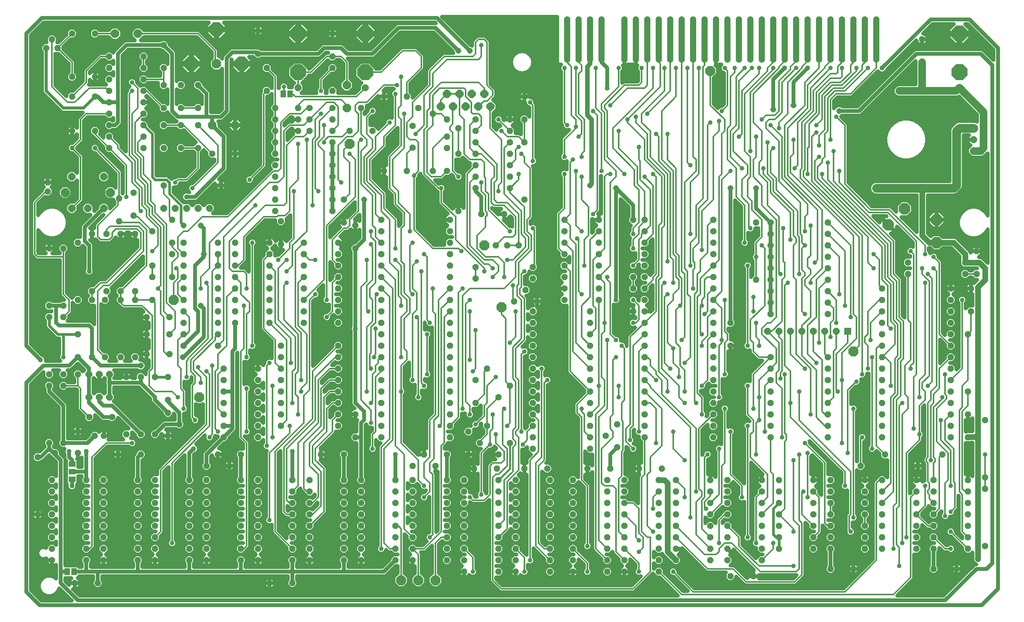
<source format=gbl>
G75*
%MOIN*%
%OFA0B0*%
%FSLAX25Y25*%
%IPPOS*%
%LPD*%
%AMOC8*
5,1,8,0,0,1.08239X$1,22.5*
%
%ADD10OC8,0.10000*%
%ADD11OC8,0.05200*%
%ADD12C,0.02000*%
%ADD13OC8,0.07500*%
%ADD14OC8,0.03969*%
%ADD15OC8,0.06000*%
%ADD16OC8,0.06496*%
%ADD17OC8,0.07677*%
%ADD18OC8,0.07050*%
%ADD19OC8,0.05937*%
%ADD20R,0.05937X0.05937*%
%ADD21OC8,0.08500*%
%ADD22C,0.04500*%
%ADD23OC8,0.13843*%
%ADD24R,0.05906X0.05118*%
%ADD25R,0.04600X0.06300*%
%ADD26OC8,0.08250*%
%ADD27OC8,0.12700*%
%ADD28C,0.03200*%
%ADD29C,0.05150*%
%ADD30C,0.04362*%
%ADD31C,0.05000*%
%ADD32C,0.07600*%
%ADD33C,0.02400*%
%ADD34C,0.04000*%
%ADD35C,0.01600*%
%ADD36C,0.03969*%
%ADD37C,0.01200*%
%ADD38C,0.02800*%
%ADD39C,0.06600*%
D10*
X0807600Y0327600D03*
X0807600Y0347600D03*
D11*
X0842600Y0320100D03*
X0832600Y0310100D03*
X0832600Y0300100D03*
X0842600Y0300100D03*
X0837600Y0287600D03*
X0820100Y0287600D03*
X0820100Y0277600D03*
X0820100Y0267600D03*
X0820100Y0257600D03*
X0820100Y0247600D03*
X0820100Y0237600D03*
X0820100Y0227600D03*
X0820100Y0217600D03*
X0820100Y0207600D03*
X0820100Y0197600D03*
X0820100Y0187600D03*
X0820100Y0177600D03*
X0820100Y0167600D03*
X0820100Y0157600D03*
X0835100Y0157600D03*
X0850100Y0172600D03*
X0835100Y0177600D03*
X0835100Y0197600D03*
X0760100Y0197600D03*
X0760100Y0187600D03*
X0760100Y0177600D03*
X0760100Y0167600D03*
X0760100Y0157600D03*
X0762600Y0142600D03*
X0741350Y0132600D03*
X0745100Y0120100D03*
X0745100Y0110100D03*
X0745100Y0100100D03*
X0745100Y0090100D03*
X0745100Y0080100D03*
X0745100Y0070100D03*
X0745100Y0060100D03*
X0760100Y0060100D03*
X0760100Y0070100D03*
X0760100Y0080100D03*
X0760100Y0090100D03*
X0760100Y0100100D03*
X0760100Y0110100D03*
X0760100Y0120100D03*
X0790100Y0120100D03*
X0790100Y0110100D03*
X0790100Y0100100D03*
X0790100Y0090100D03*
X0790100Y0080100D03*
X0790100Y0070100D03*
X0790100Y0060100D03*
X0805100Y0060100D03*
X0805100Y0070100D03*
X0805100Y0080100D03*
X0805100Y0090100D03*
X0805100Y0100100D03*
X0805100Y0110100D03*
X0805100Y0120100D03*
X0791350Y0132600D03*
X0812600Y0142600D03*
X0835100Y0120100D03*
X0835100Y0110100D03*
X0835100Y0100100D03*
X0835100Y0090100D03*
X0835100Y0080100D03*
X0835100Y0070100D03*
X0835100Y0060100D03*
X0850100Y0062600D03*
X0825100Y0042600D03*
X0805100Y0042600D03*
X0735100Y0042600D03*
X0715100Y0042600D03*
X0715100Y0060100D03*
X0715100Y0070100D03*
X0700100Y0070100D03*
X0700100Y0060100D03*
X0700100Y0080100D03*
X0715100Y0080100D03*
X0715100Y0090100D03*
X0700100Y0090100D03*
X0700100Y0100100D03*
X0715100Y0100100D03*
X0715100Y0110100D03*
X0700100Y0110100D03*
X0700100Y0120100D03*
X0715100Y0120100D03*
X0670100Y0120100D03*
X0655100Y0120100D03*
X0655100Y0110100D03*
X0670100Y0110100D03*
X0670100Y0100100D03*
X0655100Y0100100D03*
X0655100Y0090100D03*
X0670100Y0090100D03*
X0670100Y0080100D03*
X0655100Y0080100D03*
X0655100Y0070100D03*
X0655100Y0060100D03*
X0670100Y0060100D03*
X0670100Y0070100D03*
X0655100Y0050100D03*
X0647600Y0036350D03*
X0627600Y0036350D03*
X0625100Y0050100D03*
X0625100Y0060100D03*
X0625100Y0070100D03*
X0625100Y0080100D03*
X0625100Y0090100D03*
X0625100Y0100100D03*
X0625100Y0110100D03*
X0625100Y0120100D03*
X0610100Y0120100D03*
X0610100Y0110100D03*
X0610100Y0100100D03*
X0610100Y0090100D03*
X0610100Y0080100D03*
X0610100Y0070100D03*
X0610100Y0060100D03*
X0610100Y0050100D03*
X0580100Y0050100D03*
X0580100Y0060100D03*
X0580100Y0070100D03*
X0580100Y0080100D03*
X0580100Y0090100D03*
X0580100Y0100100D03*
X0580100Y0110100D03*
X0580100Y0120100D03*
X0567600Y0130100D03*
X0565100Y0120100D03*
X0565100Y0110100D03*
X0565100Y0100100D03*
X0565100Y0090100D03*
X0565100Y0080100D03*
X0565100Y0070100D03*
X0565100Y0060100D03*
X0565100Y0050100D03*
X0565100Y0040100D03*
X0535100Y0040100D03*
X0535100Y0050100D03*
X0535100Y0060100D03*
X0535100Y0070100D03*
X0535100Y0080100D03*
X0535100Y0090100D03*
X0535100Y0100100D03*
X0535100Y0110100D03*
X0535100Y0120100D03*
X0547600Y0130100D03*
X0522600Y0130100D03*
X0520100Y0120100D03*
X0520100Y0110100D03*
X0520100Y0100100D03*
X0520100Y0090100D03*
X0520100Y0080100D03*
X0520100Y0070100D03*
X0520100Y0060100D03*
X0520100Y0050100D03*
X0520100Y0040100D03*
X0490100Y0040100D03*
X0490100Y0050100D03*
X0490100Y0060100D03*
X0490100Y0070100D03*
X0490100Y0080100D03*
X0490100Y0090100D03*
X0490100Y0100100D03*
X0490100Y0110100D03*
X0490100Y0120100D03*
X0502600Y0130100D03*
X0505100Y0147600D03*
X0505100Y0157600D03*
X0505100Y0167600D03*
X0505100Y0177600D03*
X0505100Y0187600D03*
X0505100Y0197600D03*
X0505100Y0207600D03*
X0505100Y0217600D03*
X0505100Y0227600D03*
X0505100Y0237600D03*
X0505100Y0247600D03*
X0505100Y0257600D03*
X0505100Y0267600D03*
X0512600Y0277600D03*
X0512600Y0287600D03*
X0512600Y0297600D03*
X0512600Y0307600D03*
X0512600Y0317600D03*
X0512600Y0327600D03*
X0512600Y0337600D03*
X0512600Y0347600D03*
X0482600Y0347600D03*
X0482600Y0337600D03*
X0482600Y0327600D03*
X0482600Y0317600D03*
X0482600Y0307600D03*
X0482600Y0297600D03*
X0482600Y0287600D03*
X0482600Y0277600D03*
X0458850Y0276350D03*
X0455100Y0267600D03*
X0455100Y0257600D03*
X0455100Y0247600D03*
X0455100Y0237600D03*
X0455100Y0227600D03*
X0455100Y0217600D03*
X0455100Y0207600D03*
X0455100Y0197600D03*
X0455100Y0187600D03*
X0455100Y0177600D03*
X0455100Y0167600D03*
X0455100Y0157600D03*
X0455100Y0147600D03*
X0435100Y0152600D03*
X0425100Y0142600D03*
X0408850Y0152600D03*
X0398850Y0162600D03*
X0382600Y0157600D03*
X0382600Y0167600D03*
X0382600Y0177600D03*
X0382600Y0187600D03*
X0382600Y0197600D03*
X0382600Y0207600D03*
X0382600Y0217600D03*
X0382600Y0227600D03*
X0382600Y0237600D03*
X0382600Y0247600D03*
X0382600Y0257600D03*
X0382600Y0267600D03*
X0382600Y0277600D03*
X0382600Y0287600D03*
X0382600Y0297600D03*
X0382600Y0307600D03*
X0382600Y0317600D03*
X0382600Y0327600D03*
X0382600Y0337600D03*
X0382600Y0347600D03*
X0390100Y0355100D03*
X0410100Y0352600D03*
X0430100Y0352600D03*
X0447600Y0365100D03*
X0435100Y0375100D03*
X0435100Y0385100D03*
X0435100Y0395100D03*
X0435100Y0405100D03*
X0435100Y0415100D03*
X0435100Y0425100D03*
X0435100Y0435100D03*
X0447600Y0435100D03*
X0447600Y0455100D03*
X0405100Y0435100D03*
X0405100Y0425100D03*
X0405100Y0415100D03*
X0405100Y0405100D03*
X0405100Y0395100D03*
X0405100Y0385100D03*
X0405100Y0375100D03*
X0380100Y0390100D03*
X0367600Y0390100D03*
X0345100Y0390100D03*
X0325100Y0390100D03*
X0350100Y0410600D03*
X0380100Y0410100D03*
X0390100Y0405100D03*
X0380100Y0420100D03*
X0390100Y0427600D03*
X0380100Y0435100D03*
X0367600Y0440100D03*
X0355100Y0445100D03*
X0345100Y0455100D03*
X0325100Y0455100D03*
X0305100Y0445100D03*
X0280100Y0445100D03*
X0280100Y0435100D03*
X0280100Y0425100D03*
X0295100Y0425100D03*
X0280100Y0415100D03*
X0280100Y0405100D03*
X0280100Y0395100D03*
X0280100Y0385100D03*
X0280100Y0375100D03*
X0280100Y0365100D03*
X0290100Y0365100D03*
X0280100Y0355100D03*
X0290100Y0345100D03*
X0300100Y0342600D03*
X0322600Y0337600D03*
X0322600Y0327600D03*
X0322600Y0317600D03*
X0322600Y0307600D03*
X0322600Y0297600D03*
X0322600Y0287600D03*
X0322600Y0277600D03*
X0322600Y0267600D03*
X0322600Y0257600D03*
X0322600Y0247600D03*
X0322600Y0237600D03*
X0322600Y0227600D03*
X0322600Y0217600D03*
X0322600Y0207600D03*
X0322600Y0197600D03*
X0322600Y0187600D03*
X0322600Y0177600D03*
X0322600Y0167600D03*
X0322600Y0157600D03*
X0300100Y0157600D03*
X0285100Y0167600D03*
X0285100Y0177600D03*
X0285100Y0187600D03*
X0285100Y0197600D03*
X0285100Y0207600D03*
X0285100Y0217600D03*
X0285100Y0227600D03*
X0285100Y0237600D03*
X0285100Y0257600D03*
X0285100Y0267600D03*
X0285100Y0277600D03*
X0285100Y0287600D03*
X0285100Y0297600D03*
X0285100Y0307600D03*
X0285100Y0317600D03*
X0285100Y0327600D03*
X0300100Y0322600D03*
X0322600Y0347600D03*
X0255100Y0327600D03*
X0255100Y0317600D03*
X0255100Y0307600D03*
X0255100Y0297600D03*
X0255100Y0287600D03*
X0255100Y0277600D03*
X0255100Y0267600D03*
X0255100Y0257600D03*
X0235100Y0237600D03*
X0235100Y0227600D03*
X0235100Y0217600D03*
X0235100Y0207600D03*
X0235100Y0197600D03*
X0235100Y0187600D03*
X0235100Y0177600D03*
X0235100Y0167600D03*
X0215100Y0167600D03*
X0215100Y0157600D03*
X0215100Y0177600D03*
X0215100Y0187600D03*
X0215100Y0197600D03*
X0215100Y0207600D03*
X0215100Y0217600D03*
X0185100Y0217600D03*
X0185100Y0207600D03*
X0185100Y0197600D03*
X0185100Y0187600D03*
X0185100Y0177600D03*
X0185100Y0167600D03*
X0185100Y0157600D03*
X0180100Y0142600D03*
X0170100Y0132600D03*
X0170100Y0120100D03*
X0170100Y0110100D03*
X0170100Y0100100D03*
X0170100Y0090100D03*
X0170100Y0080100D03*
X0170100Y0070100D03*
X0170100Y0060100D03*
X0170100Y0050100D03*
X0155100Y0050100D03*
X0155100Y0060100D03*
X0155100Y0070100D03*
X0155100Y0080100D03*
X0155100Y0090100D03*
X0155100Y0100100D03*
X0155100Y0110100D03*
X0155100Y0120100D03*
X0125100Y0120100D03*
X0125100Y0110100D03*
X0125100Y0100100D03*
X0125100Y0090100D03*
X0125100Y0080100D03*
X0125100Y0070100D03*
X0125100Y0060100D03*
X0125100Y0050100D03*
X0110100Y0050100D03*
X0110100Y0060100D03*
X0110100Y0070100D03*
X0110100Y0080100D03*
X0110100Y0090100D03*
X0110100Y0100100D03*
X0110100Y0110100D03*
X0110100Y0120100D03*
X0080100Y0120100D03*
X0080100Y0110100D03*
X0080100Y0100100D03*
X0080100Y0090100D03*
X0080100Y0080100D03*
X0080100Y0070100D03*
X0080100Y0060100D03*
X0080100Y0050100D03*
X0065100Y0050100D03*
X0065100Y0060100D03*
X0065100Y0070100D03*
X0065100Y0080100D03*
X0065100Y0090100D03*
X0065100Y0100100D03*
X0065100Y0110100D03*
X0065100Y0120100D03*
X0035100Y0120100D03*
X0035100Y0110100D03*
X0035100Y0100100D03*
X0035100Y0090100D03*
X0035100Y0080100D03*
X0035100Y0070100D03*
X0035100Y0060100D03*
X0035100Y0050100D03*
X0055100Y0030100D03*
X0075100Y0030100D03*
X0022600Y0090100D03*
X0022600Y0140100D03*
X0037600Y0143850D03*
X0032600Y0152600D03*
X0045100Y0152600D03*
X0057600Y0162600D03*
X0072350Y0158850D03*
X0080350Y0158850D03*
X0100100Y0160100D03*
X0112600Y0160100D03*
X0125100Y0160100D03*
X0136350Y0158850D03*
X0146350Y0168850D03*
X0136350Y0178850D03*
X0136350Y0190100D03*
X0136350Y0210100D03*
X0125100Y0210100D03*
X0112600Y0210100D03*
X0100100Y0210100D03*
X0095100Y0227600D03*
X0081350Y0227600D03*
X0070100Y0227600D03*
X0057600Y0227600D03*
X0057600Y0212600D03*
X0045100Y0212600D03*
X0045100Y0202600D03*
X0032600Y0202600D03*
X0032600Y0212600D03*
X0057600Y0247600D03*
X0045100Y0262600D03*
X0045100Y0272600D03*
X0057600Y0277600D03*
X0070100Y0277600D03*
X0070100Y0285100D03*
X0082600Y0285100D03*
X0081350Y0277600D03*
X0095100Y0277600D03*
X0095100Y0285100D03*
X0107600Y0285100D03*
X0107600Y0277600D03*
X0122600Y0277600D03*
X0117600Y0262600D03*
X0137600Y0262600D03*
X0150100Y0257600D03*
X0150100Y0247600D03*
X0150100Y0237600D03*
X0137600Y0230100D03*
X0117600Y0230100D03*
X0107600Y0227600D03*
X0117600Y0247600D03*
X0137600Y0247600D03*
X0150100Y0267600D03*
X0150100Y0277600D03*
X0150100Y0287600D03*
X0150100Y0297600D03*
X0140100Y0297600D03*
X0150100Y0307600D03*
X0150100Y0317600D03*
X0140100Y0317600D03*
X0140100Y0327600D03*
X0150100Y0327600D03*
X0122600Y0337600D03*
X0107600Y0335100D03*
X0095100Y0335100D03*
X0082600Y0335100D03*
X0070100Y0335100D03*
X0057600Y0327600D03*
X0045100Y0322600D03*
X0032600Y0322600D03*
X0093850Y0346350D03*
X0106350Y0351350D03*
X0093850Y0366350D03*
X0106350Y0371350D03*
X0132600Y0377600D03*
X0140100Y0347600D03*
X0180100Y0327600D03*
X0180100Y0317600D03*
X0180100Y0307600D03*
X0180100Y0297600D03*
X0180100Y0287600D03*
X0180100Y0277600D03*
X0180100Y0267600D03*
X0180100Y0257600D03*
X0180100Y0247600D03*
X0180100Y0237600D03*
X0195100Y0257600D03*
X0195100Y0267600D03*
X0195100Y0277600D03*
X0195100Y0287600D03*
X0195100Y0297600D03*
X0195100Y0307600D03*
X0195100Y0317600D03*
X0195100Y0327600D03*
X0225100Y0327600D03*
X0235100Y0326350D03*
X0225100Y0317600D03*
X0225100Y0307600D03*
X0225100Y0297600D03*
X0225100Y0287600D03*
X0225100Y0277600D03*
X0225100Y0267600D03*
X0225100Y0257600D03*
X0122600Y0297600D03*
X0122600Y0307600D03*
X0032600Y0272600D03*
X0032600Y0262600D03*
X0067600Y0175100D03*
X0087600Y0175100D03*
X0092600Y0142600D03*
X0112600Y0142600D03*
X0057600Y0143850D03*
X0190100Y0132600D03*
X0200100Y0142600D03*
X0200100Y0120100D03*
X0200100Y0110100D03*
X0200100Y0100100D03*
X0200100Y0090100D03*
X0200100Y0080100D03*
X0200100Y0070100D03*
X0200100Y0060100D03*
X0200100Y0050100D03*
X0215100Y0050100D03*
X0215100Y0060100D03*
X0215100Y0070100D03*
X0215100Y0080100D03*
X0215100Y0090100D03*
X0215100Y0100100D03*
X0215100Y0110100D03*
X0215100Y0120100D03*
X0245100Y0120100D03*
X0260100Y0120100D03*
X0260100Y0110100D03*
X0245100Y0110100D03*
X0245100Y0100100D03*
X0260100Y0100100D03*
X0260100Y0090100D03*
X0245100Y0090100D03*
X0245100Y0080100D03*
X0260100Y0080100D03*
X0260100Y0070100D03*
X0260100Y0060100D03*
X0245100Y0060100D03*
X0245100Y0070100D03*
X0245100Y0050100D03*
X0260100Y0050100D03*
X0245100Y0030100D03*
X0225100Y0030100D03*
X0290100Y0050100D03*
X0305100Y0050100D03*
X0305100Y0060100D03*
X0305100Y0070100D03*
X0290100Y0070100D03*
X0290100Y0060100D03*
X0290100Y0080100D03*
X0305100Y0080100D03*
X0305100Y0090100D03*
X0290100Y0090100D03*
X0290100Y0100100D03*
X0305100Y0100100D03*
X0305100Y0110100D03*
X0290100Y0110100D03*
X0290100Y0120100D03*
X0305100Y0120100D03*
X0290100Y0142600D03*
X0270100Y0142600D03*
X0300100Y0177600D03*
X0360100Y0142600D03*
X0350100Y0132600D03*
X0350100Y0120100D03*
X0350100Y0110100D03*
X0350100Y0100100D03*
X0350100Y0090100D03*
X0350100Y0080100D03*
X0350100Y0070100D03*
X0350100Y0060100D03*
X0350100Y0050100D03*
X0335100Y0050100D03*
X0335100Y0060100D03*
X0335100Y0070100D03*
X0335100Y0080100D03*
X0335100Y0090100D03*
X0335100Y0100100D03*
X0335100Y0110100D03*
X0335100Y0120100D03*
X0370100Y0132600D03*
X0380100Y0142600D03*
X0398850Y0142600D03*
X0403850Y0130100D03*
X0395100Y0120100D03*
X0395100Y0110100D03*
X0395100Y0100100D03*
X0395100Y0090100D03*
X0395100Y0080100D03*
X0395100Y0070100D03*
X0395100Y0060100D03*
X0395100Y0050100D03*
X0395100Y0040100D03*
X0380100Y0050100D03*
X0380100Y0060100D03*
X0380100Y0070100D03*
X0380100Y0080100D03*
X0380100Y0090100D03*
X0380100Y0100100D03*
X0380100Y0110100D03*
X0380100Y0120100D03*
X0423850Y0130100D03*
X0425100Y0120100D03*
X0425100Y0110100D03*
X0425100Y0100100D03*
X0425100Y0090100D03*
X0425100Y0080100D03*
X0425100Y0070100D03*
X0425100Y0060100D03*
X0425100Y0050100D03*
X0425100Y0040100D03*
X0440100Y0040100D03*
X0440100Y0050100D03*
X0440100Y0060100D03*
X0440100Y0070100D03*
X0440100Y0080100D03*
X0440100Y0090100D03*
X0440100Y0100100D03*
X0440100Y0110100D03*
X0440100Y0120100D03*
X0447600Y0130100D03*
X0467600Y0130100D03*
X0470100Y0120100D03*
X0470100Y0110100D03*
X0470100Y0100100D03*
X0470100Y0090100D03*
X0470100Y0080100D03*
X0470100Y0070100D03*
X0470100Y0060100D03*
X0470100Y0050100D03*
X0470100Y0040100D03*
X0528850Y0148850D03*
X0518850Y0158850D03*
X0528850Y0168850D03*
X0552600Y0167600D03*
X0552600Y0157600D03*
X0552600Y0177600D03*
X0552600Y0187600D03*
X0552600Y0197600D03*
X0552600Y0207600D03*
X0552600Y0217600D03*
X0552600Y0227600D03*
X0552600Y0237600D03*
X0552600Y0247600D03*
X0552600Y0257600D03*
X0552600Y0267600D03*
X0542600Y0267600D03*
X0552600Y0277600D03*
X0552600Y0287600D03*
X0552600Y0297600D03*
X0542600Y0297600D03*
X0542600Y0287600D03*
X0552600Y0307600D03*
X0552600Y0317600D03*
X0552600Y0327600D03*
X0552600Y0337600D03*
X0552600Y0347600D03*
X0542600Y0347600D03*
X0612600Y0347600D03*
X0612600Y0337600D03*
X0612600Y0327600D03*
X0612600Y0317600D03*
X0612600Y0307600D03*
X0612600Y0297600D03*
X0612600Y0287600D03*
X0612600Y0277600D03*
X0612600Y0267600D03*
X0612600Y0257600D03*
X0627600Y0257600D03*
X0612600Y0247600D03*
X0612600Y0237600D03*
X0627600Y0237600D03*
X0612600Y0227600D03*
X0612600Y0217600D03*
X0612600Y0207600D03*
X0612600Y0197600D03*
X0612600Y0187600D03*
X0612600Y0177600D03*
X0612600Y0167600D03*
X0612600Y0157600D03*
X0662600Y0157600D03*
X0662600Y0167600D03*
X0662600Y0177600D03*
X0662600Y0187600D03*
X0662600Y0197600D03*
X0662600Y0207600D03*
X0662600Y0217600D03*
X0662600Y0227600D03*
X0712600Y0227600D03*
X0712600Y0217600D03*
X0712600Y0207600D03*
X0712600Y0197600D03*
X0712600Y0187600D03*
X0712600Y0177600D03*
X0712600Y0167600D03*
X0712600Y0157600D03*
X0760100Y0207600D03*
X0760100Y0217600D03*
X0760100Y0227600D03*
X0760100Y0237600D03*
X0760100Y0247600D03*
X0760100Y0257600D03*
X0760100Y0267600D03*
X0760100Y0277600D03*
X0760100Y0287600D03*
X0782600Y0300100D03*
X0782600Y0310100D03*
X0837600Y0267600D03*
X0835100Y0247600D03*
X0712600Y0265100D03*
X0712600Y0275100D03*
X0712600Y0285100D03*
X0712600Y0295100D03*
X0712600Y0305100D03*
X0712600Y0315100D03*
X0712600Y0325100D03*
X0712600Y0335100D03*
X0712600Y0345100D03*
X0662600Y0345100D03*
X0650100Y0345100D03*
X0662600Y0335100D03*
X0662600Y0325100D03*
X0662600Y0315100D03*
X0662600Y0305100D03*
X0662600Y0295100D03*
X0650100Y0295100D03*
X0662600Y0285100D03*
X0662600Y0275100D03*
X0662600Y0265100D03*
X0455100Y0296350D03*
X0455100Y0306350D03*
X0442600Y0325100D03*
X0432600Y0325100D03*
X0422600Y0325100D03*
X0405100Y0306350D03*
X0405100Y0296350D03*
X0438850Y0276350D03*
X0448850Y0286350D03*
X0415100Y0217600D03*
X0405100Y0207600D03*
X0425100Y0192600D03*
X0435100Y0202600D03*
X0405100Y0187600D03*
X0415100Y0167600D03*
X0235100Y0346350D03*
X0230100Y0355100D03*
X0230100Y0365100D03*
X0230100Y0375100D03*
X0230100Y0385100D03*
X0230100Y0395100D03*
X0230100Y0405100D03*
X0230100Y0415100D03*
X0230100Y0425100D03*
X0230100Y0435100D03*
X0230100Y0445100D03*
X0222600Y0460100D03*
X0250100Y0445100D03*
X0260100Y0445100D03*
X0260100Y0435100D03*
X0250100Y0435100D03*
X0250100Y0425100D03*
X0260100Y0425100D03*
X0280100Y0460100D03*
X0280100Y0480100D03*
X0280100Y0490100D03*
X0280100Y0510100D03*
X0222600Y0480100D03*
X0215100Y0492600D03*
X0215100Y0512600D03*
X0162600Y0465100D03*
X0147600Y0465100D03*
X0132600Y0465100D03*
X0115100Y0460100D03*
X0115100Y0450100D03*
X0115100Y0440100D03*
X0115100Y0430100D03*
X0115100Y0420100D03*
X0115100Y0410100D03*
X0132600Y0410100D03*
X0147600Y0410100D03*
X0162600Y0410100D03*
X0175100Y0405100D03*
X0195100Y0405100D03*
X0182600Y0377600D03*
X0162600Y0430100D03*
X0147600Y0430100D03*
X0132600Y0430100D03*
X0132600Y0445100D03*
X0147600Y0445100D03*
X0162600Y0445100D03*
X0115100Y0470100D03*
X0115100Y0480100D03*
X0115100Y0490100D03*
X0132600Y0480100D03*
X0132600Y0500100D03*
X0085100Y0490100D03*
X0085100Y0480100D03*
X0072600Y0472600D03*
X0085100Y0470100D03*
X0085100Y0460100D03*
X0085100Y0450100D03*
X0072600Y0455100D03*
X0085100Y0440100D03*
X0085100Y0430100D03*
X0072600Y0425100D03*
X0085100Y0420100D03*
X0085100Y0410100D03*
X0052600Y0425100D03*
X0052600Y0455100D03*
X0052600Y0472600D03*
X0040100Y0497600D03*
X0030100Y0497600D03*
X0035100Y0505100D03*
X0052600Y0510100D03*
X0072600Y0510100D03*
X0031350Y0380350D03*
X0031350Y0372350D03*
X0315100Y0425100D03*
X0350100Y0429600D03*
X0447600Y0415100D03*
X0795100Y0485100D03*
X0795100Y0505100D03*
X0850100Y0122600D03*
X0850100Y0112600D03*
D12*
X0762530Y0342372D02*
X0761530Y0341372D01*
X0761530Y0344686D01*
X0763872Y0347028D01*
X0767186Y0347028D01*
X0769528Y0344686D01*
X0769528Y0341372D01*
X0767186Y0339030D01*
X0763872Y0339030D01*
X0761530Y0341372D01*
X0763030Y0341994D01*
X0763030Y0344064D01*
X0764494Y0345528D01*
X0766564Y0345528D01*
X0768028Y0344064D01*
X0768028Y0341994D01*
X0766564Y0340530D01*
X0764494Y0340530D01*
X0763030Y0341994D01*
X0764530Y0342615D01*
X0764530Y0343443D01*
X0765115Y0344028D01*
X0765943Y0344028D01*
X0766528Y0343443D01*
X0766528Y0342615D01*
X0765943Y0342030D01*
X0765115Y0342030D01*
X0764530Y0342615D01*
X0776672Y0356514D02*
X0775672Y0355514D01*
X0775672Y0358828D01*
X0778014Y0361170D01*
X0781328Y0361170D01*
X0783670Y0358828D01*
X0783670Y0355514D01*
X0781328Y0353172D01*
X0778014Y0353172D01*
X0775672Y0355514D01*
X0777172Y0356136D01*
X0777172Y0358206D01*
X0778636Y0359670D01*
X0780706Y0359670D01*
X0782170Y0358206D01*
X0782170Y0356136D01*
X0780706Y0354672D01*
X0778636Y0354672D01*
X0777172Y0356136D01*
X0778672Y0356757D01*
X0778672Y0357585D01*
X0779257Y0358170D01*
X0780085Y0358170D01*
X0780670Y0357585D01*
X0780670Y0356757D01*
X0780085Y0356172D01*
X0779257Y0356172D01*
X0778672Y0356757D01*
D13*
X0292600Y0445100D03*
X0292600Y0465100D03*
X0195100Y0430100D03*
X0175100Y0430100D03*
X0110100Y0510100D03*
X0090100Y0510100D03*
D14*
X0072600Y0410100D03*
X0052600Y0410100D03*
D15*
X0067350Y0212600D03*
X0076350Y0212600D03*
X0085350Y0212600D03*
X0085350Y0192600D03*
X0076350Y0192600D03*
X0067350Y0192600D03*
X0840100Y0407600D03*
X0840100Y0417600D03*
X0840100Y0427600D03*
D16*
X0080208Y0385208D03*
X0052492Y0385208D03*
X0052492Y0357492D03*
X0066350Y0357492D03*
X0080208Y0357492D03*
D17*
X0086114Y0371350D03*
X0046586Y0371350D03*
D18*
X0374550Y0446359D03*
X0385450Y0446359D03*
X0396350Y0446359D03*
X0407250Y0446359D03*
X0418150Y0446359D03*
X0412700Y0457555D03*
X0401800Y0457555D03*
X0390900Y0457555D03*
X0380000Y0457555D03*
D19*
X0308850Y0462915D03*
X0250100Y0462915D03*
X0172600Y0357600D03*
X0162600Y0357600D03*
X0152600Y0357600D03*
X0142600Y0357600D03*
X0132600Y0357600D03*
X0660100Y0250100D03*
X0670100Y0250100D03*
X0680100Y0250100D03*
X0690100Y0250100D03*
X0700100Y0250100D03*
X0710100Y0250100D03*
X0720100Y0250100D03*
X0827600Y0462915D03*
D20*
X0730100Y0250100D03*
D21*
X0735100Y0232600D03*
X0427600Y0271350D03*
X0412600Y0325100D03*
X0295100Y0413850D03*
X0141350Y0277600D03*
X0163850Y0192600D03*
X0340100Y0032600D03*
X0355100Y0032600D03*
X0370100Y0032600D03*
X0610100Y0477600D03*
D22*
X0605350Y0487350D02*
X0605350Y0522850D01*
X0605350Y0487350D02*
X0604850Y0487350D01*
X0604850Y0522850D01*
X0605350Y0522850D01*
X0605350Y0491849D02*
X0604850Y0491849D01*
X0604850Y0496348D02*
X0605350Y0496348D01*
X0605350Y0500847D02*
X0604850Y0500847D01*
X0604850Y0505346D02*
X0605350Y0505346D01*
X0605350Y0509845D02*
X0604850Y0509845D01*
X0604850Y0514344D02*
X0605350Y0514344D01*
X0605350Y0518843D02*
X0604850Y0518843D01*
X0595350Y0522850D02*
X0595350Y0487350D01*
X0594850Y0487350D01*
X0594850Y0522850D01*
X0595350Y0522850D01*
X0595350Y0491849D02*
X0594850Y0491849D01*
X0594850Y0496348D02*
X0595350Y0496348D01*
X0595350Y0500847D02*
X0594850Y0500847D01*
X0594850Y0505346D02*
X0595350Y0505346D01*
X0595350Y0509845D02*
X0594850Y0509845D01*
X0594850Y0514344D02*
X0595350Y0514344D01*
X0595350Y0518843D02*
X0594850Y0518843D01*
X0585350Y0522850D02*
X0585350Y0487350D01*
X0584850Y0487350D01*
X0584850Y0522850D01*
X0585350Y0522850D01*
X0585350Y0491849D02*
X0584850Y0491849D01*
X0584850Y0496348D02*
X0585350Y0496348D01*
X0585350Y0500847D02*
X0584850Y0500847D01*
X0584850Y0505346D02*
X0585350Y0505346D01*
X0585350Y0509845D02*
X0584850Y0509845D01*
X0584850Y0514344D02*
X0585350Y0514344D01*
X0585350Y0518843D02*
X0584850Y0518843D01*
X0575350Y0522850D02*
X0575350Y0487350D01*
X0574850Y0487350D01*
X0574850Y0522850D01*
X0575350Y0522850D01*
X0575350Y0491849D02*
X0574850Y0491849D01*
X0574850Y0496348D02*
X0575350Y0496348D01*
X0575350Y0500847D02*
X0574850Y0500847D01*
X0574850Y0505346D02*
X0575350Y0505346D01*
X0575350Y0509845D02*
X0574850Y0509845D01*
X0574850Y0514344D02*
X0575350Y0514344D01*
X0575350Y0518843D02*
X0574850Y0518843D01*
X0565350Y0522850D02*
X0565350Y0487350D01*
X0564850Y0487350D01*
X0564850Y0522850D01*
X0565350Y0522850D01*
X0565350Y0491849D02*
X0564850Y0491849D01*
X0564850Y0496348D02*
X0565350Y0496348D01*
X0565350Y0500847D02*
X0564850Y0500847D01*
X0564850Y0505346D02*
X0565350Y0505346D01*
X0565350Y0509845D02*
X0564850Y0509845D01*
X0564850Y0514344D02*
X0565350Y0514344D01*
X0565350Y0518843D02*
X0564850Y0518843D01*
X0555350Y0522850D02*
X0555350Y0487350D01*
X0554850Y0487350D01*
X0554850Y0522850D01*
X0555350Y0522850D01*
X0555350Y0491849D02*
X0554850Y0491849D01*
X0554850Y0496348D02*
X0555350Y0496348D01*
X0555350Y0500847D02*
X0554850Y0500847D01*
X0554850Y0505346D02*
X0555350Y0505346D01*
X0555350Y0509845D02*
X0554850Y0509845D01*
X0554850Y0514344D02*
X0555350Y0514344D01*
X0555350Y0518843D02*
X0554850Y0518843D01*
X0545350Y0522850D02*
X0545350Y0487350D01*
X0544850Y0487350D01*
X0544850Y0522850D01*
X0545350Y0522850D01*
X0545350Y0491849D02*
X0544850Y0491849D01*
X0544850Y0496348D02*
X0545350Y0496348D01*
X0545350Y0500847D02*
X0544850Y0500847D01*
X0544850Y0505346D02*
X0545350Y0505346D01*
X0545350Y0509845D02*
X0544850Y0509845D01*
X0544850Y0514344D02*
X0545350Y0514344D01*
X0545350Y0518843D02*
X0544850Y0518843D01*
X0535350Y0522850D02*
X0535350Y0487350D01*
X0534850Y0487350D01*
X0534850Y0522850D01*
X0535350Y0522850D01*
X0535350Y0491849D02*
X0534850Y0491849D01*
X0534850Y0496348D02*
X0535350Y0496348D01*
X0535350Y0500847D02*
X0534850Y0500847D01*
X0534850Y0505346D02*
X0535350Y0505346D01*
X0535350Y0509845D02*
X0534850Y0509845D01*
X0534850Y0514344D02*
X0535350Y0514344D01*
X0535350Y0518843D02*
X0534850Y0518843D01*
X0515350Y0522850D02*
X0515350Y0487350D01*
X0514850Y0487350D01*
X0514850Y0522850D01*
X0515350Y0522850D01*
X0515350Y0491849D02*
X0514850Y0491849D01*
X0514850Y0496348D02*
X0515350Y0496348D01*
X0515350Y0500847D02*
X0514850Y0500847D01*
X0514850Y0505346D02*
X0515350Y0505346D01*
X0515350Y0509845D02*
X0514850Y0509845D01*
X0514850Y0514344D02*
X0515350Y0514344D01*
X0515350Y0518843D02*
X0514850Y0518843D01*
X0505350Y0522850D02*
X0505350Y0487350D01*
X0504850Y0487350D01*
X0504850Y0522850D01*
X0505350Y0522850D01*
X0505350Y0491849D02*
X0504850Y0491849D01*
X0504850Y0496348D02*
X0505350Y0496348D01*
X0505350Y0500847D02*
X0504850Y0500847D01*
X0504850Y0505346D02*
X0505350Y0505346D01*
X0505350Y0509845D02*
X0504850Y0509845D01*
X0504850Y0514344D02*
X0505350Y0514344D01*
X0505350Y0518843D02*
X0504850Y0518843D01*
X0495350Y0522850D02*
X0495350Y0487350D01*
X0494850Y0487350D01*
X0494850Y0522850D01*
X0495350Y0522850D01*
X0495350Y0491849D02*
X0494850Y0491849D01*
X0494850Y0496348D02*
X0495350Y0496348D01*
X0495350Y0500847D02*
X0494850Y0500847D01*
X0494850Y0505346D02*
X0495350Y0505346D01*
X0495350Y0509845D02*
X0494850Y0509845D01*
X0494850Y0514344D02*
X0495350Y0514344D01*
X0495350Y0518843D02*
X0494850Y0518843D01*
X0485350Y0522850D02*
X0485350Y0487350D01*
X0484850Y0487350D01*
X0484850Y0522850D01*
X0485350Y0522850D01*
X0485350Y0491849D02*
X0484850Y0491849D01*
X0484850Y0496348D02*
X0485350Y0496348D01*
X0485350Y0500847D02*
X0484850Y0500847D01*
X0484850Y0505346D02*
X0485350Y0505346D01*
X0485350Y0509845D02*
X0484850Y0509845D01*
X0484850Y0514344D02*
X0485350Y0514344D01*
X0485350Y0518843D02*
X0484850Y0518843D01*
X0615350Y0522850D02*
X0615350Y0487350D01*
X0614850Y0487350D01*
X0614850Y0522850D01*
X0615350Y0522850D01*
X0615350Y0491849D02*
X0614850Y0491849D01*
X0614850Y0496348D02*
X0615350Y0496348D01*
X0615350Y0500847D02*
X0614850Y0500847D01*
X0614850Y0505346D02*
X0615350Y0505346D01*
X0615350Y0509845D02*
X0614850Y0509845D01*
X0614850Y0514344D02*
X0615350Y0514344D01*
X0615350Y0518843D02*
X0614850Y0518843D01*
X0625350Y0522850D02*
X0625350Y0487350D01*
X0624850Y0487350D01*
X0624850Y0522850D01*
X0625350Y0522850D01*
X0625350Y0491849D02*
X0624850Y0491849D01*
X0624850Y0496348D02*
X0625350Y0496348D01*
X0625350Y0500847D02*
X0624850Y0500847D01*
X0624850Y0505346D02*
X0625350Y0505346D01*
X0625350Y0509845D02*
X0624850Y0509845D01*
X0624850Y0514344D02*
X0625350Y0514344D01*
X0625350Y0518843D02*
X0624850Y0518843D01*
X0635350Y0522850D02*
X0635350Y0487350D01*
X0634850Y0487350D01*
X0634850Y0522850D01*
X0635350Y0522850D01*
X0635350Y0491849D02*
X0634850Y0491849D01*
X0634850Y0496348D02*
X0635350Y0496348D01*
X0635350Y0500847D02*
X0634850Y0500847D01*
X0634850Y0505346D02*
X0635350Y0505346D01*
X0635350Y0509845D02*
X0634850Y0509845D01*
X0634850Y0514344D02*
X0635350Y0514344D01*
X0635350Y0518843D02*
X0634850Y0518843D01*
X0645350Y0522850D02*
X0645350Y0487350D01*
X0644850Y0487350D01*
X0644850Y0522850D01*
X0645350Y0522850D01*
X0645350Y0491849D02*
X0644850Y0491849D01*
X0644850Y0496348D02*
X0645350Y0496348D01*
X0645350Y0500847D02*
X0644850Y0500847D01*
X0644850Y0505346D02*
X0645350Y0505346D01*
X0645350Y0509845D02*
X0644850Y0509845D01*
X0644850Y0514344D02*
X0645350Y0514344D01*
X0645350Y0518843D02*
X0644850Y0518843D01*
X0655350Y0522850D02*
X0655350Y0487350D01*
X0654850Y0487350D01*
X0654850Y0522850D01*
X0655350Y0522850D01*
X0655350Y0491849D02*
X0654850Y0491849D01*
X0654850Y0496348D02*
X0655350Y0496348D01*
X0655350Y0500847D02*
X0654850Y0500847D01*
X0654850Y0505346D02*
X0655350Y0505346D01*
X0655350Y0509845D02*
X0654850Y0509845D01*
X0654850Y0514344D02*
X0655350Y0514344D01*
X0655350Y0518843D02*
X0654850Y0518843D01*
X0665350Y0522850D02*
X0665350Y0487350D01*
X0664850Y0487350D01*
X0664850Y0522850D01*
X0665350Y0522850D01*
X0665350Y0491849D02*
X0664850Y0491849D01*
X0664850Y0496348D02*
X0665350Y0496348D01*
X0665350Y0500847D02*
X0664850Y0500847D01*
X0664850Y0505346D02*
X0665350Y0505346D01*
X0665350Y0509845D02*
X0664850Y0509845D01*
X0664850Y0514344D02*
X0665350Y0514344D01*
X0665350Y0518843D02*
X0664850Y0518843D01*
X0675350Y0522850D02*
X0675350Y0487350D01*
X0674850Y0487350D01*
X0674850Y0522850D01*
X0675350Y0522850D01*
X0675350Y0491849D02*
X0674850Y0491849D01*
X0674850Y0496348D02*
X0675350Y0496348D01*
X0675350Y0500847D02*
X0674850Y0500847D01*
X0674850Y0505346D02*
X0675350Y0505346D01*
X0675350Y0509845D02*
X0674850Y0509845D01*
X0674850Y0514344D02*
X0675350Y0514344D01*
X0675350Y0518843D02*
X0674850Y0518843D01*
X0685350Y0522850D02*
X0685350Y0487350D01*
X0684850Y0487350D01*
X0684850Y0522850D01*
X0685350Y0522850D01*
X0685350Y0491849D02*
X0684850Y0491849D01*
X0684850Y0496348D02*
X0685350Y0496348D01*
X0685350Y0500847D02*
X0684850Y0500847D01*
X0684850Y0505346D02*
X0685350Y0505346D01*
X0685350Y0509845D02*
X0684850Y0509845D01*
X0684850Y0514344D02*
X0685350Y0514344D01*
X0685350Y0518843D02*
X0684850Y0518843D01*
X0695350Y0522850D02*
X0695350Y0487350D01*
X0694850Y0487350D01*
X0694850Y0522850D01*
X0695350Y0522850D01*
X0695350Y0491849D02*
X0694850Y0491849D01*
X0694850Y0496348D02*
X0695350Y0496348D01*
X0695350Y0500847D02*
X0694850Y0500847D01*
X0694850Y0505346D02*
X0695350Y0505346D01*
X0695350Y0509845D02*
X0694850Y0509845D01*
X0694850Y0514344D02*
X0695350Y0514344D01*
X0695350Y0518843D02*
X0694850Y0518843D01*
X0705350Y0522850D02*
X0705350Y0487350D01*
X0704850Y0487350D01*
X0704850Y0522850D01*
X0705350Y0522850D01*
X0705350Y0491849D02*
X0704850Y0491849D01*
X0704850Y0496348D02*
X0705350Y0496348D01*
X0705350Y0500847D02*
X0704850Y0500847D01*
X0704850Y0505346D02*
X0705350Y0505346D01*
X0705350Y0509845D02*
X0704850Y0509845D01*
X0704850Y0514344D02*
X0705350Y0514344D01*
X0705350Y0518843D02*
X0704850Y0518843D01*
X0715350Y0522850D02*
X0715350Y0487350D01*
X0714850Y0487350D01*
X0714850Y0522850D01*
X0715350Y0522850D01*
X0715350Y0491849D02*
X0714850Y0491849D01*
X0714850Y0496348D02*
X0715350Y0496348D01*
X0715350Y0500847D02*
X0714850Y0500847D01*
X0714850Y0505346D02*
X0715350Y0505346D01*
X0715350Y0509845D02*
X0714850Y0509845D01*
X0714850Y0514344D02*
X0715350Y0514344D01*
X0715350Y0518843D02*
X0714850Y0518843D01*
X0725350Y0522850D02*
X0725350Y0487350D01*
X0724850Y0487350D01*
X0724850Y0522850D01*
X0725350Y0522850D01*
X0725350Y0491849D02*
X0724850Y0491849D01*
X0724850Y0496348D02*
X0725350Y0496348D01*
X0725350Y0500847D02*
X0724850Y0500847D01*
X0724850Y0505346D02*
X0725350Y0505346D01*
X0725350Y0509845D02*
X0724850Y0509845D01*
X0724850Y0514344D02*
X0725350Y0514344D01*
X0725350Y0518843D02*
X0724850Y0518843D01*
X0735350Y0522850D02*
X0735350Y0487350D01*
X0734850Y0487350D01*
X0734850Y0522850D01*
X0735350Y0522850D01*
X0735350Y0491849D02*
X0734850Y0491849D01*
X0734850Y0496348D02*
X0735350Y0496348D01*
X0735350Y0500847D02*
X0734850Y0500847D01*
X0734850Y0505346D02*
X0735350Y0505346D01*
X0735350Y0509845D02*
X0734850Y0509845D01*
X0734850Y0514344D02*
X0735350Y0514344D01*
X0735350Y0518843D02*
X0734850Y0518843D01*
X0745350Y0522850D02*
X0745350Y0487350D01*
X0744850Y0487350D01*
X0744850Y0522850D01*
X0745350Y0522850D01*
X0745350Y0491849D02*
X0744850Y0491849D01*
X0744850Y0496348D02*
X0745350Y0496348D01*
X0745350Y0500847D02*
X0744850Y0500847D01*
X0744850Y0505346D02*
X0745350Y0505346D01*
X0745350Y0509845D02*
X0744850Y0509845D01*
X0744850Y0514344D02*
X0745350Y0514344D01*
X0745350Y0518843D02*
X0744850Y0518843D01*
X0755350Y0522850D02*
X0755350Y0487350D01*
X0754850Y0487350D01*
X0754850Y0522850D01*
X0755350Y0522850D01*
X0755350Y0491849D02*
X0754850Y0491849D01*
X0754850Y0496348D02*
X0755350Y0496348D01*
X0755350Y0500847D02*
X0754850Y0500847D01*
X0754850Y0505346D02*
X0755350Y0505346D01*
X0755350Y0509845D02*
X0754850Y0509845D01*
X0754850Y0514344D02*
X0755350Y0514344D01*
X0755350Y0518843D02*
X0754850Y0518843D01*
D23*
X0827600Y0510100D03*
X0827600Y0476360D03*
X0308850Y0476360D03*
X0308850Y0510100D03*
X0250100Y0510100D03*
X0250100Y0476360D03*
D24*
X0052600Y0134293D03*
X0052600Y0127600D03*
X0052600Y0120907D03*
D25*
X0054350Y0040100D03*
X0048350Y0040100D03*
X0237100Y0457600D03*
X0243100Y0457600D03*
D26*
X0178850Y0483850D03*
D27*
X0156850Y0483850D03*
X0178850Y0513850D03*
X0200850Y0483850D03*
D28*
X0012600Y0022600D02*
X0024475Y0010725D01*
X0846975Y0010725D01*
X0861350Y0025100D01*
X0861350Y0497600D01*
X0836350Y0522600D01*
X0802600Y0522600D01*
X0760100Y0480100D01*
X0756482Y0477239D02*
X0757505Y0476216D01*
X0759189Y0475519D01*
X0761011Y0475519D01*
X0762695Y0476216D01*
X0763984Y0477505D01*
X0764565Y0478908D01*
X0789900Y0504243D01*
X0789900Y0502946D01*
X0792946Y0499900D01*
X0795100Y0499900D01*
X0797254Y0499900D01*
X0800300Y0502946D01*
X0800300Y0505100D01*
X0800300Y0507254D01*
X0797254Y0510300D01*
X0795957Y0510300D01*
X0804257Y0518600D01*
X0822635Y0518600D01*
X0818079Y0514044D01*
X0818079Y0510961D01*
X0826739Y0510961D01*
X0826739Y0509239D01*
X0828461Y0509239D01*
X0828461Y0510961D01*
X0837121Y0510961D01*
X0837121Y0514044D01*
X0832565Y0518600D01*
X0834693Y0518600D01*
X0857350Y0495943D01*
X0857350Y0487257D01*
X0849741Y0494866D01*
X0848616Y0495991D01*
X0847146Y0496600D01*
X0789304Y0496600D01*
X0787834Y0495991D01*
X0738443Y0446600D01*
X0725635Y0446600D01*
X0725418Y0446817D01*
X0723590Y0447575D01*
X0721610Y0447575D01*
X0719782Y0446817D01*
X0718383Y0445418D01*
X0718100Y0444736D01*
X0718100Y0451357D01*
X0721343Y0454600D01*
X0733197Y0454600D01*
X0734299Y0455057D01*
X0735143Y0455901D01*
X0756482Y0477239D01*
X0753825Y0474583D02*
X0766426Y0474583D01*
X0764098Y0477781D02*
X0769624Y0477781D01*
X0766637Y0480980D02*
X0772823Y0480980D01*
X0769835Y0484178D02*
X0776021Y0484178D01*
X0773034Y0487377D02*
X0779220Y0487377D01*
X0776232Y0490575D02*
X0782418Y0490575D01*
X0779431Y0493774D02*
X0785617Y0493774D01*
X0782629Y0496972D02*
X0856321Y0496972D01*
X0857350Y0493774D02*
X0850833Y0493774D01*
X0854032Y0490575D02*
X0857350Y0490575D01*
X0857350Y0487377D02*
X0857230Y0487377D01*
X0856350Y0482600D02*
X0846350Y0492600D01*
X0790100Y0492600D01*
X0740100Y0442600D01*
X0722600Y0442600D01*
X0724484Y0437996D02*
X0725418Y0438383D01*
X0725635Y0438600D01*
X0740896Y0438600D01*
X0742366Y0439209D01*
X0743491Y0440334D01*
X0789407Y0486250D01*
X0789400Y0486234D01*
X0789400Y0465800D01*
X0773966Y0465800D01*
X0771871Y0464932D01*
X0770268Y0463329D01*
X0769400Y0461234D01*
X0769400Y0458966D01*
X0770268Y0456871D01*
X0771871Y0455268D01*
X0773966Y0454400D01*
X0825919Y0454400D01*
X0827429Y0455025D01*
X0843150Y0439304D01*
X0843150Y0433047D01*
X0841333Y0433800D01*
X0826367Y0433800D01*
X0824088Y0432856D01*
X0819844Y0428612D01*
X0818900Y0426333D01*
X0818900Y0381300D01*
X0753867Y0381300D01*
X0751588Y0380356D01*
X0749844Y0378612D01*
X0748900Y0376333D01*
X0748900Y0373867D01*
X0749844Y0371588D01*
X0751588Y0369844D01*
X0753867Y0368900D01*
X0790200Y0368900D01*
X0790200Y0336743D01*
X0777172Y0349771D01*
X0782736Y0349771D01*
X0787071Y0354106D01*
X0787071Y0360236D01*
X0782736Y0364571D01*
X0776606Y0364571D01*
X0772271Y0360236D01*
X0772271Y0354672D01*
X0768893Y0358049D01*
X0768049Y0358893D01*
X0766947Y0359350D01*
X0751343Y0359350D01*
X0730600Y0380093D01*
X0730600Y0430697D01*
X0730143Y0431799D01*
X0729299Y0432643D01*
X0724484Y0437458D01*
X0724484Y0437996D01*
X0725742Y0436201D02*
X0843150Y0436201D01*
X0843055Y0439399D02*
X0742556Y0439399D01*
X0745100Y0437600D02*
X0737600Y0437600D01*
X0737600Y0382600D01*
X0817600Y0382600D01*
X0817600Y0427600D01*
X0830100Y0440100D01*
X0830100Y0442600D01*
X0825100Y0447600D01*
X0755100Y0447600D01*
X0745100Y0437600D01*
X0746899Y0439399D02*
X0829399Y0439399D01*
X0830100Y0442598D02*
X0750098Y0442598D01*
X0748953Y0445796D02*
X0836658Y0445796D01*
X0839856Y0442598D02*
X0745754Y0442598D01*
X0740838Y0448995D02*
X0718100Y0448995D01*
X0718100Y0445796D02*
X0718761Y0445796D01*
X0718936Y0452193D02*
X0744036Y0452193D01*
X0747235Y0455392D02*
X0734634Y0455392D01*
X0737833Y0458590D02*
X0750433Y0458590D01*
X0753632Y0461789D02*
X0741031Y0461789D01*
X0744230Y0464987D02*
X0756830Y0464987D01*
X0760029Y0468186D02*
X0747428Y0468186D01*
X0750627Y0471384D02*
X0763227Y0471384D01*
X0768144Y0464987D02*
X0772004Y0464987D01*
X0771342Y0468186D02*
X0789400Y0468186D01*
X0789400Y0471384D02*
X0774541Y0471384D01*
X0777739Y0474583D02*
X0789400Y0474583D01*
X0789400Y0477781D02*
X0780938Y0477781D01*
X0784137Y0480980D02*
X0789400Y0480980D01*
X0789400Y0484178D02*
X0787335Y0484178D01*
X0785828Y0500171D02*
X0792675Y0500171D01*
X0795100Y0500171D02*
X0795100Y0500171D01*
X0795100Y0499900D02*
X0795100Y0505100D01*
X0800300Y0505100D01*
X0795100Y0505100D01*
X0795100Y0505100D01*
X0795100Y0505100D01*
X0795100Y0499900D01*
X0797525Y0500171D02*
X0853122Y0500171D01*
X0849924Y0503369D02*
X0834334Y0503369D01*
X0837121Y0506156D02*
X0831544Y0500579D01*
X0828461Y0500579D01*
X0828461Y0509239D01*
X0837121Y0509239D01*
X0837121Y0506156D01*
X0837121Y0506568D02*
X0846725Y0506568D01*
X0843527Y0509766D02*
X0828461Y0509766D01*
X0826739Y0509766D02*
X0797788Y0509766D01*
X0798622Y0512965D02*
X0818079Y0512965D01*
X0818079Y0509239D02*
X0818079Y0506156D01*
X0823656Y0500579D01*
X0826739Y0500579D01*
X0826739Y0509239D01*
X0818079Y0509239D01*
X0818079Y0506568D02*
X0800300Y0506568D01*
X0800300Y0503369D02*
X0820866Y0503369D01*
X0826739Y0503369D02*
X0828461Y0503369D01*
X0828461Y0506568D02*
X0826739Y0506568D01*
X0837121Y0512965D02*
X0840328Y0512965D01*
X0837130Y0516163D02*
X0835002Y0516163D01*
X0820198Y0516163D02*
X0801820Y0516163D01*
X0795100Y0503369D02*
X0795100Y0503369D01*
X0789900Y0503369D02*
X0789026Y0503369D01*
X0769630Y0461789D02*
X0764945Y0461789D01*
X0761747Y0458590D02*
X0769556Y0458590D01*
X0771747Y0455392D02*
X0758548Y0455392D01*
X0755350Y0452193D02*
X0830261Y0452193D01*
X0833459Y0448995D02*
X0752151Y0448995D01*
X0753296Y0445796D02*
X0826904Y0445796D01*
X0826201Y0436201D02*
X0737600Y0436201D01*
X0737600Y0433002D02*
X0771577Y0433002D01*
X0728941Y0433002D01*
X0729299Y0432643D02*
X0729299Y0432643D01*
X0730600Y0429803D02*
X0767706Y0429803D01*
X0737600Y0429803D01*
X0737600Y0426605D02*
X0765399Y0426605D01*
X0730600Y0426605D01*
X0730600Y0423406D02*
X0763917Y0423406D01*
X0737600Y0423406D01*
X0737600Y0420208D02*
X0763060Y0420208D01*
X0730600Y0420208D01*
X0730600Y0417009D02*
X0763000Y0417009D01*
X0737600Y0417009D01*
X0737600Y0413811D02*
X0763377Y0413811D01*
X0730600Y0413811D01*
X0730600Y0410612D02*
X0764234Y0410612D01*
X0737600Y0410612D01*
X0737600Y0407414D02*
X0766081Y0407414D01*
X0730600Y0407414D01*
X0730600Y0404215D02*
X0768887Y0404215D01*
X0737600Y0404215D01*
X0737600Y0401017D02*
X0773623Y0401017D01*
X0730600Y0401017D01*
X0730600Y0397818D02*
X0818900Y0397818D01*
X0817600Y0397818D02*
X0737600Y0397818D01*
X0737600Y0394620D02*
X0817600Y0394620D01*
X0818900Y0394620D02*
X0730600Y0394620D01*
X0730600Y0391421D02*
X0818900Y0391421D01*
X0817600Y0391421D02*
X0737600Y0391421D01*
X0737600Y0388223D02*
X0817600Y0388223D01*
X0818900Y0388223D02*
X0730600Y0388223D01*
X0730600Y0385024D02*
X0818900Y0385024D01*
X0817600Y0385024D02*
X0737600Y0385024D01*
X0730600Y0381826D02*
X0818900Y0381826D01*
X0831300Y0381826D02*
X0852350Y0381826D01*
X0852350Y0385024D02*
X0831300Y0385024D01*
X0831300Y0388223D02*
X0852350Y0388223D01*
X0852350Y0391421D02*
X0831300Y0391421D01*
X0831300Y0394620D02*
X0852350Y0394620D01*
X0852350Y0397818D02*
X0831300Y0397818D01*
X0831300Y0401017D02*
X0852350Y0401017D01*
X0852350Y0404215D02*
X0851026Y0404215D01*
X0851182Y0404371D02*
X0852350Y0405539D01*
X0852350Y0351082D01*
X0850983Y0353451D01*
X0848451Y0355983D01*
X0845349Y0357773D01*
X0841890Y0358700D01*
X0838310Y0358700D01*
X0834851Y0357773D01*
X0831749Y0355983D01*
X0829217Y0353451D01*
X0827427Y0350349D01*
X0826500Y0346890D01*
X0826500Y0343310D01*
X0827427Y0339851D01*
X0829217Y0336749D01*
X0831749Y0334217D01*
X0834851Y0332427D01*
X0838310Y0331500D01*
X0841890Y0331500D01*
X0845349Y0332427D01*
X0848451Y0334217D01*
X0850983Y0336749D01*
X0852350Y0339118D01*
X0852350Y0309780D01*
X0847876Y0314254D01*
X0846075Y0315000D01*
X0844854Y0315000D01*
X0847800Y0317946D01*
X0847800Y0320100D01*
X0847800Y0322254D01*
X0844754Y0325300D01*
X0842600Y0325300D01*
X0842600Y0320100D01*
X0842600Y0320100D01*
X0847800Y0320100D01*
X0842600Y0320100D01*
X0842600Y0320100D01*
X0842600Y0320100D01*
X0837400Y0320100D01*
X0837400Y0322254D01*
X0840446Y0325300D01*
X0842600Y0325300D01*
X0842600Y0320100D01*
X0837400Y0320100D01*
X0837400Y0318816D01*
X0836754Y0320376D01*
X0835376Y0321754D01*
X0825376Y0331754D01*
X0823575Y0332500D01*
X0813165Y0332500D01*
X0810665Y0335000D01*
X0804535Y0335000D01*
X0802707Y0333172D01*
X0800000Y0335880D01*
X0800000Y0368900D01*
X0823833Y0368900D01*
X0826112Y0369844D01*
X0827856Y0371588D01*
X0830356Y0374088D01*
X0831300Y0376367D01*
X0831300Y0421400D01*
X0835980Y0421400D01*
X0834500Y0419920D01*
X0834500Y0417600D01*
X0840100Y0417600D01*
X0840100Y0417600D01*
X0834500Y0417600D01*
X0834500Y0415280D01*
X0837208Y0412572D01*
X0836871Y0412432D01*
X0835268Y0410829D01*
X0834968Y0410104D01*
X0834700Y0409837D01*
X0834700Y0409458D01*
X0834400Y0408734D01*
X0834400Y0406466D01*
X0834700Y0405742D01*
X0834700Y0405363D01*
X0834968Y0405095D01*
X0835268Y0404371D01*
X0836871Y0402768D01*
X0837595Y0402468D01*
X0837863Y0402200D01*
X0838242Y0402200D01*
X0838966Y0401900D01*
X0847484Y0401900D01*
X0849579Y0402768D01*
X0851182Y0404371D01*
X0835424Y0404215D02*
X0831300Y0404215D01*
X0831300Y0407414D02*
X0834400Y0407414D01*
X0835178Y0410612D02*
X0831300Y0410612D01*
X0831300Y0413811D02*
X0835969Y0413811D01*
X0834500Y0417009D02*
X0831300Y0417009D01*
X0831300Y0420208D02*
X0834788Y0420208D01*
X0818900Y0420208D02*
X0799140Y0420208D01*
X0817600Y0420208D01*
X0817600Y0423406D02*
X0798283Y0423406D01*
X0818900Y0423406D01*
X0819013Y0426605D02*
X0796801Y0426605D01*
X0817600Y0426605D01*
X0819803Y0429803D02*
X0794494Y0429803D01*
X0821035Y0429803D01*
X0823002Y0433002D02*
X0790623Y0433002D01*
X0824440Y0433002D01*
X0818900Y0417009D02*
X0799200Y0417009D01*
X0817600Y0417009D01*
X0817600Y0413811D02*
X0798823Y0413811D01*
X0818900Y0413811D01*
X0818900Y0410612D02*
X0797966Y0410612D01*
X0817600Y0410612D01*
X0817600Y0407414D02*
X0796119Y0407414D01*
X0818900Y0407414D01*
X0818900Y0404215D02*
X0793313Y0404215D01*
X0817600Y0404215D01*
X0817600Y0401017D02*
X0788577Y0401017D01*
X0818900Y0401017D01*
X0797966Y0410614D02*
X0799200Y0415217D01*
X0799200Y0419983D01*
X0797966Y0424586D01*
X0795584Y0428714D01*
X0792214Y0432084D01*
X0788086Y0434466D01*
X0783483Y0435700D01*
X0778717Y0435700D01*
X0774114Y0434466D01*
X0769986Y0432084D01*
X0766616Y0428714D01*
X0764233Y0424586D01*
X0763000Y0419983D01*
X0763000Y0415217D01*
X0764233Y0410614D01*
X0766616Y0406486D01*
X0769986Y0403116D01*
X0774114Y0400733D01*
X0778717Y0399500D01*
X0783483Y0399500D01*
X0788086Y0400733D01*
X0792214Y0403116D01*
X0795584Y0406486D01*
X0797966Y0410614D01*
X0799200Y0415217D01*
X0799200Y0419983D01*
X0797966Y0424586D01*
X0795584Y0428714D01*
X0792214Y0432084D01*
X0788086Y0434466D01*
X0783483Y0435700D01*
X0778717Y0435700D01*
X0774114Y0434466D01*
X0769986Y0432084D01*
X0766616Y0428714D01*
X0764233Y0424586D01*
X0763000Y0419983D01*
X0763000Y0415217D01*
X0764233Y0410614D01*
X0766616Y0406486D01*
X0769986Y0403116D01*
X0774114Y0400733D01*
X0778717Y0399500D01*
X0783483Y0399500D01*
X0788086Y0400733D01*
X0792214Y0403116D01*
X0795584Y0406486D01*
X0797966Y0410614D01*
X0831300Y0378627D02*
X0852350Y0378627D01*
X0852350Y0375429D02*
X0830911Y0375429D01*
X0828498Y0372230D02*
X0852350Y0372230D01*
X0852350Y0369032D02*
X0824151Y0369032D01*
X0832191Y0356238D02*
X0800000Y0356238D01*
X0800000Y0359436D02*
X0852350Y0359436D01*
X0852350Y0356238D02*
X0848009Y0356238D01*
X0851220Y0353039D02*
X0852350Y0353039D01*
X0852350Y0362635D02*
X0800000Y0362635D01*
X0800000Y0365833D02*
X0852350Y0365833D01*
X0828980Y0353039D02*
X0812909Y0353039D01*
X0810748Y0355200D02*
X0815200Y0350748D01*
X0815200Y0347600D01*
X0807600Y0347600D01*
X0807600Y0347600D01*
X0807600Y0355200D01*
X0810748Y0355200D01*
X0807600Y0355200D02*
X0804452Y0355200D01*
X0800000Y0350748D01*
X0800000Y0347600D01*
X0807600Y0347600D01*
X0807600Y0347600D01*
X0807600Y0347600D01*
X0807600Y0355200D01*
X0807600Y0353039D02*
X0807600Y0353039D01*
X0807600Y0349841D02*
X0807600Y0349841D01*
X0807600Y0347600D02*
X0800000Y0347600D01*
X0800000Y0344452D01*
X0804452Y0340000D01*
X0807600Y0340000D01*
X0810748Y0340000D01*
X0815200Y0344452D01*
X0815200Y0347600D01*
X0807600Y0347600D01*
X0807600Y0340000D01*
X0807600Y0347600D01*
X0807600Y0347600D01*
X0807600Y0346642D02*
X0807600Y0346642D01*
X0807600Y0343444D02*
X0807600Y0343444D01*
X0807600Y0340245D02*
X0807600Y0340245D01*
X0810993Y0340245D02*
X0827321Y0340245D01*
X0826500Y0343444D02*
X0814192Y0343444D01*
X0815200Y0346642D02*
X0826500Y0346642D01*
X0827291Y0349841D02*
X0815200Y0349841D01*
X0802291Y0353039D02*
X0800000Y0353039D01*
X0800000Y0349841D02*
X0800000Y0349841D01*
X0800000Y0346642D02*
X0800000Y0346642D01*
X0800000Y0343444D02*
X0801008Y0343444D01*
X0800000Y0340245D02*
X0804207Y0340245D01*
X0800000Y0337047D02*
X0829046Y0337047D01*
X0832389Y0333848D02*
X0811817Y0333848D01*
X0803383Y0333848D02*
X0802031Y0333848D01*
X0790200Y0337047D02*
X0789896Y0337047D01*
X0790200Y0340245D02*
X0786697Y0340245D01*
X0783499Y0343444D02*
X0790200Y0343444D01*
X0790200Y0346642D02*
X0780300Y0346642D01*
X0782806Y0349841D02*
X0790200Y0349841D01*
X0790200Y0353039D02*
X0786004Y0353039D01*
X0787071Y0356238D02*
X0790200Y0356238D01*
X0790200Y0359436D02*
X0787071Y0359436D01*
X0784673Y0362635D02*
X0790200Y0362635D01*
X0790200Y0365833D02*
X0744859Y0365833D01*
X0741661Y0369032D02*
X0753549Y0369032D01*
X0749578Y0372230D02*
X0738462Y0372230D01*
X0735264Y0375429D02*
X0748900Y0375429D01*
X0749859Y0378627D02*
X0732065Y0378627D01*
X0748058Y0362635D02*
X0774670Y0362635D01*
X0772271Y0359436D02*
X0751256Y0359436D01*
X0752343Y0350850D02*
X0763857Y0350850D01*
X0764078Y0350629D01*
X0762381Y0350629D01*
X0760155Y0348403D01*
X0765529Y0343029D01*
X0765529Y0343029D01*
X0770903Y0337655D01*
X0773129Y0339881D01*
X0773129Y0341578D01*
X0787100Y0327607D01*
X0787100Y0324017D01*
X0785972Y0324484D01*
X0784228Y0324484D01*
X0782617Y0323817D01*
X0781383Y0322583D01*
X0780716Y0320972D01*
X0780716Y0319228D01*
X0781383Y0317617D01*
X0782617Y0316383D01*
X0784228Y0315716D01*
X0784600Y0315716D01*
X0784600Y0315100D01*
X0780529Y0315100D01*
X0777600Y0312171D01*
X0777600Y0308029D01*
X0780529Y0305100D01*
X0777600Y0302171D01*
X0777600Y0298029D01*
X0779600Y0296029D01*
X0779600Y0262343D01*
X0778100Y0263843D01*
X0778100Y0295697D01*
X0777643Y0296799D01*
X0773100Y0301343D01*
X0773100Y0329447D01*
X0772643Y0330549D01*
X0767764Y0335429D01*
X0768677Y0335429D01*
X0770903Y0337655D01*
X0765529Y0343029D01*
X0765529Y0343029D01*
X0760155Y0348403D01*
X0757929Y0346177D01*
X0757929Y0345264D01*
X0752343Y0350850D01*
X0753352Y0349841D02*
X0761593Y0349841D01*
X0761916Y0346642D02*
X0761916Y0346642D01*
X0758394Y0346642D02*
X0756550Y0346642D01*
X0765114Y0343444D02*
X0765114Y0343444D01*
X0768313Y0340245D02*
X0768313Y0340245D01*
X0770295Y0337047D02*
X0777661Y0337047D01*
X0774462Y0340245D02*
X0773129Y0340245D01*
X0769344Y0333848D02*
X0780859Y0333848D01*
X0784058Y0330650D02*
X0772543Y0330650D01*
X0773100Y0327451D02*
X0787100Y0327451D01*
X0787100Y0324253D02*
X0786531Y0324253D01*
X0783669Y0324253D02*
X0773100Y0324253D01*
X0773100Y0321054D02*
X0780750Y0321054D01*
X0781284Y0317856D02*
X0773100Y0317856D01*
X0773100Y0314657D02*
X0780086Y0314657D01*
X0777600Y0311459D02*
X0773100Y0311459D01*
X0773100Y0308260D02*
X0777600Y0308260D01*
X0780529Y0305100D02*
X0784600Y0305100D01*
X0784600Y0305100D01*
X0780529Y0305100D01*
X0780491Y0305062D02*
X0773100Y0305062D01*
X0773100Y0301863D02*
X0777600Y0301863D01*
X0777600Y0298665D02*
X0775778Y0298665D01*
X0778100Y0295466D02*
X0779600Y0295466D01*
X0779600Y0292268D02*
X0778100Y0292268D01*
X0778100Y0289069D02*
X0779600Y0289069D01*
X0779600Y0285870D02*
X0778100Y0285870D01*
X0778100Y0282672D02*
X0779600Y0282672D01*
X0779600Y0279473D02*
X0778100Y0279473D01*
X0778100Y0276275D02*
X0779600Y0276275D01*
X0779600Y0273076D02*
X0778100Y0273076D01*
X0778100Y0269878D02*
X0779600Y0269878D01*
X0779600Y0266679D02*
X0778100Y0266679D01*
X0778462Y0263481D02*
X0779600Y0263481D01*
X0813100Y0263481D02*
X0817148Y0263481D01*
X0818029Y0262600D02*
X0822171Y0262600D01*
X0818029Y0262600D01*
X0815100Y0259671D01*
X0815100Y0255529D01*
X0818029Y0252600D01*
X0822171Y0252600D01*
X0825100Y0255529D01*
X0825100Y0259671D01*
X0822171Y0262600D01*
X0825100Y0265529D01*
X0825100Y0269671D01*
X0822171Y0272600D01*
X0818029Y0272600D01*
X0815100Y0269671D01*
X0815100Y0265529D01*
X0818029Y0262600D01*
X0815711Y0260282D02*
X0813100Y0260282D01*
X0813100Y0257084D02*
X0815100Y0257084D01*
X0816744Y0253885D02*
X0813100Y0253885D01*
X0813100Y0250687D02*
X0816116Y0250687D01*
X0815100Y0249671D02*
X0815100Y0246843D01*
X0813100Y0248843D01*
X0813100Y0310697D01*
X0812643Y0311799D01*
X0809484Y0314958D01*
X0809484Y0315972D01*
X0808817Y0317583D01*
X0807583Y0318817D01*
X0805972Y0319484D01*
X0804228Y0319484D01*
X0802617Y0318817D01*
X0801984Y0318184D01*
X0801984Y0318472D01*
X0801317Y0320083D01*
X0800600Y0320800D01*
X0800600Y0322700D01*
X0802035Y0322700D01*
X0804535Y0320200D01*
X0810665Y0320200D01*
X0813165Y0322700D01*
X0820570Y0322700D01*
X0827700Y0315570D01*
X0827700Y0312271D01*
X0827600Y0312171D01*
X0827600Y0308029D01*
X0830529Y0305100D01*
X0834671Y0305100D01*
X0836671Y0303100D01*
X0838529Y0303100D01*
X0840529Y0305100D01*
X0843170Y0305100D01*
X0843070Y0305200D01*
X0834771Y0305200D01*
X0834671Y0305100D01*
X0830529Y0305100D01*
X0827600Y0302171D01*
X0827600Y0298029D01*
X0830529Y0295100D01*
X0834671Y0295100D01*
X0836671Y0297100D01*
X0838529Y0297100D01*
X0840529Y0295100D01*
X0843170Y0295100D01*
X0840312Y0292242D01*
X0839754Y0292800D01*
X0837600Y0292800D01*
X0837600Y0287600D01*
X0837600Y0287600D01*
X0837600Y0282400D01*
X0838950Y0282400D01*
X0838950Y0272600D01*
X0835529Y0272600D01*
X0833100Y0270171D01*
X0833100Y0274400D01*
X0833817Y0275117D01*
X0834484Y0276728D01*
X0834484Y0278472D01*
X0833817Y0280083D01*
X0832583Y0281317D01*
X0830972Y0281984D01*
X0829228Y0281984D01*
X0827617Y0281317D01*
X0826383Y0280083D01*
X0825716Y0278472D01*
X0825716Y0276728D01*
X0826383Y0275117D01*
X0827100Y0274400D01*
X0827100Y0218843D01*
X0825100Y0216843D01*
X0825100Y0219671D01*
X0822171Y0222600D01*
X0825100Y0225529D01*
X0825100Y0229671D01*
X0822171Y0232600D01*
X0825100Y0235529D01*
X0825100Y0239671D01*
X0822171Y0242600D01*
X0825100Y0245529D01*
X0825100Y0249671D01*
X0822171Y0252600D01*
X0818029Y0252600D01*
X0815100Y0249671D01*
X0815100Y0247488D02*
X0814454Y0247488D01*
X0810600Y0242857D02*
X0815100Y0238357D01*
X0815100Y0235529D01*
X0818029Y0232600D01*
X0822171Y0232600D01*
X0818029Y0232600D01*
X0815100Y0229671D01*
X0815100Y0226843D01*
X0810600Y0222343D01*
X0810600Y0242857D01*
X0810600Y0241091D02*
X0812366Y0241091D01*
X0810600Y0237893D02*
X0815100Y0237893D01*
X0815935Y0234694D02*
X0810600Y0234694D01*
X0810600Y0231496D02*
X0816925Y0231496D01*
X0815100Y0228297D02*
X0810600Y0228297D01*
X0810600Y0225099D02*
X0813356Y0225099D01*
X0819343Y0222600D02*
X0819343Y0222600D01*
X0822171Y0222600D01*
X0819343Y0222600D01*
X0822871Y0221900D02*
X0827100Y0221900D01*
X0827100Y0225099D02*
X0824670Y0225099D01*
X0825100Y0228297D02*
X0827100Y0228297D01*
X0827100Y0231496D02*
X0823275Y0231496D01*
X0824265Y0234694D02*
X0827100Y0234694D01*
X0827100Y0237893D02*
X0825100Y0237893D01*
X0823680Y0241091D02*
X0827100Y0241091D01*
X0827100Y0244290D02*
X0823861Y0244290D01*
X0822171Y0242600D02*
X0819343Y0242600D01*
X0819343Y0242600D01*
X0822171Y0242600D01*
X0825100Y0247488D02*
X0827100Y0247488D01*
X0827100Y0250687D02*
X0824084Y0250687D01*
X0823456Y0253885D02*
X0827100Y0253885D01*
X0827100Y0257084D02*
X0825100Y0257084D01*
X0824489Y0260282D02*
X0827100Y0260282D01*
X0827100Y0263481D02*
X0823052Y0263481D01*
X0825100Y0266679D02*
X0827100Y0266679D01*
X0827100Y0269878D02*
X0824893Y0269878D01*
X0822171Y0272600D02*
X0818029Y0272600D01*
X0815100Y0275529D01*
X0815100Y0279671D01*
X0817888Y0282459D01*
X0814900Y0285446D01*
X0814900Y0287600D01*
X0820100Y0287600D01*
X0825300Y0287600D01*
X0825300Y0289754D01*
X0822254Y0292800D01*
X0820100Y0292800D01*
X0820100Y0287600D01*
X0820100Y0287600D01*
X0820100Y0287600D01*
X0825300Y0287600D01*
X0825300Y0285446D01*
X0822312Y0282459D01*
X0825100Y0279671D01*
X0825100Y0275529D01*
X0822171Y0272600D01*
X0822647Y0273076D02*
X0827100Y0273076D01*
X0825903Y0276275D02*
X0825100Y0276275D01*
X0825100Y0279473D02*
X0826131Y0279473D01*
X0822526Y0282672D02*
X0835174Y0282672D01*
X0835446Y0282400D02*
X0837600Y0282400D01*
X0837600Y0287600D01*
X0837600Y0287600D01*
X0837600Y0287600D01*
X0832400Y0287600D01*
X0832400Y0289754D01*
X0835446Y0292800D01*
X0837600Y0292800D01*
X0837600Y0287600D01*
X0832400Y0287600D01*
X0832400Y0285446D01*
X0835446Y0282400D01*
X0837600Y0282672D02*
X0837600Y0282672D01*
X0837600Y0285870D02*
X0837600Y0285870D01*
X0837600Y0289069D02*
X0837600Y0289069D01*
X0837600Y0292268D02*
X0837600Y0292268D01*
X0840286Y0292268D02*
X0840338Y0292268D01*
X0840163Y0295466D02*
X0835037Y0295466D01*
X0834914Y0292268D02*
X0822786Y0292268D01*
X0820100Y0292268D02*
X0820100Y0292268D01*
X0820100Y0292800D02*
X0820100Y0287600D01*
X0820100Y0287600D01*
X0814900Y0287600D01*
X0814900Y0289754D01*
X0817946Y0292800D01*
X0820100Y0292800D01*
X0817414Y0292268D02*
X0813100Y0292268D01*
X0813100Y0295466D02*
X0830163Y0295466D01*
X0827600Y0298665D02*
X0813100Y0298665D01*
X0813100Y0301863D02*
X0827600Y0301863D01*
X0830491Y0305062D02*
X0813100Y0305062D01*
X0813100Y0308260D02*
X0827600Y0308260D01*
X0827600Y0311459D02*
X0812784Y0311459D01*
X0809786Y0314657D02*
X0827700Y0314657D01*
X0825415Y0317856D02*
X0808545Y0317856D01*
X0811519Y0321054D02*
X0822216Y0321054D01*
X0829678Y0327451D02*
X0852350Y0327451D01*
X0852350Y0324253D02*
X0845801Y0324253D01*
X0842600Y0324253D02*
X0842600Y0324253D01*
X0842600Y0321054D02*
X0842600Y0321054D01*
X0839399Y0324253D02*
X0832877Y0324253D01*
X0836076Y0321054D02*
X0837400Y0321054D01*
X0826480Y0330650D02*
X0852350Y0330650D01*
X0852350Y0333848D02*
X0847811Y0333848D01*
X0851154Y0337047D02*
X0852350Y0337047D01*
X0852350Y0321054D02*
X0847800Y0321054D01*
X0847709Y0317856D02*
X0852350Y0317856D01*
X0852350Y0314657D02*
X0846903Y0314657D01*
X0850671Y0311459D02*
X0852350Y0311459D01*
X0840491Y0305062D02*
X0834709Y0305062D01*
X0832400Y0289069D02*
X0825300Y0289069D01*
X0825300Y0285870D02*
X0832400Y0285870D01*
X0834069Y0279473D02*
X0838950Y0279473D01*
X0838950Y0276275D02*
X0834297Y0276275D01*
X0833100Y0273076D02*
X0838950Y0273076D01*
X0817552Y0273076D02*
X0813100Y0273076D01*
X0813100Y0269878D02*
X0815307Y0269878D01*
X0815100Y0266679D02*
X0813100Y0266679D01*
X0813100Y0276275D02*
X0815100Y0276275D01*
X0815100Y0279473D02*
X0813100Y0279473D01*
X0813100Y0282672D02*
X0817674Y0282672D01*
X0814900Y0285870D02*
X0813100Y0285870D01*
X0813100Y0289069D02*
X0814900Y0289069D01*
X0820100Y0289069D02*
X0820100Y0289069D01*
X0803681Y0321054D02*
X0800600Y0321054D01*
X0772271Y0356238D02*
X0770705Y0356238D01*
X0662600Y0345100D02*
X0662600Y0335100D01*
X0662600Y0325100D01*
X0662600Y0315100D01*
X0662600Y0305100D01*
X0662600Y0295100D01*
X0662600Y0285100D01*
X0662600Y0275100D01*
X0662600Y0265100D01*
X0639600Y0266679D02*
X0631600Y0266679D01*
X0631600Y0263481D02*
X0639600Y0263481D01*
X0639600Y0260282D02*
X0631989Y0260282D01*
X0631600Y0260671D02*
X0631600Y0364357D01*
X0637100Y0358857D01*
X0637100Y0330800D01*
X0636383Y0330083D01*
X0635716Y0328472D01*
X0635716Y0326728D01*
X0636383Y0325117D01*
X0637617Y0323883D01*
X0639228Y0323216D01*
X0640972Y0323216D01*
X0642583Y0323883D01*
X0643817Y0325117D01*
X0644484Y0326728D01*
X0644484Y0328472D01*
X0643817Y0330083D01*
X0643100Y0330800D01*
X0643100Y0336183D01*
X0644228Y0335716D01*
X0645972Y0335716D01*
X0647583Y0336383D01*
X0648817Y0337617D01*
X0649484Y0339228D01*
X0649484Y0340100D01*
X0652100Y0340100D01*
X0652100Y0333843D01*
X0648401Y0330143D01*
X0647557Y0329299D01*
X0647100Y0328197D01*
X0647100Y0318300D01*
X0646383Y0317583D01*
X0645716Y0315972D01*
X0645716Y0314228D01*
X0646383Y0312617D01*
X0647100Y0311900D01*
X0647100Y0299171D01*
X0645600Y0297671D01*
X0645600Y0304400D01*
X0646317Y0305117D01*
X0646984Y0306728D01*
X0646984Y0308472D01*
X0646317Y0310083D01*
X0645083Y0311317D01*
X0643472Y0311984D01*
X0641728Y0311984D01*
X0640117Y0311317D01*
X0638883Y0310083D01*
X0638216Y0308472D01*
X0638216Y0306728D01*
X0638883Y0305117D01*
X0639600Y0304400D01*
X0639600Y0240800D01*
X0638883Y0240083D01*
X0638216Y0238472D01*
X0638216Y0236728D01*
X0638883Y0235117D01*
X0640117Y0233883D01*
X0641728Y0233216D01*
X0643472Y0233216D01*
X0644600Y0233683D01*
X0644600Y0232003D01*
X0645057Y0230901D01*
X0650057Y0225901D01*
X0650901Y0225057D01*
X0652003Y0224600D01*
X0655357Y0224600D01*
X0645057Y0214299D01*
X0644600Y0213197D01*
X0644600Y0206517D01*
X0643472Y0206984D01*
X0641728Y0206984D01*
X0640117Y0206317D01*
X0638883Y0205083D01*
X0638216Y0203472D01*
X0638216Y0201728D01*
X0638883Y0200117D01*
X0639600Y0199400D01*
X0639600Y0177003D01*
X0640057Y0175901D01*
X0644327Y0171630D01*
X0643472Y0171984D01*
X0641728Y0171984D01*
X0640117Y0171317D01*
X0638883Y0170083D01*
X0638216Y0168472D01*
X0638216Y0166728D01*
X0638883Y0165117D01*
X0639600Y0164400D01*
X0639600Y0117343D01*
X0630600Y0126343D01*
X0630600Y0159400D01*
X0631317Y0160117D01*
X0631984Y0161728D01*
X0631984Y0163472D01*
X0631317Y0165083D01*
X0630083Y0166317D01*
X0628472Y0166984D01*
X0626728Y0166984D01*
X0625600Y0166517D01*
X0625600Y0179400D01*
X0626317Y0180117D01*
X0626984Y0181728D01*
X0626984Y0183472D01*
X0626317Y0185083D01*
X0625083Y0186317D01*
X0623472Y0186984D01*
X0621728Y0186984D01*
X0620117Y0186317D01*
X0618883Y0185083D01*
X0618216Y0183472D01*
X0618216Y0181728D01*
X0618883Y0180117D01*
X0619600Y0179400D01*
X0619600Y0151517D01*
X0618472Y0151984D01*
X0616728Y0151984D01*
X0615117Y0151317D01*
X0613883Y0150083D01*
X0613216Y0148472D01*
X0613216Y0146728D01*
X0613883Y0145117D01*
X0614600Y0144400D01*
X0614600Y0122954D01*
X0612254Y0125300D01*
X0610100Y0125300D01*
X0610100Y0120100D01*
X0610100Y0120100D01*
X0610100Y0125300D01*
X0608100Y0125300D01*
X0608100Y0138216D01*
X0608472Y0138216D01*
X0610083Y0138883D01*
X0611317Y0140117D01*
X0611984Y0141728D01*
X0611984Y0143472D01*
X0611317Y0145083D01*
X0610083Y0146317D01*
X0608472Y0146984D01*
X0606728Y0146984D01*
X0605117Y0146317D01*
X0603883Y0145083D01*
X0603216Y0143472D01*
X0603216Y0142458D01*
X0603100Y0142343D01*
X0603100Y0163857D01*
X0607600Y0168357D01*
X0607600Y0165529D01*
X0610529Y0162600D01*
X0607600Y0159671D01*
X0607600Y0155529D01*
X0610529Y0152600D01*
X0614671Y0152600D01*
X0617600Y0155529D01*
X0617600Y0159671D01*
X0614671Y0162600D01*
X0610529Y0162600D01*
X0614671Y0162600D01*
X0617600Y0165529D01*
X0617600Y0169671D01*
X0614671Y0172600D01*
X0617600Y0175529D01*
X0617600Y0179671D01*
X0614671Y0182600D01*
X0610529Y0182600D01*
X0607600Y0179671D01*
X0607600Y0176843D01*
X0606630Y0175873D01*
X0606984Y0176728D01*
X0606984Y0178472D01*
X0606317Y0180083D01*
X0605600Y0180800D01*
X0605600Y0193197D01*
X0605143Y0194299D01*
X0601850Y0197593D01*
X0601850Y0198216D01*
X0603472Y0198216D01*
X0605083Y0198883D01*
X0606317Y0200117D01*
X0606984Y0201728D01*
X0606984Y0202742D01*
X0608686Y0204443D01*
X0610529Y0202600D01*
X0607600Y0199671D01*
X0607600Y0195529D01*
X0610529Y0192600D01*
X0607600Y0189671D01*
X0607600Y0185529D01*
X0610529Y0182600D01*
X0614671Y0182600D01*
X0617600Y0185529D01*
X0617600Y0188216D01*
X0618472Y0188216D01*
X0620083Y0188883D01*
X0621317Y0190117D01*
X0621984Y0191728D01*
X0621984Y0193472D01*
X0621317Y0195083D01*
X0620600Y0195800D01*
X0620600Y0208683D01*
X0621728Y0208216D01*
X0623472Y0208216D01*
X0625083Y0208883D01*
X0626317Y0210117D01*
X0626984Y0211728D01*
X0626984Y0213472D01*
X0626317Y0215083D01*
X0625600Y0215800D01*
X0625600Y0232400D01*
X0627600Y0232400D01*
X0629754Y0232400D01*
X0632800Y0235446D01*
X0632800Y0237600D01*
X0632800Y0239754D01*
X0629754Y0242800D01*
X0628100Y0242800D01*
X0628100Y0248197D01*
X0627643Y0249299D01*
X0625600Y0251343D01*
X0625600Y0252600D01*
X0629671Y0252600D01*
X0632600Y0255529D01*
X0632600Y0259671D01*
X0631600Y0260671D01*
X0632600Y0257084D02*
X0639600Y0257084D01*
X0639600Y0253885D02*
X0630956Y0253885D01*
X0627600Y0257600D02*
X0627600Y0375100D01*
X0631600Y0362635D02*
X0633323Y0362635D01*
X0631600Y0359436D02*
X0636521Y0359436D01*
X0637100Y0356238D02*
X0631600Y0356238D01*
X0633850Y0355100D02*
X0633850Y0128850D01*
X0635100Y0127600D01*
X0630998Y0125945D02*
X0639600Y0125945D01*
X0639600Y0129143D02*
X0630600Y0129143D01*
X0630600Y0132342D02*
X0639600Y0132342D01*
X0639600Y0135540D02*
X0630600Y0135540D01*
X0630600Y0138739D02*
X0639600Y0138739D01*
X0639600Y0141937D02*
X0630600Y0141937D01*
X0630600Y0145136D02*
X0639600Y0145136D01*
X0639600Y0148334D02*
X0630600Y0148334D01*
X0630600Y0151533D02*
X0639600Y0151533D01*
X0639600Y0154732D02*
X0630600Y0154732D01*
X0630600Y0157930D02*
X0639600Y0157930D01*
X0639600Y0161129D02*
X0631736Y0161129D01*
X0631630Y0164327D02*
X0639600Y0164327D01*
X0638216Y0167526D02*
X0625600Y0167526D01*
X0625600Y0170724D02*
X0639524Y0170724D01*
X0642035Y0173923D02*
X0625600Y0173923D01*
X0625600Y0177121D02*
X0639600Y0177121D01*
X0639600Y0180320D02*
X0626401Y0180320D01*
X0626965Y0183518D02*
X0639600Y0183518D01*
X0639600Y0186717D02*
X0624118Y0186717D01*
X0621082Y0186717D02*
X0617600Y0186717D01*
X0618235Y0183518D02*
X0615589Y0183518D01*
X0616951Y0180320D02*
X0618799Y0180320D01*
X0619600Y0177121D02*
X0617600Y0177121D01*
X0615994Y0173923D02*
X0619600Y0173923D01*
X0619600Y0170724D02*
X0616547Y0170724D01*
X0614671Y0172600D02*
X0611843Y0172600D01*
X0611843Y0172600D01*
X0614671Y0172600D01*
X0617600Y0167526D02*
X0619600Y0167526D01*
X0619600Y0164327D02*
X0616398Y0164327D01*
X0616142Y0161129D02*
X0619600Y0161129D01*
X0619600Y0157930D02*
X0617600Y0157930D01*
X0616803Y0154732D02*
X0619600Y0154732D01*
X0619561Y0151533D02*
X0619600Y0151533D01*
X0615639Y0151533D02*
X0603100Y0151533D01*
X0603100Y0148334D02*
X0613216Y0148334D01*
X0613875Y0145136D02*
X0611264Y0145136D01*
X0611984Y0141937D02*
X0614600Y0141937D01*
X0614600Y0138739D02*
X0609735Y0138739D01*
X0608100Y0135540D02*
X0614600Y0135540D01*
X0614600Y0132342D02*
X0608100Y0132342D01*
X0608100Y0129143D02*
X0614600Y0129143D01*
X0614600Y0125945D02*
X0608100Y0125945D01*
X0610100Y0122746D02*
X0610100Y0122746D01*
X0623100Y0115100D02*
X0627171Y0115100D01*
X0630100Y0118029D01*
X0630100Y0118357D01*
X0634600Y0113857D01*
X0634600Y0108300D01*
X0633883Y0107583D01*
X0633216Y0105972D01*
X0633216Y0104228D01*
X0633883Y0102617D01*
X0635117Y0101383D01*
X0636728Y0100716D01*
X0638472Y0100716D01*
X0639600Y0101183D01*
X0639600Y0073300D01*
X0638883Y0072583D01*
X0638216Y0070972D01*
X0638216Y0069228D01*
X0638883Y0067617D01*
X0640117Y0066383D01*
X0641728Y0065716D01*
X0643472Y0065716D01*
X0645083Y0066383D01*
X0646317Y0067617D01*
X0646984Y0069228D01*
X0646984Y0070972D01*
X0646317Y0072583D01*
X0645600Y0073300D01*
X0645600Y0135357D01*
X0655657Y0125300D01*
X0655100Y0125300D01*
X0655100Y0120100D01*
X0655100Y0120100D01*
X0655100Y0120100D01*
X0649900Y0120100D01*
X0649900Y0122254D01*
X0652946Y0125300D01*
X0655100Y0125300D01*
X0655100Y0120100D01*
X0649900Y0120100D01*
X0649900Y0117946D01*
X0652888Y0114959D01*
X0650100Y0112171D01*
X0650100Y0109343D01*
X0647557Y0106799D01*
X0647100Y0105697D01*
X0647100Y0068300D01*
X0646383Y0067583D01*
X0645716Y0065972D01*
X0645716Y0064228D01*
X0646383Y0062617D01*
X0647617Y0061383D01*
X0649228Y0060716D01*
X0650100Y0060716D01*
X0650100Y0058029D01*
X0653029Y0055100D01*
X0650100Y0052171D01*
X0650100Y0051843D01*
X0638100Y0063843D01*
X0638100Y0070697D01*
X0637643Y0071799D01*
X0630100Y0079343D01*
X0630100Y0082171D01*
X0627171Y0085100D01*
X0630100Y0088029D01*
X0630100Y0092171D01*
X0627171Y0095100D01*
X0630100Y0098029D01*
X0630100Y0102171D01*
X0627171Y0105100D01*
X0630100Y0108029D01*
X0630100Y0112171D01*
X0627171Y0115100D01*
X0623100Y0115100D01*
X0623100Y0115100D01*
X0628420Y0116349D02*
X0632108Y0116349D01*
X0634600Y0113151D02*
X0629120Y0113151D01*
X0630100Y0109952D02*
X0634600Y0109952D01*
X0633540Y0106754D02*
X0628825Y0106754D01*
X0627171Y0105100D02*
X0623100Y0105100D01*
X0623100Y0105100D01*
X0627171Y0105100D01*
X0628716Y0103555D02*
X0633494Y0103555D01*
X0630100Y0100357D02*
X0639600Y0100357D01*
X0639600Y0097158D02*
X0629229Y0097158D01*
X0627171Y0095100D02*
X0623029Y0095100D01*
X0621186Y0096943D01*
X0615100Y0090857D01*
X0615100Y0088029D01*
X0612171Y0085100D01*
X0608029Y0085100D01*
X0605600Y0087529D01*
X0605600Y0082671D01*
X0608029Y0085100D01*
X0612171Y0085100D01*
X0614600Y0082671D01*
X0614600Y0085697D01*
X0615057Y0086799D01*
X0615901Y0087643D01*
X0620100Y0091843D01*
X0620100Y0092171D01*
X0623029Y0095100D01*
X0627171Y0095100D01*
X0628311Y0093960D02*
X0639600Y0093960D01*
X0639600Y0090761D02*
X0630100Y0090761D01*
X0629634Y0087563D02*
X0639600Y0087563D01*
X0639600Y0084364D02*
X0627907Y0084364D01*
X0627171Y0085100D02*
X0623029Y0085100D01*
X0627171Y0085100D01*
X0623029Y0085100D02*
X0622436Y0085693D01*
X0620600Y0083857D01*
X0620600Y0082671D01*
X0623029Y0085100D01*
X0622293Y0084364D02*
X0621107Y0084364D01*
X0615820Y0087563D02*
X0614634Y0087563D01*
X0614600Y0084364D02*
X0612907Y0084364D01*
X0607293Y0084364D02*
X0605600Y0084364D01*
X0615100Y0090761D02*
X0619019Y0090761D01*
X0618202Y0093960D02*
X0621889Y0093960D01*
X0645600Y0093960D02*
X0647100Y0093960D01*
X0647100Y0097158D02*
X0645600Y0097158D01*
X0645600Y0100357D02*
X0647100Y0100357D01*
X0647100Y0103555D02*
X0645600Y0103555D01*
X0645600Y0106754D02*
X0647538Y0106754D01*
X0645600Y0109952D02*
X0650100Y0109952D01*
X0651080Y0113151D02*
X0645600Y0113151D01*
X0645600Y0116349D02*
X0651497Y0116349D01*
X0649900Y0119548D02*
X0645600Y0119548D01*
X0645600Y0122746D02*
X0650393Y0122746D01*
X0655100Y0122746D02*
X0655100Y0122746D01*
X0655012Y0125945D02*
X0645600Y0125945D01*
X0645600Y0129143D02*
X0651814Y0129143D01*
X0648615Y0132342D02*
X0645600Y0132342D01*
X0639600Y0122746D02*
X0634196Y0122746D01*
X0637395Y0119548D02*
X0639600Y0119548D01*
X0603936Y0145136D02*
X0603100Y0145136D01*
X0603100Y0154732D02*
X0608397Y0154732D01*
X0607600Y0157930D02*
X0603100Y0157930D01*
X0603100Y0161129D02*
X0609057Y0161129D01*
X0608802Y0164327D02*
X0603570Y0164327D01*
X0606768Y0167526D02*
X0607600Y0167526D01*
X0607600Y0177121D02*
X0606984Y0177121D01*
X0606081Y0180320D02*
X0608249Y0180320D01*
X0609611Y0183518D02*
X0605600Y0183518D01*
X0605600Y0186717D02*
X0607600Y0186717D01*
X0607844Y0189915D02*
X0605600Y0189915D01*
X0605600Y0193114D02*
X0610015Y0193114D01*
X0610529Y0192600D02*
X0613216Y0192600D01*
X0610529Y0192600D01*
X0613216Y0192600D02*
X0613216Y0192600D01*
X0607600Y0196312D02*
X0603130Y0196312D01*
X0605711Y0199511D02*
X0607600Y0199511D01*
X0606984Y0202709D02*
X0610420Y0202709D01*
X0610529Y0202600D02*
X0614600Y0202600D01*
X0614600Y0202600D01*
X0610529Y0202600D01*
X0620600Y0202709D02*
X0638216Y0202709D01*
X0639489Y0199511D02*
X0620600Y0199511D01*
X0620600Y0196312D02*
X0639600Y0196312D01*
X0639600Y0193114D02*
X0621984Y0193114D01*
X0621115Y0189915D02*
X0639600Y0189915D01*
X0639707Y0205908D02*
X0620600Y0205908D01*
X0625306Y0209106D02*
X0644600Y0209106D01*
X0644600Y0212305D02*
X0626984Y0212305D01*
X0625897Y0215503D02*
X0646261Y0215503D01*
X0649459Y0218702D02*
X0625600Y0218702D01*
X0625600Y0221900D02*
X0652658Y0221900D01*
X0650859Y0225099D02*
X0625600Y0225099D01*
X0625600Y0228297D02*
X0647660Y0228297D01*
X0644810Y0231496D02*
X0625600Y0231496D01*
X0627600Y0232400D02*
X0627600Y0237600D01*
X0632800Y0237600D01*
X0627600Y0237600D01*
X0627600Y0237600D01*
X0627600Y0232400D01*
X0627600Y0234694D02*
X0627600Y0234694D01*
X0627600Y0237600D02*
X0627600Y0237600D01*
X0631463Y0241091D02*
X0639600Y0241091D01*
X0639600Y0244290D02*
X0628100Y0244290D01*
X0628100Y0247488D02*
X0639600Y0247488D01*
X0639600Y0250687D02*
X0626256Y0250687D01*
X0632800Y0237893D02*
X0638216Y0237893D01*
X0639305Y0234694D02*
X0632048Y0234694D01*
X0631600Y0269878D02*
X0639600Y0269878D01*
X0639600Y0273076D02*
X0631600Y0273076D01*
X0631600Y0276275D02*
X0639600Y0276275D01*
X0639600Y0279473D02*
X0631600Y0279473D01*
X0631600Y0282672D02*
X0639600Y0282672D01*
X0639600Y0285870D02*
X0631600Y0285870D01*
X0631600Y0289069D02*
X0639600Y0289069D01*
X0639600Y0292268D02*
X0631600Y0292268D01*
X0631600Y0295466D02*
X0639600Y0295466D01*
X0639600Y0298665D02*
X0631600Y0298665D01*
X0631600Y0301863D02*
X0639600Y0301863D01*
X0638938Y0305062D02*
X0631600Y0305062D01*
X0631600Y0308260D02*
X0638216Y0308260D01*
X0640459Y0311459D02*
X0631600Y0311459D01*
X0631600Y0314657D02*
X0645716Y0314657D01*
X0646655Y0317856D02*
X0631600Y0317856D01*
X0631600Y0321054D02*
X0647100Y0321054D01*
X0647100Y0324253D02*
X0642953Y0324253D01*
X0644484Y0327451D02*
X0647100Y0327451D01*
X0648907Y0330650D02*
X0643251Y0330650D01*
X0643100Y0333848D02*
X0652100Y0333848D01*
X0652100Y0337047D02*
X0648247Y0337047D01*
X0637100Y0337047D02*
X0631600Y0337047D01*
X0631600Y0340245D02*
X0637100Y0340245D01*
X0637100Y0343444D02*
X0631600Y0343444D01*
X0631600Y0346642D02*
X0637100Y0346642D01*
X0637100Y0349841D02*
X0631600Y0349841D01*
X0631600Y0353039D02*
X0637100Y0353039D01*
X0650100Y0357600D02*
X0662600Y0345100D01*
X0650100Y0357600D02*
X0650100Y0375100D01*
X0637100Y0333848D02*
X0631600Y0333848D01*
X0631600Y0330650D02*
X0636949Y0330650D01*
X0635716Y0327451D02*
X0631600Y0327451D01*
X0631600Y0324253D02*
X0637247Y0324253D01*
X0644741Y0311459D02*
X0647100Y0311459D01*
X0647100Y0308260D02*
X0646984Y0308260D01*
X0647100Y0305062D02*
X0646262Y0305062D01*
X0645600Y0301863D02*
X0647100Y0301863D01*
X0646593Y0298665D02*
X0645600Y0298665D01*
X0559600Y0301343D02*
X0558401Y0300143D01*
X0557600Y0299343D01*
X0557600Y0299671D01*
X0554671Y0302600D01*
X0550529Y0302600D01*
X0547600Y0299671D01*
X0544671Y0302600D01*
X0540529Y0302600D01*
X0537600Y0299671D01*
X0537600Y0295529D01*
X0539600Y0293529D01*
X0539600Y0291671D01*
X0537600Y0289671D01*
X0537600Y0285529D01*
X0540529Y0282600D01*
X0544671Y0282600D01*
X0547600Y0285529D01*
X0547600Y0289671D01*
X0545600Y0291671D01*
X0545600Y0293529D01*
X0547600Y0295529D01*
X0547600Y0299671D01*
X0547600Y0295529D01*
X0550529Y0292600D01*
X0547600Y0289671D01*
X0547600Y0285529D01*
X0550529Y0282600D01*
X0547600Y0279671D01*
X0547600Y0276843D01*
X0546984Y0277458D01*
X0546984Y0278472D01*
X0546317Y0280083D01*
X0545083Y0281317D01*
X0543472Y0281984D01*
X0541728Y0281984D01*
X0540117Y0281317D01*
X0538883Y0280083D01*
X0538216Y0278472D01*
X0538216Y0276728D01*
X0538883Y0275117D01*
X0540117Y0273883D01*
X0541728Y0273216D01*
X0542742Y0273216D01*
X0543157Y0272800D01*
X0542600Y0272800D01*
X0542600Y0267600D01*
X0538850Y0267600D01*
X0536975Y0265725D01*
X0535100Y0267600D01*
X0535100Y0345100D01*
X0535100Y0357600D01*
X0537607Y0359436D02*
X0531600Y0359436D01*
X0531600Y0356238D02*
X0538600Y0356238D01*
X0538600Y0358443D02*
X0538600Y0350671D01*
X0537600Y0349671D01*
X0537600Y0345529D01*
X0540529Y0342600D01*
X0540857Y0342600D01*
X0540057Y0341799D01*
X0539600Y0340697D01*
X0539600Y0338300D01*
X0538883Y0337583D01*
X0538216Y0335972D01*
X0538216Y0334228D01*
X0538883Y0332617D01*
X0539952Y0331547D01*
X0539600Y0330697D01*
X0539600Y0325800D01*
X0538883Y0325083D01*
X0538216Y0323472D01*
X0538216Y0321728D01*
X0538883Y0320117D01*
X0540117Y0318883D01*
X0541728Y0318216D01*
X0543472Y0318216D01*
X0544600Y0318683D01*
X0544600Y0313843D01*
X0542742Y0311984D01*
X0541728Y0311984D01*
X0540117Y0311317D01*
X0538883Y0310083D01*
X0538216Y0308472D01*
X0538216Y0306728D01*
X0538883Y0305117D01*
X0540117Y0303883D01*
X0541728Y0303216D01*
X0543472Y0303216D01*
X0545083Y0303883D01*
X0546317Y0305117D01*
X0546984Y0306728D01*
X0546984Y0307742D01*
X0547600Y0308357D01*
X0547600Y0305529D01*
X0550529Y0302600D01*
X0554671Y0302600D01*
X0557600Y0305529D01*
X0557600Y0309671D01*
X0554671Y0312600D01*
X0557600Y0315529D01*
X0557600Y0319671D01*
X0554671Y0322600D01*
X0557600Y0325529D01*
X0557600Y0328357D01*
X0559600Y0330357D01*
X0559600Y0301343D01*
X0559600Y0301863D02*
X0555408Y0301863D01*
X0557133Y0305062D02*
X0559600Y0305062D01*
X0559600Y0308260D02*
X0557600Y0308260D01*
X0555812Y0311459D02*
X0559600Y0311459D01*
X0559600Y0314657D02*
X0556728Y0314657D01*
X0554671Y0312600D02*
X0550600Y0312600D01*
X0550600Y0312600D01*
X0554671Y0312600D01*
X0557600Y0317856D02*
X0559600Y0317856D01*
X0559600Y0321054D02*
X0556217Y0321054D01*
X0554671Y0322600D02*
X0550600Y0322600D01*
X0550600Y0322600D01*
X0554671Y0322600D01*
X0556324Y0324253D02*
X0559600Y0324253D01*
X0559600Y0327451D02*
X0557600Y0327451D01*
X0544600Y0317856D02*
X0531600Y0317856D01*
X0531600Y0321054D02*
X0538495Y0321054D01*
X0538539Y0324253D02*
X0531600Y0324253D01*
X0531600Y0327451D02*
X0539600Y0327451D01*
X0539600Y0330650D02*
X0531600Y0330650D01*
X0531600Y0333848D02*
X0538373Y0333848D01*
X0538661Y0337047D02*
X0531600Y0337047D01*
X0531600Y0340245D02*
X0539600Y0340245D01*
X0539685Y0343444D02*
X0531600Y0343444D01*
X0531600Y0346642D02*
X0537600Y0346642D01*
X0537770Y0349841D02*
X0531600Y0349841D01*
X0531600Y0353039D02*
X0538600Y0353039D01*
X0538600Y0358443D02*
X0531600Y0365443D01*
X0531600Y0279914D01*
X0532181Y0278511D01*
X0532181Y0276689D01*
X0531484Y0275005D01*
X0530195Y0273716D01*
X0528511Y0273019D01*
X0526689Y0273019D01*
X0525600Y0273470D01*
X0525600Y0248843D01*
X0527458Y0246984D01*
X0528472Y0246984D01*
X0530083Y0246317D01*
X0531317Y0245083D01*
X0531984Y0243472D01*
X0531984Y0241984D01*
X0533472Y0241984D01*
X0535083Y0241317D01*
X0536317Y0240083D01*
X0536984Y0238472D01*
X0536984Y0237458D01*
X0537100Y0237343D01*
X0537100Y0245697D01*
X0537557Y0246799D01*
X0538401Y0247643D01*
X0538401Y0247643D01*
X0544327Y0253570D01*
X0543472Y0253216D01*
X0541728Y0253216D01*
X0540117Y0253883D01*
X0538883Y0255117D01*
X0538216Y0256728D01*
X0538216Y0258472D01*
X0538883Y0260083D01*
X0540117Y0261317D01*
X0541728Y0261984D01*
X0543472Y0261984D01*
X0544600Y0261517D01*
X0544600Y0262400D01*
X0542600Y0262400D01*
X0542600Y0267600D01*
X0542600Y0267600D01*
X0542600Y0267600D01*
X0542600Y0267600D01*
X0537400Y0267600D01*
X0537400Y0269754D01*
X0540446Y0272800D01*
X0542600Y0272800D01*
X0542600Y0267600D01*
X0542600Y0262400D01*
X0540446Y0262400D01*
X0537400Y0265446D01*
X0537400Y0267600D01*
X0542600Y0267600D01*
X0542600Y0266679D02*
X0542600Y0266679D01*
X0542600Y0263481D02*
X0542600Y0263481D01*
X0539365Y0263481D02*
X0525600Y0263481D01*
X0525600Y0266679D02*
X0537400Y0266679D01*
X0536975Y0265725D02*
X0528850Y0257600D01*
X0525600Y0257084D02*
X0538216Y0257084D01*
X0539082Y0260282D02*
X0525600Y0260282D01*
X0525600Y0269878D02*
X0537524Y0269878D01*
X0542600Y0269878D02*
X0542600Y0269878D01*
X0542881Y0273076D02*
X0528650Y0273076D01*
X0526550Y0273076D02*
X0525600Y0273076D01*
X0527600Y0277600D02*
X0527600Y0375100D01*
X0542600Y0360100D01*
X0542600Y0347600D01*
X0534408Y0362635D02*
X0531600Y0362635D01*
X0514600Y0362635D02*
X0514350Y0362635D01*
X0514350Y0365833D02*
X0514600Y0365833D01*
X0514600Y0369032D02*
X0514350Y0369032D01*
X0514350Y0372230D02*
X0514600Y0372230D01*
X0514600Y0375429D02*
X0514350Y0375429D01*
X0514350Y0378627D02*
X0514600Y0378627D01*
X0514600Y0381826D02*
X0514350Y0381826D01*
X0514350Y0385024D02*
X0514600Y0385024D01*
X0514600Y0385697D02*
X0514600Y0352800D01*
X0512600Y0352800D01*
X0512600Y0347600D01*
X0512600Y0347600D01*
X0512600Y0352800D01*
X0512043Y0352800D01*
X0513049Y0353807D01*
X0513893Y0354651D01*
X0514350Y0355753D01*
X0514350Y0385716D01*
X0514608Y0385716D01*
X0514600Y0385697D01*
X0484600Y0391517D02*
X0483472Y0391984D01*
X0481728Y0391984D01*
X0480117Y0391317D01*
X0478883Y0390083D01*
X0478216Y0388472D01*
X0478216Y0386728D01*
X0478883Y0385117D01*
X0479600Y0384400D01*
X0479600Y0358843D01*
X0475901Y0355143D01*
X0475057Y0354299D01*
X0474600Y0353197D01*
X0474600Y0322003D01*
X0475057Y0320901D01*
X0477600Y0318357D01*
X0477600Y0315529D01*
X0480529Y0312600D01*
X0477600Y0309671D01*
X0477600Y0305529D01*
X0480529Y0302600D01*
X0477600Y0299671D01*
X0477600Y0295529D01*
X0480388Y0292741D01*
X0477400Y0289754D01*
X0477400Y0287600D01*
X0482600Y0287600D01*
X0482600Y0287600D01*
X0477400Y0287600D01*
X0477400Y0285446D01*
X0480388Y0282459D01*
X0477600Y0279671D01*
X0477600Y0275529D01*
X0480529Y0272600D01*
X0484600Y0272600D01*
X0484600Y0214503D01*
X0485057Y0213401D01*
X0500100Y0198357D01*
X0500100Y0196843D01*
X0491307Y0188049D01*
X0490850Y0186947D01*
X0490850Y0178253D01*
X0491307Y0177151D01*
X0494600Y0173857D01*
X0494600Y0122671D01*
X0492171Y0125100D01*
X0488029Y0125100D01*
X0485100Y0122171D01*
X0485100Y0118029D01*
X0488029Y0115100D01*
X0485100Y0112171D01*
X0485100Y0108029D01*
X0488029Y0105100D01*
X0485100Y0102171D01*
X0485100Y0098029D01*
X0488029Y0095100D01*
X0485100Y0092171D01*
X0485100Y0088029D01*
X0488029Y0085100D01*
X0485100Y0082171D01*
X0485100Y0078029D01*
X0488029Y0075100D01*
X0485100Y0072171D01*
X0485100Y0068029D01*
X0488029Y0065100D01*
X0485100Y0062171D01*
X0485100Y0058029D01*
X0488029Y0055100D01*
X0485100Y0052171D01*
X0485100Y0048029D01*
X0487888Y0045241D01*
X0484900Y0042254D01*
X0484900Y0040100D01*
X0490100Y0040100D01*
X0495300Y0040100D01*
X0495300Y0042254D01*
X0492312Y0045241D01*
X0495100Y0048029D01*
X0495100Y0050857D01*
X0499600Y0046357D01*
X0499600Y0043300D01*
X0498883Y0042583D01*
X0498216Y0040972D01*
X0498216Y0039228D01*
X0498883Y0037617D01*
X0500117Y0036383D01*
X0501728Y0035716D01*
X0503472Y0035716D01*
X0505083Y0036383D01*
X0506317Y0037617D01*
X0506984Y0039228D01*
X0506984Y0040972D01*
X0506317Y0042583D01*
X0505600Y0043300D01*
X0505600Y0048197D01*
X0505143Y0049299D01*
X0504299Y0050143D01*
X0495100Y0059343D01*
X0495100Y0062171D01*
X0492171Y0065100D01*
X0488029Y0065100D01*
X0492171Y0065100D01*
X0495100Y0068029D01*
X0495100Y0072171D01*
X0492171Y0075100D01*
X0488029Y0075100D01*
X0492171Y0075100D01*
X0495100Y0078029D01*
X0495100Y0082171D01*
X0492171Y0085100D01*
X0488029Y0085100D01*
X0492171Y0085100D01*
X0495100Y0088029D01*
X0495100Y0092171D01*
X0492171Y0095100D01*
X0488029Y0095100D01*
X0492171Y0095100D01*
X0495100Y0098029D01*
X0495100Y0102171D01*
X0492171Y0105100D01*
X0488029Y0105100D01*
X0492171Y0105100D01*
X0495100Y0108029D01*
X0495100Y0112171D01*
X0492171Y0115100D01*
X0488029Y0115100D01*
X0492171Y0115100D01*
X0495100Y0118029D01*
X0495100Y0118357D01*
X0499600Y0113857D01*
X0499600Y0065800D01*
X0498883Y0065083D01*
X0498216Y0063472D01*
X0498216Y0061728D01*
X0498883Y0060117D01*
X0500117Y0058883D01*
X0501728Y0058216D01*
X0503472Y0058216D01*
X0505083Y0058883D01*
X0506317Y0060117D01*
X0506984Y0061728D01*
X0506984Y0063472D01*
X0506317Y0065083D01*
X0505600Y0065800D01*
X0505600Y0115697D01*
X0505143Y0116799D01*
X0504299Y0117643D01*
X0500600Y0121343D01*
X0500600Y0124900D01*
X0502600Y0124900D01*
X0504754Y0124900D01*
X0507100Y0127246D01*
X0507100Y0059503D01*
X0507557Y0058401D01*
X0515100Y0050857D01*
X0515100Y0048029D01*
X0518029Y0045100D01*
X0515100Y0042171D01*
X0515100Y0038029D01*
X0518029Y0035100D01*
X0522171Y0035100D01*
X0525100Y0038029D01*
X0525100Y0042171D01*
X0522171Y0045100D01*
X0518029Y0045100D01*
X0522171Y0045100D01*
X0525100Y0048029D01*
X0525100Y0052171D01*
X0522171Y0055100D01*
X0524600Y0057529D01*
X0524600Y0057003D01*
X0525057Y0055901D01*
X0530100Y0050857D01*
X0530100Y0048029D01*
X0532888Y0045241D01*
X0529900Y0042254D01*
X0529900Y0040100D01*
X0535100Y0040100D01*
X0540300Y0040100D01*
X0540300Y0042254D01*
X0537312Y0045241D01*
X0540100Y0048029D01*
X0540100Y0050857D01*
X0544600Y0046357D01*
X0544600Y0043300D01*
X0543883Y0042583D01*
X0543216Y0040972D01*
X0543216Y0039228D01*
X0543883Y0037617D01*
X0545117Y0036383D01*
X0546728Y0035716D01*
X0548472Y0035716D01*
X0549327Y0036070D01*
X0541357Y0028100D01*
X0428843Y0028100D01*
X0423100Y0033843D01*
X0423100Y0035100D01*
X0427171Y0035100D01*
X0430100Y0038029D01*
X0430100Y0042171D01*
X0427171Y0045100D01*
X0430100Y0048029D01*
X0430100Y0052171D01*
X0427171Y0055100D01*
X0430100Y0058029D01*
X0430100Y0062171D01*
X0427171Y0065100D01*
X0430100Y0068029D01*
X0430100Y0070857D01*
X0435143Y0075901D01*
X0435600Y0077003D01*
X0435600Y0077529D01*
X0438029Y0075100D01*
X0435100Y0072171D01*
X0435100Y0068029D01*
X0438029Y0065100D01*
X0442171Y0065100D01*
X0445100Y0068029D01*
X0445100Y0072171D01*
X0442171Y0075100D01*
X0438029Y0075100D01*
X0442171Y0075100D01*
X0445100Y0078029D01*
X0445100Y0082171D01*
X0442171Y0085100D01*
X0445100Y0088029D01*
X0445100Y0092171D01*
X0442171Y0095100D01*
X0445100Y0098029D01*
X0445100Y0102171D01*
X0442171Y0105100D01*
X0445100Y0108029D01*
X0445100Y0112171D01*
X0442171Y0115100D01*
X0445100Y0118029D01*
X0445100Y0122171D01*
X0442632Y0124639D01*
X0444169Y0126177D01*
X0445446Y0124900D01*
X0447600Y0124900D01*
X0449600Y0124900D01*
X0449600Y0054843D01*
X0449299Y0055143D01*
X0445100Y0059343D01*
X0445100Y0062171D01*
X0442171Y0065100D01*
X0438029Y0065100D01*
X0435100Y0062171D01*
X0435100Y0058029D01*
X0438029Y0055100D01*
X0435100Y0052171D01*
X0435100Y0048029D01*
X0437888Y0045241D01*
X0434900Y0042254D01*
X0434900Y0040100D01*
X0440100Y0040100D01*
X0440100Y0034900D01*
X0442254Y0034900D01*
X0444427Y0037073D01*
X0445117Y0036383D01*
X0446728Y0035716D01*
X0448472Y0035716D01*
X0450083Y0036383D01*
X0451317Y0037617D01*
X0451984Y0039228D01*
X0451984Y0040972D01*
X0451317Y0042583D01*
X0450600Y0043300D01*
X0450600Y0046183D01*
X0451728Y0045716D01*
X0453472Y0045716D01*
X0455083Y0046383D01*
X0456317Y0047617D01*
X0456984Y0049228D01*
X0456984Y0050972D01*
X0456317Y0052583D01*
X0455600Y0053300D01*
X0455600Y0060357D01*
X0465100Y0050857D01*
X0465100Y0048029D01*
X0468029Y0045100D01*
X0465100Y0042171D01*
X0465100Y0038029D01*
X0468029Y0035100D01*
X0472171Y0035100D01*
X0475100Y0038029D01*
X0475100Y0042171D01*
X0472171Y0045100D01*
X0468029Y0045100D01*
X0472171Y0045100D01*
X0475100Y0048029D01*
X0475100Y0052171D01*
X0472171Y0055100D01*
X0475100Y0058029D01*
X0475100Y0062171D01*
X0472171Y0065100D01*
X0475100Y0068029D01*
X0475100Y0072171D01*
X0472171Y0075100D01*
X0475100Y0078029D01*
X0475100Y0082171D01*
X0472171Y0085100D01*
X0468029Y0085100D01*
X0465100Y0082171D01*
X0465100Y0078029D01*
X0468029Y0075100D01*
X0472171Y0075100D01*
X0468029Y0075100D01*
X0465100Y0072171D01*
X0465100Y0068029D01*
X0468029Y0065100D01*
X0472171Y0065100D01*
X0468029Y0065100D01*
X0466186Y0063257D01*
X0463100Y0066343D01*
X0463100Y0127529D01*
X0465529Y0125100D01*
X0469671Y0125100D01*
X0472600Y0128029D01*
X0472600Y0132171D01*
X0469671Y0135100D01*
X0466843Y0135100D01*
X0467643Y0135901D01*
X0468100Y0137003D01*
X0468100Y0203216D01*
X0468472Y0203216D01*
X0470083Y0203883D01*
X0471317Y0205117D01*
X0471984Y0206728D01*
X0471984Y0208472D01*
X0471317Y0210083D01*
X0470083Y0211317D01*
X0468472Y0211984D01*
X0466728Y0211984D01*
X0465600Y0211517D01*
X0465600Y0214400D01*
X0466317Y0215117D01*
X0466984Y0216728D01*
X0466984Y0218472D01*
X0466317Y0220083D01*
X0465083Y0221317D01*
X0463472Y0221984D01*
X0461728Y0221984D01*
X0460117Y0221317D01*
X0459285Y0220486D01*
X0457171Y0222600D01*
X0460100Y0225529D01*
X0460100Y0229671D01*
X0457171Y0232600D01*
X0460100Y0235529D01*
X0460100Y0239671D01*
X0457171Y0242600D01*
X0460100Y0245529D01*
X0460100Y0249671D01*
X0457171Y0252600D01*
X0460100Y0255529D01*
X0460100Y0259671D01*
X0457171Y0262600D01*
X0460100Y0265529D01*
X0460100Y0269671D01*
X0458621Y0271150D01*
X0458850Y0271150D01*
X0461004Y0271150D01*
X0464050Y0274196D01*
X0464050Y0276350D01*
X0464050Y0278504D01*
X0461004Y0281550D01*
X0458850Y0281550D01*
X0458850Y0276350D01*
X0458850Y0276350D01*
X0464050Y0276350D01*
X0458850Y0276350D01*
X0458850Y0276350D01*
X0458850Y0276350D01*
X0453650Y0276350D01*
X0453650Y0278504D01*
X0456696Y0281550D01*
X0458850Y0281550D01*
X0458850Y0276350D01*
X0458850Y0271150D01*
X0458850Y0276350D01*
X0458850Y0276350D01*
X0453650Y0276350D01*
X0453650Y0274196D01*
X0455246Y0272600D01*
X0453029Y0272600D01*
X0450600Y0270171D01*
X0450600Y0279447D01*
X0450143Y0280549D01*
X0449343Y0281350D01*
X0450921Y0281350D01*
X0453850Y0284279D01*
X0453850Y0288421D01*
X0450921Y0291350D01*
X0448100Y0291350D01*
X0448100Y0298216D01*
X0448472Y0298216D01*
X0450083Y0298883D01*
X0451317Y0300117D01*
X0451984Y0301728D01*
X0451984Y0302395D01*
X0453029Y0301350D01*
X0450100Y0298421D01*
X0450100Y0294279D01*
X0453029Y0291350D01*
X0457171Y0291350D01*
X0460100Y0294279D01*
X0460100Y0298421D01*
X0457171Y0301350D01*
X0453029Y0301350D01*
X0457171Y0301350D01*
X0460100Y0304279D01*
X0460100Y0308421D01*
X0459350Y0309171D01*
X0459350Y0338904D01*
X0459484Y0339228D01*
X0459484Y0340972D01*
X0458817Y0342583D01*
X0457583Y0343817D01*
X0455972Y0344484D01*
X0454228Y0344484D01*
X0453100Y0344017D01*
X0453100Y0346357D01*
X0454299Y0347557D01*
X0455143Y0348401D01*
X0455600Y0349503D01*
X0455600Y0393197D01*
X0455143Y0394299D01*
X0454977Y0394466D01*
X0455972Y0394466D01*
X0457583Y0395133D01*
X0458817Y0396367D01*
X0459484Y0397978D01*
X0459484Y0399722D01*
X0458817Y0401333D01*
X0458100Y0402050D01*
X0458100Y0448197D01*
X0457643Y0449299D01*
X0456984Y0449958D01*
X0456984Y0450972D01*
X0456317Y0452583D01*
X0455083Y0453817D01*
X0453472Y0454484D01*
X0452800Y0454484D01*
X0452800Y0455100D01*
X0452800Y0457254D01*
X0449754Y0460300D01*
X0447600Y0460300D01*
X0447600Y0455100D01*
X0447600Y0455100D01*
X0452800Y0455100D01*
X0447600Y0455100D01*
X0447600Y0455100D01*
X0447600Y0449900D01*
X0448216Y0449900D01*
X0448216Y0449228D01*
X0448883Y0447617D01*
X0450117Y0446383D01*
X0451728Y0445716D01*
X0452100Y0445716D01*
X0452100Y0437671D01*
X0449671Y0440100D01*
X0445529Y0440100D01*
X0442600Y0437171D01*
X0442600Y0433029D01*
X0444600Y0431029D01*
X0444600Y0422343D01*
X0444299Y0422643D01*
X0443197Y0423100D01*
X0440100Y0423100D01*
X0440100Y0427171D01*
X0437312Y0429959D01*
X0440300Y0432946D01*
X0440300Y0435100D01*
X0440300Y0437254D01*
X0437254Y0440300D01*
X0435100Y0440300D01*
X0435100Y0435100D01*
X0435100Y0435100D01*
X0440300Y0435100D01*
X0435100Y0435100D01*
X0435100Y0435100D01*
X0435100Y0435100D01*
X0429900Y0435100D01*
X0429900Y0437254D01*
X0432946Y0440300D01*
X0435100Y0440300D01*
X0435100Y0435100D01*
X0429900Y0435100D01*
X0429900Y0434543D01*
X0429484Y0434958D01*
X0429484Y0435972D01*
X0428817Y0437583D01*
X0427583Y0438817D01*
X0425972Y0439484D01*
X0424228Y0439484D01*
X0422617Y0438817D01*
X0421383Y0437583D01*
X0420716Y0435972D01*
X0420716Y0434228D01*
X0421383Y0432617D01*
X0422617Y0431383D01*
X0424228Y0430716D01*
X0425242Y0430716D01*
X0426548Y0429410D01*
X0425117Y0428817D01*
X0423883Y0427583D01*
X0423290Y0426152D01*
X0420600Y0428843D01*
X0420600Y0440434D01*
X0420604Y0440434D01*
X0424075Y0443905D01*
X0424075Y0448814D01*
X0420604Y0452284D01*
X0420277Y0452284D01*
X0422643Y0454651D01*
X0423100Y0455753D01*
X0423100Y0460697D01*
X0422643Y0461799D01*
X0421799Y0462643D01*
X0418100Y0466343D01*
X0418100Y0503197D01*
X0417643Y0504299D01*
X0416799Y0505143D01*
X0414299Y0507643D01*
X0413197Y0508100D01*
X0407003Y0508100D01*
X0405901Y0507643D01*
X0405057Y0506799D01*
X0402557Y0504299D01*
X0402100Y0503197D01*
X0402100Y0499656D01*
X0401090Y0500075D01*
X0400782Y0500075D01*
X0375857Y0525000D01*
X0476375Y0525000D01*
X0476375Y0484334D01*
X0477459Y0483250D01*
X0479550Y0483250D01*
X0478883Y0482583D01*
X0478216Y0480972D01*
X0478216Y0479228D01*
X0478883Y0477617D01*
X0479600Y0476900D01*
X0479600Y0432003D01*
X0480057Y0430901D01*
X0480716Y0430242D01*
X0480716Y0429228D01*
X0481383Y0427617D01*
X0482617Y0426383D01*
X0484228Y0425716D01*
X0485972Y0425716D01*
X0486827Y0426070D01*
X0480057Y0419299D01*
X0479600Y0418197D01*
X0479600Y0405800D01*
X0478883Y0405083D01*
X0478216Y0403472D01*
X0478216Y0401728D01*
X0478883Y0400117D01*
X0480117Y0398883D01*
X0481728Y0398216D01*
X0483472Y0398216D01*
X0484843Y0398784D01*
X0484600Y0398197D01*
X0484600Y0391517D01*
X0484600Y0394620D02*
X0456344Y0394620D01*
X0455600Y0391421D02*
X0480369Y0391421D01*
X0478216Y0388223D02*
X0455600Y0388223D01*
X0455600Y0385024D02*
X0478975Y0385024D01*
X0479600Y0381826D02*
X0455600Y0381826D01*
X0455600Y0378627D02*
X0479600Y0378627D01*
X0479600Y0375429D02*
X0455600Y0375429D01*
X0455600Y0372230D02*
X0479600Y0372230D01*
X0479600Y0369032D02*
X0455600Y0369032D01*
X0455600Y0365833D02*
X0479600Y0365833D01*
X0479600Y0362635D02*
X0455600Y0362635D01*
X0455600Y0359436D02*
X0479600Y0359436D01*
X0476995Y0356238D02*
X0455600Y0356238D01*
X0455600Y0353039D02*
X0474600Y0353039D01*
X0474600Y0349841D02*
X0455600Y0349841D01*
X0453385Y0346642D02*
X0474600Y0346642D01*
X0474600Y0343444D02*
X0457957Y0343444D01*
X0459484Y0340245D02*
X0474600Y0340245D01*
X0474600Y0337047D02*
X0459350Y0337047D01*
X0459350Y0333848D02*
X0474600Y0333848D01*
X0474600Y0330650D02*
X0459350Y0330650D01*
X0459350Y0327451D02*
X0474600Y0327451D01*
X0474600Y0324253D02*
X0459350Y0324253D01*
X0459350Y0321054D02*
X0474993Y0321054D01*
X0477600Y0317856D02*
X0459350Y0317856D01*
X0459350Y0314657D02*
X0478472Y0314657D01*
X0480529Y0312600D02*
X0484671Y0312600D01*
X0487100Y0310171D01*
X0487100Y0315029D01*
X0484671Y0312600D01*
X0480529Y0312600D01*
X0479388Y0311459D02*
X0459350Y0311459D01*
X0460100Y0308260D02*
X0477600Y0308260D01*
X0478067Y0305062D02*
X0460100Y0305062D01*
X0457684Y0301863D02*
X0479792Y0301863D01*
X0480529Y0302600D02*
X0483357Y0302600D01*
X0483357Y0302600D01*
X0480529Y0302600D01*
X0477600Y0298665D02*
X0459857Y0298665D01*
X0460100Y0295466D02*
X0477663Y0295466D01*
X0479914Y0292268D02*
X0458089Y0292268D01*
X0453202Y0289069D02*
X0477400Y0289069D01*
X0477400Y0285870D02*
X0453850Y0285870D01*
X0452243Y0282672D02*
X0480174Y0282672D01*
X0477600Y0279473D02*
X0463080Y0279473D01*
X0464050Y0276275D02*
X0477600Y0276275D01*
X0480052Y0273076D02*
X0462930Y0273076D01*
X0458850Y0273076D02*
X0458850Y0273076D01*
X0458850Y0276275D02*
X0458850Y0276275D01*
X0458850Y0279473D02*
X0458850Y0279473D01*
X0454620Y0279473D02*
X0450589Y0279473D01*
X0450600Y0276275D02*
X0453650Y0276275D01*
X0454770Y0273076D02*
X0450600Y0273076D01*
X0459893Y0269878D02*
X0484600Y0269878D01*
X0484600Y0266679D02*
X0460100Y0266679D01*
X0458052Y0263481D02*
X0484600Y0263481D01*
X0484600Y0260282D02*
X0459489Y0260282D01*
X0460100Y0257084D02*
X0484600Y0257084D01*
X0484600Y0253885D02*
X0458456Y0253885D01*
X0457171Y0252600D02*
X0453029Y0252600D01*
X0450600Y0255029D01*
X0450600Y0250171D01*
X0453029Y0252600D01*
X0457171Y0252600D01*
X0459084Y0250687D02*
X0484600Y0250687D01*
X0484600Y0247488D02*
X0460100Y0247488D01*
X0458861Y0244290D02*
X0484600Y0244290D01*
X0484600Y0241091D02*
X0458680Y0241091D01*
X0457171Y0242600D02*
X0453029Y0242600D01*
X0457171Y0242600D01*
X0453029Y0242600D02*
X0450600Y0245029D01*
X0450600Y0242003D01*
X0450143Y0240901D01*
X0445873Y0236630D01*
X0446728Y0236984D01*
X0448472Y0236984D01*
X0450083Y0236317D01*
X0450100Y0236300D01*
X0450100Y0239671D01*
X0453029Y0242600D01*
X0451520Y0241091D02*
X0450222Y0241091D01*
X0450100Y0237893D02*
X0447135Y0237893D01*
X0451862Y0233767D02*
X0453029Y0232600D01*
X0457171Y0232600D01*
X0453029Y0232600D01*
X0451862Y0231433D01*
X0451984Y0231728D01*
X0451984Y0233472D01*
X0451862Y0233767D01*
X0451888Y0231496D02*
X0451925Y0231496D01*
X0450100Y0228900D02*
X0450100Y0225529D01*
X0453029Y0222600D01*
X0457171Y0222600D01*
X0453029Y0222600D01*
X0450100Y0219671D01*
X0450100Y0215529D01*
X0453029Y0212600D01*
X0450100Y0209671D01*
X0450100Y0205529D01*
X0453029Y0202600D01*
X0450100Y0199671D01*
X0450100Y0195529D01*
X0453029Y0192600D01*
X0450100Y0189671D01*
X0450100Y0185529D01*
X0453029Y0182600D01*
X0450100Y0179671D01*
X0450100Y0175529D01*
X0453029Y0172600D01*
X0450100Y0169671D01*
X0450100Y0166843D01*
X0448579Y0165321D01*
X0448100Y0165800D01*
X0448100Y0228216D01*
X0448472Y0228216D01*
X0450083Y0228883D01*
X0450100Y0228900D01*
X0450100Y0228297D02*
X0448669Y0228297D01*
X0448100Y0225099D02*
X0450530Y0225099D01*
X0452329Y0221900D02*
X0448100Y0221900D01*
X0448100Y0218702D02*
X0450100Y0218702D01*
X0450126Y0215503D02*
X0448100Y0215503D01*
X0448100Y0212305D02*
X0452734Y0212305D01*
X0453029Y0212600D02*
X0457171Y0212600D01*
X0459600Y0210171D01*
X0459600Y0214400D01*
X0459285Y0214714D01*
X0457171Y0212600D01*
X0453029Y0212600D01*
X0457466Y0212305D02*
X0459600Y0212305D01*
X0465600Y0212305D02*
X0486153Y0212305D01*
X0484600Y0215503D02*
X0466477Y0215503D01*
X0466889Y0218702D02*
X0484600Y0218702D01*
X0484600Y0221900D02*
X0463675Y0221900D01*
X0461525Y0221900D02*
X0457871Y0221900D01*
X0459670Y0225099D02*
X0484600Y0225099D01*
X0484600Y0228297D02*
X0460100Y0228297D01*
X0458275Y0231496D02*
X0484600Y0231496D01*
X0484600Y0234694D02*
X0459265Y0234694D01*
X0460100Y0237893D02*
X0484600Y0237893D01*
X0451339Y0244290D02*
X0450600Y0244290D01*
X0450600Y0250687D02*
X0451116Y0250687D01*
X0450600Y0253885D02*
X0451744Y0253885D01*
X0450600Y0260171D02*
X0450600Y0265029D01*
X0453029Y0262600D01*
X0457171Y0262600D01*
X0453029Y0262600D01*
X0450600Y0260171D01*
X0450600Y0260282D02*
X0450711Y0260282D01*
X0450600Y0263481D02*
X0452148Y0263481D01*
X0452111Y0292268D02*
X0448100Y0292268D01*
X0448100Y0295466D02*
X0450100Y0295466D01*
X0450343Y0298665D02*
X0449556Y0298665D01*
X0451984Y0301863D02*
X0452516Y0301863D01*
X0485812Y0311459D02*
X0487100Y0311459D01*
X0487100Y0314657D02*
X0486728Y0314657D01*
X0506850Y0336093D02*
X0506850Y0348216D01*
X0507400Y0348216D01*
X0507400Y0347600D01*
X0512600Y0347600D01*
X0512600Y0347600D01*
X0507400Y0347600D01*
X0507400Y0345446D01*
X0510388Y0342459D01*
X0507600Y0339671D01*
X0507600Y0336843D01*
X0506850Y0336093D01*
X0506850Y0337047D02*
X0507600Y0337047D01*
X0508174Y0340245D02*
X0506850Y0340245D01*
X0506850Y0343444D02*
X0509402Y0343444D01*
X0507400Y0346642D02*
X0506850Y0346642D01*
X0512600Y0349841D02*
X0512600Y0349841D01*
X0512282Y0353039D02*
X0514600Y0353039D01*
X0514600Y0356238D02*
X0514350Y0356238D01*
X0514350Y0359436D02*
X0514600Y0359436D01*
X0484600Y0397818D02*
X0459418Y0397818D01*
X0458948Y0401017D02*
X0478510Y0401017D01*
X0478524Y0404215D02*
X0458100Y0404215D01*
X0458100Y0407414D02*
X0479600Y0407414D01*
X0479600Y0410612D02*
X0458100Y0410612D01*
X0458100Y0413811D02*
X0479600Y0413811D01*
X0479600Y0417009D02*
X0458100Y0417009D01*
X0458100Y0420208D02*
X0480965Y0420208D01*
X0484164Y0423406D02*
X0458100Y0423406D01*
X0458100Y0426605D02*
X0482395Y0426605D01*
X0480716Y0429803D02*
X0458100Y0429803D01*
X0458100Y0433002D02*
X0479600Y0433002D01*
X0479600Y0436201D02*
X0458100Y0436201D01*
X0458100Y0439399D02*
X0479600Y0439399D01*
X0479600Y0442598D02*
X0458100Y0442598D01*
X0458100Y0445796D02*
X0479600Y0445796D01*
X0479600Y0448995D02*
X0457770Y0448995D01*
X0456478Y0452193D02*
X0479600Y0452193D01*
X0479600Y0455392D02*
X0452800Y0455392D01*
X0451464Y0458590D02*
X0479600Y0458590D01*
X0479600Y0461789D02*
X0422648Y0461789D01*
X0423100Y0458590D02*
X0443736Y0458590D01*
X0442400Y0457254D02*
X0442400Y0455100D01*
X0447600Y0455100D01*
X0447600Y0455100D01*
X0447600Y0455100D01*
X0447600Y0460300D01*
X0445446Y0460300D01*
X0442400Y0457254D01*
X0442400Y0455392D02*
X0422950Y0455392D01*
X0420696Y0452193D02*
X0443153Y0452193D01*
X0442400Y0452946D02*
X0445446Y0449900D01*
X0447600Y0449900D01*
X0447600Y0455100D01*
X0442400Y0455100D01*
X0442400Y0452946D01*
X0447600Y0452193D02*
X0447600Y0452193D01*
X0447600Y0455392D02*
X0447600Y0455392D01*
X0447600Y0458590D02*
X0447600Y0458590D01*
X0448312Y0448995D02*
X0423894Y0448995D01*
X0424075Y0445796D02*
X0451534Y0445796D01*
X0452100Y0442598D02*
X0422767Y0442598D01*
X0424022Y0439399D02*
X0420600Y0439399D01*
X0420600Y0436201D02*
X0420810Y0436201D01*
X0420600Y0433002D02*
X0421224Y0433002D01*
X0420600Y0429803D02*
X0426154Y0429803D01*
X0423478Y0426605D02*
X0422838Y0426605D01*
X0429390Y0436201D02*
X0429900Y0436201D01*
X0432045Y0439399D02*
X0426178Y0439399D01*
X0435100Y0439399D02*
X0435100Y0439399D01*
X0438155Y0439399D02*
X0444828Y0439399D01*
X0442600Y0436201D02*
X0440300Y0436201D01*
X0440300Y0433002D02*
X0442627Y0433002D01*
X0444600Y0429803D02*
X0437468Y0429803D01*
X0440100Y0426605D02*
X0444600Y0426605D01*
X0444600Y0423406D02*
X0440100Y0423406D01*
X0435100Y0436201D02*
X0435100Y0436201D01*
X0450372Y0439399D02*
X0452100Y0439399D01*
X0479600Y0464987D02*
X0419456Y0464987D01*
X0418100Y0468186D02*
X0479600Y0468186D01*
X0479600Y0471384D02*
X0418100Y0471384D01*
X0418100Y0474583D02*
X0479600Y0474583D01*
X0478815Y0477781D02*
X0451808Y0477781D01*
X0452474Y0478226D02*
X0452474Y0478226D01*
X0452474Y0478226D01*
X0454581Y0481380D01*
X0455321Y0485100D01*
X0454581Y0488820D01*
X0454581Y0488820D01*
X0452474Y0491974D01*
X0449320Y0494081D01*
X0445600Y0494821D01*
X0441880Y0494081D01*
X0441880Y0494081D01*
X0438726Y0491974D01*
X0438726Y0491974D01*
X0438726Y0491974D01*
X0436619Y0488820D01*
X0435879Y0485100D01*
X0436619Y0481380D01*
X0436619Y0481380D01*
X0438726Y0478226D01*
X0438726Y0478226D01*
X0438726Y0478226D01*
X0441880Y0476119D01*
X0445600Y0475379D01*
X0449320Y0476119D01*
X0452474Y0478226D01*
X0454314Y0480980D02*
X0478219Y0480980D01*
X0476531Y0484178D02*
X0455138Y0484178D01*
X0454581Y0481380D02*
X0454581Y0481380D01*
X0454868Y0487377D02*
X0476375Y0487377D01*
X0476375Y0490575D02*
X0453408Y0490575D01*
X0452474Y0491974D02*
X0452474Y0491974D01*
X0452474Y0491974D01*
X0449780Y0493774D02*
X0476375Y0493774D01*
X0476375Y0496972D02*
X0418100Y0496972D01*
X0418100Y0493774D02*
X0441420Y0493774D01*
X0445600Y0494821D02*
X0445600Y0494821D01*
X0449320Y0494081D02*
X0449320Y0494081D01*
X0437792Y0490575D02*
X0418100Y0490575D01*
X0418100Y0487377D02*
X0436332Y0487377D01*
X0436619Y0488820D02*
X0436619Y0488820D01*
X0435879Y0485100D02*
X0435879Y0485100D01*
X0436062Y0484178D02*
X0418100Y0484178D01*
X0418100Y0480980D02*
X0436886Y0480980D01*
X0439392Y0477781D02*
X0418100Y0477781D01*
X0441880Y0476119D02*
X0441880Y0476119D01*
X0445600Y0475379D02*
X0445600Y0475379D01*
X0449320Y0476119D02*
X0449320Y0476119D01*
X0476375Y0500171D02*
X0418100Y0500171D01*
X0418029Y0503369D02*
X0476375Y0503369D01*
X0476375Y0506568D02*
X0415375Y0506568D01*
X0404825Y0506568D02*
X0394289Y0506568D01*
X0391091Y0509766D02*
X0476375Y0509766D01*
X0476375Y0512965D02*
X0387892Y0512965D01*
X0384694Y0516163D02*
X0476375Y0516163D01*
X0476375Y0519362D02*
X0381495Y0519362D01*
X0378297Y0522560D02*
X0476375Y0522560D01*
X0515100Y0505100D02*
X0515100Y0485100D01*
X0520100Y0480100D01*
X0520100Y0462600D01*
X0533100Y0467343D02*
X0533100Y0476900D01*
X0533817Y0477617D01*
X0534484Y0479228D01*
X0534484Y0480972D01*
X0533817Y0482583D01*
X0533793Y0482607D01*
X0534468Y0482500D01*
X0535100Y0482500D01*
X0535732Y0482500D01*
X0536486Y0482619D01*
X0537212Y0482855D01*
X0537892Y0483202D01*
X0537958Y0483250D01*
X0542242Y0483250D01*
X0542308Y0483202D01*
X0542988Y0482855D01*
X0543714Y0482619D01*
X0544468Y0482500D01*
X0545100Y0482500D01*
X0545732Y0482500D01*
X0546407Y0482607D01*
X0546383Y0482583D01*
X0545716Y0480972D01*
X0545716Y0479228D01*
X0546383Y0477617D01*
X0547100Y0476900D01*
X0547100Y0468843D01*
X0546357Y0468100D01*
X0534503Y0468100D01*
X0533401Y0467643D01*
X0533100Y0467343D01*
X0533100Y0468186D02*
X0546443Y0468186D01*
X0547100Y0471384D02*
X0533100Y0471384D01*
X0533100Y0474583D02*
X0547100Y0474583D01*
X0546315Y0477781D02*
X0533885Y0477781D01*
X0534481Y0480980D02*
X0545719Y0480980D01*
X0545100Y0482500D02*
X0545100Y0505100D01*
X0545100Y0505100D01*
X0545100Y0482500D01*
X0545100Y0484178D02*
X0545100Y0484178D01*
X0545100Y0487377D02*
X0545100Y0487377D01*
X0545100Y0490575D02*
X0545100Y0490575D01*
X0545100Y0493774D02*
X0545100Y0493774D01*
X0545100Y0496972D02*
X0545100Y0496972D01*
X0545100Y0500171D02*
X0545100Y0500171D01*
X0545100Y0503369D02*
X0545100Y0503369D01*
X0535100Y0503369D02*
X0535100Y0503369D01*
X0535100Y0505100D02*
X0535100Y0482500D01*
X0535100Y0505100D01*
X0535100Y0505100D01*
X0535100Y0500171D02*
X0535100Y0500171D01*
X0535100Y0496972D02*
X0535100Y0496972D01*
X0535100Y0493774D02*
X0535100Y0493774D01*
X0535100Y0490575D02*
X0535100Y0490575D01*
X0535100Y0487377D02*
X0535100Y0487377D01*
X0535100Y0484178D02*
X0535100Y0484178D01*
X0613100Y0471195D02*
X0613100Y0448843D01*
X0616621Y0445321D01*
X0617617Y0446317D01*
X0619228Y0446984D01*
X0620242Y0446984D01*
X0622100Y0448843D01*
X0622100Y0475716D01*
X0621728Y0475716D01*
X0620117Y0476383D01*
X0618883Y0477617D01*
X0618216Y0479228D01*
X0618216Y0480972D01*
X0618883Y0482583D01*
X0619550Y0483250D01*
X0617958Y0483250D01*
X0617892Y0483202D01*
X0617212Y0482855D01*
X0616486Y0482619D01*
X0615732Y0482500D01*
X0615100Y0482500D01*
X0615100Y0505100D01*
X0615100Y0482600D01*
X0617600Y0480100D01*
X0617600Y0472600D01*
X0616487Y0474583D02*
X0622100Y0474583D01*
X0622100Y0471384D02*
X0613289Y0471384D01*
X0613100Y0471195D02*
X0616750Y0474845D01*
X0616750Y0480355D01*
X0614604Y0482500D01*
X0615100Y0482500D01*
X0615100Y0505100D01*
X0615100Y0505100D01*
X0615100Y0503369D02*
X0615100Y0503369D01*
X0615100Y0500171D02*
X0615100Y0500171D01*
X0615100Y0496972D02*
X0615100Y0496972D01*
X0615100Y0493774D02*
X0615100Y0493774D01*
X0615100Y0490575D02*
X0615100Y0490575D01*
X0615100Y0487377D02*
X0615100Y0487377D01*
X0615100Y0484178D02*
X0615100Y0484178D01*
X0616125Y0480980D02*
X0618219Y0480980D01*
X0618815Y0477781D02*
X0616750Y0477781D01*
X0613100Y0468186D02*
X0622100Y0468186D01*
X0622100Y0464987D02*
X0613100Y0464987D01*
X0613100Y0461789D02*
X0622100Y0461789D01*
X0622100Y0458590D02*
X0613100Y0458590D01*
X0613100Y0455392D02*
X0622100Y0455392D01*
X0622100Y0452193D02*
X0613100Y0452193D01*
X0613100Y0448995D02*
X0622100Y0448995D01*
X0617096Y0445796D02*
X0616147Y0445796D01*
X0665100Y0443850D02*
X0665100Y0470100D01*
X0675100Y0480100D01*
X0682600Y0467600D02*
X0695100Y0480100D01*
X0682600Y0467600D02*
X0682600Y0447600D01*
X0856350Y0482600D02*
X0856350Y0047600D01*
X0851350Y0042600D01*
X0842600Y0042600D01*
X0815100Y0015100D01*
X0057600Y0015100D01*
X0042600Y0030100D01*
X0042600Y0040100D01*
X0048350Y0040100D01*
X0042600Y0040100D02*
X0042600Y0137600D01*
X0037600Y0142600D01*
X0037600Y0143850D01*
X0036350Y0143850D01*
X0032600Y0147600D01*
X0032600Y0152600D01*
X0032600Y0147600D02*
X0025100Y0140100D01*
X0022600Y0140100D01*
X0025671Y0136100D02*
X0025896Y0136100D01*
X0027366Y0136709D01*
X0032600Y0141943D01*
X0032600Y0141779D01*
X0035529Y0138850D01*
X0035693Y0138850D01*
X0038600Y0135943D01*
X0038600Y0123671D01*
X0037171Y0125100D01*
X0033029Y0125100D01*
X0030100Y0122171D01*
X0030100Y0118029D01*
X0033029Y0115100D01*
X0030100Y0112171D01*
X0030100Y0108029D01*
X0033029Y0105100D01*
X0030100Y0102171D01*
X0030100Y0098029D01*
X0033029Y0095100D01*
X0030100Y0092171D01*
X0030100Y0088029D01*
X0033029Y0085100D01*
X0030100Y0082171D01*
X0030100Y0078029D01*
X0033029Y0075100D01*
X0030100Y0072171D01*
X0030100Y0068029D01*
X0033029Y0065100D01*
X0030100Y0062171D01*
X0030100Y0060899D01*
X0028626Y0061509D01*
X0026574Y0061509D01*
X0024678Y0060724D01*
X0023226Y0059272D01*
X0022441Y0057376D01*
X0022441Y0055324D01*
X0023226Y0053428D01*
X0024678Y0051976D01*
X0026574Y0051191D01*
X0028626Y0051191D01*
X0029900Y0051719D01*
X0029900Y0050100D01*
X0035100Y0050100D01*
X0035100Y0044900D01*
X0037254Y0044900D01*
X0038600Y0046246D01*
X0038600Y0034185D01*
X0037641Y0035144D01*
X0034370Y0036499D01*
X0030830Y0036499D01*
X0027559Y0035144D01*
X0025056Y0032641D01*
X0023701Y0029370D01*
X0023701Y0025830D01*
X0025056Y0022559D01*
X0027559Y0020056D01*
X0030830Y0018701D01*
X0034370Y0018701D01*
X0037641Y0020056D01*
X0040144Y0022559D01*
X0041415Y0025628D01*
X0052318Y0014725D01*
X0026132Y0014725D01*
X0016600Y0024257D01*
X0016600Y0203443D01*
X0027600Y0214443D01*
X0027600Y0210529D01*
X0030529Y0207600D01*
X0027600Y0204671D01*
X0027600Y0200529D01*
X0028600Y0199529D01*
X0028600Y0196804D01*
X0029209Y0195334D01*
X0041100Y0183443D01*
X0041100Y0155671D01*
X0040100Y0154671D01*
X0040100Y0150529D01*
X0043029Y0147600D01*
X0046177Y0147600D01*
X0045519Y0146011D01*
X0045519Y0144189D01*
X0046100Y0142786D01*
X0046100Y0139603D01*
X0045991Y0139866D01*
X0044866Y0140991D01*
X0042600Y0143257D01*
X0042600Y0145921D01*
X0039671Y0148850D01*
X0037007Y0148850D01*
X0036600Y0149257D01*
X0036600Y0149529D01*
X0037600Y0150529D01*
X0037600Y0154671D01*
X0034671Y0157600D01*
X0030529Y0157600D01*
X0027600Y0154671D01*
X0027600Y0150529D01*
X0028600Y0149529D01*
X0028600Y0149257D01*
X0024443Y0145100D01*
X0020529Y0145100D01*
X0017600Y0142171D01*
X0017600Y0138029D01*
X0020529Y0135100D01*
X0024671Y0135100D01*
X0025671Y0136100D01*
X0025112Y0135540D02*
X0038600Y0135540D01*
X0038600Y0132342D02*
X0016600Y0132342D01*
X0016600Y0135540D02*
X0020088Y0135540D01*
X0017600Y0138739D02*
X0016600Y0138739D01*
X0016600Y0141937D02*
X0017600Y0141937D01*
X0016600Y0145136D02*
X0024479Y0145136D01*
X0027678Y0148334D02*
X0016600Y0148334D01*
X0016600Y0151533D02*
X0027600Y0151533D01*
X0027660Y0154732D02*
X0016600Y0154732D01*
X0016600Y0157930D02*
X0041100Y0157930D01*
X0041100Y0161129D02*
X0016600Y0161129D01*
X0016600Y0164327D02*
X0041100Y0164327D01*
X0041100Y0167526D02*
X0016600Y0167526D01*
X0016600Y0170724D02*
X0041100Y0170724D01*
X0041100Y0173923D02*
X0016600Y0173923D01*
X0016600Y0177121D02*
X0041100Y0177121D01*
X0041100Y0180320D02*
X0016600Y0180320D01*
X0016600Y0183518D02*
X0041025Y0183518D01*
X0045100Y0185100D02*
X0045100Y0152600D01*
X0066100Y0152600D01*
X0072350Y0158850D01*
X0076209Y0162062D02*
X0074421Y0163850D01*
X0070279Y0163850D01*
X0067350Y0160921D01*
X0067350Y0159507D01*
X0064443Y0156600D01*
X0049100Y0156600D01*
X0049100Y0185896D01*
X0048491Y0187366D01*
X0047366Y0188491D01*
X0036600Y0199257D01*
X0036600Y0199529D01*
X0037600Y0200529D01*
X0037600Y0204671D01*
X0034671Y0207600D01*
X0030529Y0207600D01*
X0034671Y0207600D01*
X0037600Y0210529D01*
X0037600Y0214671D01*
X0036171Y0216100D01*
X0041529Y0216100D01*
X0040100Y0214671D01*
X0040100Y0210529D01*
X0043029Y0207600D01*
X0040100Y0204671D01*
X0040100Y0200529D01*
X0043029Y0197600D01*
X0047171Y0197600D01*
X0049171Y0199600D01*
X0056357Y0199600D01*
X0057100Y0198857D01*
X0057100Y0182003D01*
X0057557Y0180901D01*
X0062600Y0175857D01*
X0062600Y0173029D01*
X0065529Y0170100D01*
X0069671Y0170100D01*
X0072600Y0173029D01*
X0072600Y0176943D01*
X0076709Y0172834D01*
X0077834Y0171709D01*
X0079304Y0171100D01*
X0084529Y0171100D01*
X0085529Y0170100D01*
X0089671Y0170100D01*
X0092600Y0173029D01*
X0092600Y0174443D01*
X0101943Y0165100D01*
X0098029Y0165100D01*
X0095100Y0162171D01*
X0095100Y0158029D01*
X0097529Y0155600D01*
X0084454Y0155600D01*
X0085550Y0156696D01*
X0085550Y0158850D01*
X0085550Y0161004D01*
X0082504Y0164050D01*
X0080350Y0164050D01*
X0080350Y0158850D01*
X0080350Y0158850D01*
X0085550Y0158850D01*
X0080350Y0158850D01*
X0080350Y0158850D01*
X0080350Y0164050D01*
X0078196Y0164050D01*
X0076209Y0162062D01*
X0080350Y0161129D02*
X0080350Y0161129D01*
X0085425Y0161129D02*
X0095100Y0161129D01*
X0095199Y0157930D02*
X0085550Y0157930D01*
X0083843Y0149600D02*
X0101900Y0149600D01*
X0102617Y0148883D01*
X0104228Y0148216D01*
X0105972Y0148216D01*
X0107583Y0148883D01*
X0108817Y0150117D01*
X0109484Y0151728D01*
X0109484Y0153472D01*
X0108817Y0155083D01*
X0107583Y0156317D01*
X0105972Y0156984D01*
X0104228Y0156984D01*
X0103933Y0156862D01*
X0105100Y0158029D01*
X0105100Y0161943D01*
X0107600Y0159443D01*
X0107600Y0158029D01*
X0110529Y0155100D01*
X0114671Y0155100D01*
X0117600Y0158029D01*
X0117600Y0162171D01*
X0114671Y0165100D01*
X0113257Y0165100D01*
X0089866Y0188491D01*
X0089167Y0188780D01*
X0090750Y0190363D01*
X0090750Y0194837D01*
X0089350Y0196237D01*
X0089350Y0201100D01*
X0110943Y0201100D01*
X0121100Y0190943D01*
X0121100Y0189304D01*
X0121709Y0187834D01*
X0131350Y0178193D01*
X0131350Y0176779D01*
X0134279Y0173850D01*
X0138421Y0173850D01*
X0141350Y0176779D01*
X0141350Y0178193D01*
X0142350Y0177193D01*
X0142350Y0172850D01*
X0133054Y0172850D01*
X0131584Y0172241D01*
X0124443Y0165100D01*
X0123029Y0165100D01*
X0120100Y0162171D01*
X0120100Y0158029D01*
X0123029Y0155100D01*
X0127171Y0155100D01*
X0130100Y0158029D01*
X0130100Y0159443D01*
X0131150Y0160493D01*
X0131150Y0158850D01*
X0136350Y0158850D01*
X0136350Y0158850D01*
X0136350Y0164050D01*
X0138504Y0164050D01*
X0141550Y0161004D01*
X0141550Y0158850D01*
X0136350Y0158850D01*
X0136350Y0158850D01*
X0136350Y0164050D01*
X0134707Y0164050D01*
X0135507Y0164850D01*
X0143279Y0164850D01*
X0144279Y0163850D01*
X0148421Y0163850D01*
X0151350Y0166779D01*
X0151350Y0170921D01*
X0150350Y0171921D01*
X0150350Y0178216D01*
X0150972Y0178216D01*
X0152583Y0178883D01*
X0153817Y0180117D01*
X0154484Y0181728D01*
X0154484Y0183472D01*
X0153817Y0185083D01*
X0153100Y0185800D01*
X0153100Y0198197D01*
X0152643Y0199299D01*
X0150600Y0201343D01*
X0150600Y0206183D01*
X0151728Y0205716D01*
X0153472Y0205716D01*
X0155083Y0206383D01*
X0156317Y0207617D01*
X0156984Y0209228D01*
X0156984Y0210223D01*
X0157100Y0210107D01*
X0157100Y0206343D01*
X0155057Y0204299D01*
X0154600Y0203197D01*
X0154600Y0174503D01*
X0155057Y0173401D01*
X0155716Y0172742D01*
X0155716Y0171728D01*
X0156383Y0170117D01*
X0157617Y0168883D01*
X0159228Y0168216D01*
X0160972Y0168216D01*
X0162583Y0168883D01*
X0163817Y0170117D01*
X0164484Y0171728D01*
X0164484Y0173472D01*
X0163817Y0175083D01*
X0162583Y0176317D01*
X0160972Y0176984D01*
X0160600Y0176984D01*
X0160600Y0186446D01*
X0161095Y0185950D01*
X0166605Y0185950D01*
X0167100Y0186446D01*
X0167100Y0170093D01*
X0127557Y0130549D01*
X0127100Y0129447D01*
X0127100Y0125100D01*
X0123029Y0125100D01*
X0120100Y0122171D01*
X0120100Y0118029D01*
X0123029Y0115100D01*
X0120100Y0112171D01*
X0120100Y0108029D01*
X0123029Y0105100D01*
X0120100Y0102171D01*
X0120100Y0098029D01*
X0123029Y0095100D01*
X0120100Y0092171D01*
X0120100Y0088029D01*
X0123029Y0085100D01*
X0120100Y0082171D01*
X0120100Y0078029D01*
X0123029Y0075100D01*
X0120100Y0072171D01*
X0120100Y0068029D01*
X0123029Y0065100D01*
X0120100Y0062171D01*
X0120100Y0058029D01*
X0122888Y0055241D01*
X0119900Y0052254D01*
X0119900Y0050100D01*
X0125100Y0050100D01*
X0130300Y0050100D01*
X0130300Y0052254D01*
X0127312Y0055241D01*
X0130100Y0058029D01*
X0130100Y0062171D01*
X0127171Y0065100D01*
X0123029Y0065100D01*
X0127171Y0065100D01*
X0130100Y0068029D01*
X0130100Y0070857D01*
X0131799Y0072557D01*
X0132643Y0073401D01*
X0133100Y0074503D01*
X0133100Y0127607D01*
X0137100Y0131607D01*
X0137100Y0068300D01*
X0136383Y0067583D01*
X0135716Y0065972D01*
X0135716Y0064228D01*
X0136383Y0062617D01*
X0137617Y0061383D01*
X0139228Y0060716D01*
X0140972Y0060716D01*
X0142583Y0061383D01*
X0143817Y0062617D01*
X0144484Y0064228D01*
X0144484Y0065972D01*
X0143817Y0067583D01*
X0143100Y0068300D01*
X0143100Y0133857D01*
X0151100Y0141857D01*
X0151100Y0123171D01*
X0150100Y0122171D01*
X0150100Y0118029D01*
X0153029Y0115100D01*
X0150100Y0112171D01*
X0150100Y0108029D01*
X0153029Y0105100D01*
X0150100Y0102171D01*
X0150100Y0098029D01*
X0153029Y0095100D01*
X0150100Y0092171D01*
X0150100Y0088029D01*
X0153029Y0085100D01*
X0157171Y0085100D01*
X0160100Y0088029D01*
X0160100Y0092171D01*
X0157171Y0095100D01*
X0153029Y0095100D01*
X0157171Y0095100D01*
X0160100Y0098029D01*
X0160100Y0102171D01*
X0157171Y0105100D01*
X0153029Y0105100D01*
X0157171Y0105100D01*
X0160100Y0108029D01*
X0160100Y0112171D01*
X0157171Y0115100D01*
X0153029Y0115100D01*
X0157171Y0115100D01*
X0160100Y0118029D01*
X0160100Y0122171D01*
X0159100Y0123171D01*
X0159100Y0142193D01*
X0160042Y0143135D01*
X0161445Y0143716D01*
X0162734Y0145005D01*
X0163431Y0146689D01*
X0163431Y0148511D01*
X0162734Y0150195D01*
X0161445Y0151484D01*
X0160937Y0151694D01*
X0168570Y0159327D01*
X0168216Y0158472D01*
X0168216Y0156728D01*
X0168883Y0155117D01*
X0170117Y0153883D01*
X0171728Y0153216D01*
X0173472Y0153216D01*
X0175083Y0153883D01*
X0176317Y0155117D01*
X0176984Y0156728D01*
X0176984Y0157742D01*
X0177643Y0158401D01*
X0177810Y0158803D01*
X0179228Y0158216D01*
X0180059Y0158216D01*
X0167834Y0145991D01*
X0166709Y0144866D01*
X0166100Y0143396D01*
X0166100Y0135671D01*
X0165100Y0134671D01*
X0165100Y0130529D01*
X0168029Y0127600D01*
X0172171Y0127600D01*
X0175100Y0130529D01*
X0175100Y0134671D01*
X0174100Y0135671D01*
X0174100Y0140943D01*
X0174900Y0141743D01*
X0174900Y0140446D01*
X0177946Y0137400D01*
X0180100Y0137400D01*
X0182254Y0137400D01*
X0185300Y0140446D01*
X0185300Y0142600D01*
X0185300Y0144754D01*
X0182254Y0147800D01*
X0180957Y0147800D01*
X0185757Y0152600D01*
X0187171Y0152600D01*
X0190100Y0155529D01*
X0190100Y0156943D01*
X0195991Y0162834D01*
X0196600Y0164304D01*
X0196600Y0230943D01*
X0197100Y0231443D01*
X0197100Y0157003D01*
X0197557Y0155901D01*
X0198401Y0155057D01*
X0202100Y0151357D01*
X0202100Y0147600D01*
X0198029Y0147600D01*
X0195100Y0144671D01*
X0195100Y0140529D01*
X0196100Y0139529D01*
X0196100Y0123171D01*
X0195100Y0122171D01*
X0195100Y0118029D01*
X0198029Y0115100D01*
X0195100Y0112171D01*
X0195100Y0108029D01*
X0198029Y0105100D01*
X0195100Y0102171D01*
X0195100Y0098029D01*
X0198029Y0095100D01*
X0195100Y0092171D01*
X0195100Y0088029D01*
X0198029Y0085100D01*
X0195100Y0082171D01*
X0195100Y0078029D01*
X0198029Y0075100D01*
X0195100Y0072171D01*
X0195100Y0068029D01*
X0198029Y0065100D01*
X0195100Y0062171D01*
X0195100Y0058029D01*
X0198029Y0055100D01*
X0195100Y0052171D01*
X0195100Y0048029D01*
X0196100Y0047029D01*
X0196100Y0044100D01*
X0159100Y0044100D01*
X0159100Y0047029D01*
X0160100Y0048029D01*
X0160100Y0052171D01*
X0157171Y0055100D01*
X0160100Y0058029D01*
X0160100Y0062171D01*
X0157171Y0065100D01*
X0160100Y0068029D01*
X0160100Y0072171D01*
X0157171Y0075100D01*
X0160100Y0078029D01*
X0160100Y0082171D01*
X0157171Y0085100D01*
X0153029Y0085100D01*
X0150100Y0082171D01*
X0150100Y0078029D01*
X0153029Y0075100D01*
X0157171Y0075100D01*
X0153029Y0075100D01*
X0150100Y0072171D01*
X0150100Y0068029D01*
X0153029Y0065100D01*
X0157171Y0065100D01*
X0153029Y0065100D01*
X0150100Y0062171D01*
X0150100Y0058029D01*
X0153029Y0055100D01*
X0157171Y0055100D01*
X0153029Y0055100D01*
X0150100Y0052171D01*
X0150100Y0048029D01*
X0151100Y0047029D01*
X0151100Y0044100D01*
X0114100Y0044100D01*
X0114100Y0047029D01*
X0115100Y0048029D01*
X0115100Y0052171D01*
X0112171Y0055100D01*
X0115100Y0058029D01*
X0115100Y0062171D01*
X0112171Y0065100D01*
X0108029Y0065100D01*
X0105100Y0062171D01*
X0105100Y0058029D01*
X0108029Y0055100D01*
X0112171Y0055100D01*
X0108029Y0055100D01*
X0105100Y0052171D01*
X0105100Y0048029D01*
X0106100Y0047029D01*
X0106100Y0044100D01*
X0069100Y0044100D01*
X0069100Y0047029D01*
X0070100Y0048029D01*
X0070100Y0052171D01*
X0067171Y0055100D01*
X0070100Y0058029D01*
X0070100Y0058357D01*
X0071799Y0060057D01*
X0072643Y0060901D01*
X0073100Y0062003D01*
X0073100Y0138857D01*
X0083843Y0149600D01*
X0082577Y0148334D02*
X0103941Y0148334D01*
X0106259Y0148334D02*
X0145342Y0148334D01*
X0142143Y0145136D02*
X0117135Y0145136D01*
X0117600Y0144671D02*
X0114671Y0147600D01*
X0110529Y0147600D01*
X0107600Y0144671D01*
X0107600Y0143257D01*
X0106709Y0142366D01*
X0106100Y0140896D01*
X0106100Y0123171D01*
X0105100Y0122171D01*
X0105100Y0118029D01*
X0108029Y0115100D01*
X0112171Y0115100D01*
X0115100Y0118029D01*
X0115100Y0122171D01*
X0114100Y0123171D01*
X0114100Y0137600D01*
X0114671Y0137600D01*
X0117600Y0140529D01*
X0117600Y0144671D01*
X0117600Y0141937D02*
X0138945Y0141937D01*
X0135746Y0138739D02*
X0115810Y0138739D01*
X0114100Y0135540D02*
X0132548Y0135540D01*
X0129349Y0132342D02*
X0114100Y0132342D01*
X0114100Y0129143D02*
X0127100Y0129143D01*
X0127100Y0125945D02*
X0114100Y0125945D01*
X0114525Y0122746D02*
X0120675Y0122746D01*
X0120100Y0119548D02*
X0115100Y0119548D01*
X0113420Y0116349D02*
X0121780Y0116349D01*
X0123029Y0115100D02*
X0127100Y0115100D01*
X0127100Y0115100D01*
X0123029Y0115100D01*
X0121080Y0113151D02*
X0114120Y0113151D01*
X0115100Y0112171D02*
X0112171Y0115100D01*
X0108029Y0115100D01*
X0105100Y0112171D01*
X0105100Y0108029D01*
X0108029Y0105100D01*
X0112171Y0105100D01*
X0115100Y0108029D01*
X0115100Y0112171D01*
X0115100Y0109952D02*
X0120100Y0109952D01*
X0121375Y0106754D02*
X0113825Y0106754D01*
X0112171Y0105100D02*
X0115100Y0102171D01*
X0115100Y0098029D01*
X0112171Y0095100D01*
X0108029Y0095100D01*
X0105100Y0098029D01*
X0105100Y0102171D01*
X0108029Y0105100D01*
X0112171Y0105100D01*
X0113716Y0103555D02*
X0121484Y0103555D01*
X0123029Y0105100D02*
X0127100Y0105100D01*
X0127100Y0105100D01*
X0123029Y0105100D01*
X0120100Y0100357D02*
X0115100Y0100357D01*
X0114229Y0097158D02*
X0120971Y0097158D01*
X0123029Y0095100D02*
X0127100Y0095100D01*
X0127100Y0095100D01*
X0123029Y0095100D01*
X0121889Y0093960D02*
X0113311Y0093960D01*
X0112171Y0095100D02*
X0108029Y0095100D01*
X0105100Y0092171D01*
X0105100Y0088029D01*
X0108029Y0085100D01*
X0105100Y0082171D01*
X0105100Y0078029D01*
X0108029Y0075100D01*
X0105100Y0072171D01*
X0105100Y0068029D01*
X0108029Y0065100D01*
X0112171Y0065100D01*
X0115100Y0068029D01*
X0115100Y0072171D01*
X0112171Y0075100D01*
X0108029Y0075100D01*
X0112171Y0075100D01*
X0115100Y0078029D01*
X0115100Y0082171D01*
X0112171Y0085100D01*
X0108029Y0085100D01*
X0112171Y0085100D01*
X0115100Y0088029D01*
X0115100Y0092171D01*
X0112171Y0095100D01*
X0115100Y0090761D02*
X0120100Y0090761D01*
X0120566Y0087563D02*
X0114634Y0087563D01*
X0112907Y0084364D02*
X0122293Y0084364D01*
X0123029Y0085100D02*
X0127100Y0085100D01*
X0127100Y0085100D01*
X0123029Y0085100D01*
X0120100Y0081166D02*
X0115100Y0081166D01*
X0115038Y0077967D02*
X0120162Y0077967D01*
X0123029Y0075100D02*
X0125857Y0075100D01*
X0123029Y0075100D01*
X0122698Y0074769D02*
X0112502Y0074769D01*
X0115100Y0071570D02*
X0120100Y0071570D01*
X0120100Y0068372D02*
X0115100Y0068372D01*
X0112244Y0065173D02*
X0122956Y0065173D01*
X0120100Y0061975D02*
X0115100Y0061975D01*
X0115100Y0058776D02*
X0120100Y0058776D01*
X0122551Y0055578D02*
X0112649Y0055578D01*
X0114892Y0052379D02*
X0120025Y0052379D01*
X0119900Y0050100D02*
X0119900Y0047946D01*
X0122946Y0044900D01*
X0125100Y0044900D01*
X0127254Y0044900D01*
X0130300Y0047946D01*
X0130300Y0050100D01*
X0125100Y0050100D01*
X0125100Y0050100D01*
X0125100Y0050100D01*
X0125100Y0044900D01*
X0125100Y0050100D01*
X0125100Y0050100D01*
X0119900Y0050100D01*
X0119900Y0049181D02*
X0115100Y0049181D01*
X0114100Y0045982D02*
X0121864Y0045982D01*
X0125100Y0045982D02*
X0125100Y0045982D01*
X0125100Y0049181D02*
X0125100Y0049181D01*
X0128336Y0045982D02*
X0151100Y0045982D01*
X0150100Y0049181D02*
X0130300Y0049181D01*
X0130175Y0052379D02*
X0150308Y0052379D01*
X0152551Y0055578D02*
X0127649Y0055578D01*
X0130100Y0058776D02*
X0150100Y0058776D01*
X0150100Y0061975D02*
X0143175Y0061975D01*
X0144484Y0065173D02*
X0152956Y0065173D01*
X0150100Y0068372D02*
X0143100Y0068372D01*
X0143100Y0071570D02*
X0150100Y0071570D01*
X0152698Y0074769D02*
X0143100Y0074769D01*
X0143100Y0077967D02*
X0150162Y0077967D01*
X0150100Y0081166D02*
X0143100Y0081166D01*
X0143100Y0084364D02*
X0152293Y0084364D01*
X0150566Y0087563D02*
X0143100Y0087563D01*
X0143100Y0090761D02*
X0150100Y0090761D01*
X0151889Y0093960D02*
X0143100Y0093960D01*
X0143100Y0097158D02*
X0150971Y0097158D01*
X0150100Y0100357D02*
X0143100Y0100357D01*
X0143100Y0103555D02*
X0151484Y0103555D01*
X0151375Y0106754D02*
X0143100Y0106754D01*
X0143100Y0109952D02*
X0150100Y0109952D01*
X0151080Y0113151D02*
X0143100Y0113151D01*
X0143100Y0116349D02*
X0151780Y0116349D01*
X0150100Y0119548D02*
X0143100Y0119548D01*
X0143100Y0122746D02*
X0150675Y0122746D01*
X0151100Y0125945D02*
X0143100Y0125945D01*
X0143100Y0129143D02*
X0151100Y0129143D01*
X0151100Y0132342D02*
X0143100Y0132342D01*
X0144783Y0135540D02*
X0151100Y0135540D01*
X0151100Y0138739D02*
X0147982Y0138739D01*
X0155100Y0143850D02*
X0158850Y0147600D01*
X0163431Y0148334D02*
X0170178Y0148334D01*
X0166979Y0145136D02*
X0162788Y0145136D01*
X0166100Y0141937D02*
X0159100Y0141937D01*
X0159100Y0138739D02*
X0166100Y0138739D01*
X0165969Y0135540D02*
X0159100Y0135540D01*
X0159100Y0132342D02*
X0165100Y0132342D01*
X0166486Y0129143D02*
X0159100Y0129143D01*
X0159100Y0125945D02*
X0196100Y0125945D01*
X0196100Y0129143D02*
X0193997Y0129143D01*
X0195300Y0130446D02*
X0192254Y0127400D01*
X0190100Y0127400D01*
X0190100Y0132600D01*
X0195300Y0132600D01*
X0195300Y0134754D01*
X0192254Y0137800D01*
X0190100Y0137800D01*
X0190100Y0132600D01*
X0190100Y0132600D01*
X0190100Y0132600D01*
X0195300Y0132600D01*
X0195300Y0130446D01*
X0195300Y0132342D02*
X0196100Y0132342D01*
X0196100Y0135540D02*
X0194513Y0135540D01*
X0196100Y0138739D02*
X0183593Y0138739D01*
X0180100Y0138739D02*
X0180100Y0138739D01*
X0180100Y0137400D02*
X0180100Y0142600D01*
X0185300Y0142600D01*
X0180100Y0142600D01*
X0180100Y0142600D01*
X0180100Y0142600D01*
X0180100Y0137400D01*
X0176607Y0138739D02*
X0174100Y0138739D01*
X0174231Y0135540D02*
X0185687Y0135540D01*
X0184900Y0134754D02*
X0187946Y0137800D01*
X0190100Y0137800D01*
X0190100Y0132600D01*
X0190100Y0132600D01*
X0190100Y0132600D01*
X0184900Y0132600D01*
X0184900Y0134754D01*
X0184900Y0132600D02*
X0184900Y0130446D01*
X0187946Y0127400D01*
X0190100Y0127400D01*
X0190100Y0132600D01*
X0184900Y0132600D01*
X0184900Y0132342D02*
X0175100Y0132342D01*
X0173714Y0129143D02*
X0186203Y0129143D01*
X0190100Y0129143D02*
X0190100Y0129143D01*
X0190100Y0132342D02*
X0190100Y0132342D01*
X0190100Y0135540D02*
X0190100Y0135540D01*
X0185300Y0141937D02*
X0195100Y0141937D01*
X0195565Y0145136D02*
X0184918Y0145136D01*
X0181491Y0148334D02*
X0202100Y0148334D01*
X0201924Y0151533D02*
X0184690Y0151533D01*
X0189303Y0154732D02*
X0198726Y0154732D01*
X0197100Y0157930D02*
X0191087Y0157930D01*
X0194285Y0161129D02*
X0197100Y0161129D01*
X0197100Y0164327D02*
X0196600Y0164327D01*
X0196600Y0167526D02*
X0197100Y0167526D01*
X0197100Y0170724D02*
X0196600Y0170724D01*
X0196600Y0173923D02*
X0197100Y0173923D01*
X0197100Y0177121D02*
X0196600Y0177121D01*
X0196600Y0180320D02*
X0197100Y0180320D01*
X0197100Y0183518D02*
X0196600Y0183518D01*
X0196600Y0186717D02*
X0197100Y0186717D01*
X0197100Y0189915D02*
X0196600Y0189915D01*
X0196600Y0193114D02*
X0197100Y0193114D01*
X0197100Y0196312D02*
X0196600Y0196312D01*
X0196600Y0199511D02*
X0197100Y0199511D01*
X0197100Y0202709D02*
X0196600Y0202709D01*
X0196600Y0205908D02*
X0197100Y0205908D01*
X0197100Y0209106D02*
X0196600Y0209106D01*
X0196600Y0212305D02*
X0197100Y0212305D01*
X0197100Y0215503D02*
X0196600Y0215503D01*
X0196600Y0218702D02*
X0197100Y0218702D01*
X0197100Y0221900D02*
X0196600Y0221900D01*
X0196600Y0225099D02*
X0197100Y0225099D01*
X0197100Y0228297D02*
X0196600Y0228297D01*
X0192600Y0232600D02*
X0192600Y0197600D01*
X0185100Y0197600D01*
X0192600Y0197600D02*
X0192600Y0167600D01*
X0185100Y0167600D01*
X0192600Y0167600D02*
X0192600Y0165100D01*
X0185100Y0157600D01*
X0170100Y0142600D01*
X0170100Y0132600D01*
X0168029Y0125100D02*
X0165100Y0122171D01*
X0165100Y0118029D01*
X0168029Y0115100D01*
X0172171Y0115100D01*
X0175100Y0118029D01*
X0175100Y0122171D01*
X0172171Y0125100D01*
X0168029Y0125100D01*
X0165675Y0122746D02*
X0159525Y0122746D01*
X0160100Y0119548D02*
X0165100Y0119548D01*
X0166780Y0116349D02*
X0158420Y0116349D01*
X0159120Y0113151D02*
X0166080Y0113151D01*
X0165100Y0112171D02*
X0165100Y0108029D01*
X0168029Y0105100D01*
X0172171Y0105100D01*
X0175100Y0108029D01*
X0175100Y0112171D01*
X0172171Y0115100D01*
X0168029Y0115100D01*
X0165100Y0112171D01*
X0165100Y0109952D02*
X0160100Y0109952D01*
X0158825Y0106754D02*
X0166375Y0106754D01*
X0168029Y0105100D02*
X0165100Y0102171D01*
X0165100Y0098029D01*
X0168029Y0095100D01*
X0172171Y0095100D01*
X0175100Y0098029D01*
X0175100Y0102171D01*
X0172171Y0105100D01*
X0168029Y0105100D01*
X0166484Y0103555D02*
X0158716Y0103555D01*
X0160100Y0100357D02*
X0165100Y0100357D01*
X0165971Y0097158D02*
X0159229Y0097158D01*
X0158311Y0093960D02*
X0166889Y0093960D01*
X0168029Y0095100D02*
X0165100Y0092171D01*
X0165100Y0088029D01*
X0168029Y0085100D01*
X0172171Y0085100D01*
X0175100Y0088029D01*
X0175100Y0092171D01*
X0172171Y0095100D01*
X0168029Y0095100D01*
X0165100Y0090761D02*
X0160100Y0090761D01*
X0159634Y0087563D02*
X0165566Y0087563D01*
X0168029Y0085100D02*
X0165100Y0082171D01*
X0165100Y0078029D01*
X0168029Y0075100D01*
X0172171Y0075100D01*
X0175100Y0078029D01*
X0175100Y0082171D01*
X0172171Y0085100D01*
X0168029Y0085100D01*
X0167293Y0084364D02*
X0157907Y0084364D01*
X0160100Y0081166D02*
X0165100Y0081166D01*
X0165162Y0077967D02*
X0160038Y0077967D01*
X0157502Y0074769D02*
X0167698Y0074769D01*
X0168029Y0075100D02*
X0165100Y0072171D01*
X0165100Y0068029D01*
X0168029Y0065100D01*
X0172171Y0065100D01*
X0175100Y0068029D01*
X0175100Y0072171D01*
X0172171Y0075100D01*
X0168029Y0075100D01*
X0172502Y0074769D02*
X0197698Y0074769D01*
X0198029Y0075100D02*
X0202100Y0075100D01*
X0202100Y0075100D01*
X0198029Y0075100D01*
X0195162Y0077967D02*
X0175038Y0077967D01*
X0175100Y0081166D02*
X0195100Y0081166D01*
X0197293Y0084364D02*
X0172907Y0084364D01*
X0174634Y0087563D02*
X0195566Y0087563D01*
X0195100Y0090761D02*
X0175100Y0090761D01*
X0173311Y0093960D02*
X0196889Y0093960D01*
X0198029Y0095100D02*
X0202100Y0095100D01*
X0202100Y0095100D01*
X0198029Y0095100D01*
X0195971Y0097158D02*
X0174229Y0097158D01*
X0175100Y0100357D02*
X0195100Y0100357D01*
X0196484Y0103555D02*
X0173716Y0103555D01*
X0173825Y0106754D02*
X0196375Y0106754D01*
X0198029Y0105100D02*
X0202100Y0105100D01*
X0202100Y0105100D01*
X0198029Y0105100D01*
X0195100Y0109952D02*
X0175100Y0109952D01*
X0174120Y0113151D02*
X0196080Y0113151D01*
X0198029Y0115100D02*
X0202100Y0115100D01*
X0202100Y0115100D01*
X0198029Y0115100D01*
X0196780Y0116349D02*
X0173420Y0116349D01*
X0175100Y0119548D02*
X0195100Y0119548D01*
X0195675Y0122746D02*
X0174525Y0122746D01*
X0155100Y0120100D02*
X0155100Y0143850D01*
X0161326Y0151533D02*
X0173376Y0151533D01*
X0175932Y0154732D02*
X0176575Y0154732D01*
X0177173Y0157930D02*
X0179773Y0157930D01*
X0169268Y0154732D02*
X0163974Y0154732D01*
X0167173Y0157930D02*
X0168216Y0157930D01*
X0161334Y0164327D02*
X0148898Y0164327D01*
X0151350Y0167526D02*
X0164533Y0167526D01*
X0164068Y0170724D02*
X0167100Y0170724D01*
X0167100Y0173923D02*
X0164298Y0173923D01*
X0167100Y0177121D02*
X0160600Y0177121D01*
X0160600Y0180320D02*
X0167100Y0180320D01*
X0167100Y0183518D02*
X0160600Y0183518D01*
X0154600Y0183518D02*
X0154465Y0183518D01*
X0154600Y0180320D02*
X0153901Y0180320D01*
X0154600Y0177121D02*
X0150350Y0177121D01*
X0150350Y0173923D02*
X0154841Y0173923D01*
X0156132Y0170724D02*
X0151350Y0170724D01*
X0146350Y0168850D02*
X0146350Y0178850D01*
X0136350Y0188850D01*
X0136350Y0190100D01*
X0125100Y0190100D02*
X0136350Y0178850D01*
X0141350Y0177121D02*
X0142350Y0177121D01*
X0142350Y0173923D02*
X0138494Y0173923D01*
X0134206Y0173923D02*
X0104434Y0173923D01*
X0101236Y0177121D02*
X0131350Y0177121D01*
X0129224Y0180320D02*
X0098037Y0180320D01*
X0094839Y0183518D02*
X0126025Y0183518D01*
X0122827Y0186717D02*
X0091640Y0186717D01*
X0090302Y0189915D02*
X0121100Y0189915D01*
X0118929Y0193114D02*
X0090750Y0193114D01*
X0089350Y0196312D02*
X0115731Y0196312D01*
X0112532Y0199511D02*
X0089350Y0199511D01*
X0085100Y0205100D02*
X0112600Y0205100D01*
X0112600Y0210100D01*
X0112600Y0205100D02*
X0125100Y0192600D01*
X0125100Y0190100D01*
X0107600Y0209100D02*
X0105300Y0209100D01*
X0105300Y0210100D01*
X0105300Y0212254D01*
X0102254Y0215300D01*
X0100100Y0215300D01*
X0100100Y0210100D01*
X0100100Y0210100D01*
X0105300Y0210100D01*
X0100100Y0210100D01*
X0100100Y0210100D01*
X0100100Y0210100D01*
X0094900Y0210100D01*
X0094900Y0212254D01*
X0097946Y0215300D01*
X0100100Y0215300D01*
X0100100Y0210100D01*
X0094900Y0210100D01*
X0094900Y0209100D01*
X0089487Y0209100D01*
X0090750Y0210363D01*
X0090750Y0214837D01*
X0089487Y0216100D01*
X0109565Y0216100D01*
X0109782Y0215883D01*
X0111610Y0215125D01*
X0113590Y0215125D01*
X0115418Y0215883D01*
X0116817Y0217282D01*
X0117575Y0219110D01*
X0117575Y0221090D01*
X0116817Y0222918D01*
X0115418Y0224317D01*
X0113590Y0225075D01*
X0112146Y0225075D01*
X0112600Y0225529D01*
X0112600Y0227746D01*
X0115446Y0224900D01*
X0117600Y0224900D01*
X0119600Y0224900D01*
X0119600Y0218843D01*
X0118401Y0217643D01*
X0117557Y0216799D01*
X0117100Y0215697D01*
X0117100Y0212671D01*
X0114671Y0215100D01*
X0110529Y0215100D01*
X0107600Y0212171D01*
X0107600Y0209100D01*
X0107600Y0209106D02*
X0105300Y0209106D01*
X0105249Y0212305D02*
X0107734Y0212305D01*
X0110698Y0215503D02*
X0090083Y0215503D01*
X0090750Y0212305D02*
X0094951Y0212305D01*
X0094900Y0209106D02*
X0089493Y0209106D01*
X0085350Y0212600D02*
X0085350Y0205350D01*
X0085100Y0205100D01*
X0085350Y0205350D02*
X0085350Y0192600D01*
X0081350Y0196237D02*
X0080850Y0195737D01*
X0078587Y0198000D01*
X0074113Y0198000D01*
X0071850Y0195737D01*
X0071350Y0196237D01*
X0071350Y0208963D01*
X0071709Y0209322D01*
X0074030Y0207000D01*
X0076350Y0207000D01*
X0078670Y0207000D01*
X0080991Y0209322D01*
X0081350Y0208963D01*
X0081350Y0206499D01*
X0081100Y0205896D01*
X0081100Y0204304D01*
X0081350Y0203701D01*
X0081350Y0196237D01*
X0081350Y0196312D02*
X0080275Y0196312D01*
X0081350Y0199511D02*
X0071350Y0199511D01*
X0071350Y0202709D02*
X0081350Y0202709D01*
X0081105Y0205908D02*
X0071350Y0205908D01*
X0071493Y0209106D02*
X0071924Y0209106D01*
X0076350Y0209106D02*
X0076350Y0209106D01*
X0076350Y0207000D02*
X0076350Y0212600D01*
X0076350Y0212600D01*
X0076350Y0207000D01*
X0080776Y0209106D02*
X0081207Y0209106D01*
X0076350Y0212305D02*
X0076350Y0212305D01*
X0077600Y0220100D02*
X0070100Y0227600D01*
X0070100Y0252600D01*
X0067600Y0255100D01*
X0041350Y0255100D01*
X0038850Y0257600D01*
X0038850Y0272600D01*
X0045100Y0272600D01*
X0042029Y0276600D02*
X0035671Y0276600D01*
X0034671Y0277600D01*
X0030529Y0277600D01*
X0027600Y0274671D01*
X0027600Y0270529D01*
X0030529Y0267600D01*
X0027600Y0264671D01*
X0027600Y0260529D01*
X0029000Y0259129D01*
X0029000Y0254384D01*
X0029548Y0253061D01*
X0038061Y0244548D01*
X0039384Y0244000D01*
X0041500Y0244000D01*
X0041500Y0230200D01*
X0041383Y0230083D01*
X0040716Y0228472D01*
X0040716Y0226728D01*
X0041383Y0225117D01*
X0042400Y0224100D01*
X0029644Y0224100D01*
X0029681Y0224189D01*
X0029681Y0226011D01*
X0028984Y0227695D01*
X0027695Y0228984D01*
X0026292Y0229565D01*
X0016600Y0239257D01*
X0016600Y0508443D01*
X0028007Y0519850D01*
X0172193Y0519850D01*
X0169900Y0517557D01*
X0169900Y0514425D01*
X0178275Y0514425D01*
X0178275Y0513275D01*
X0179425Y0513275D01*
X0179425Y0514425D01*
X0187800Y0514425D01*
X0187800Y0517557D01*
X0185507Y0519850D01*
X0369693Y0519850D01*
X0370443Y0519100D01*
X0336804Y0519100D01*
X0335334Y0518491D01*
X0334209Y0517366D01*
X0313443Y0496600D01*
X0294257Y0496600D01*
X0289866Y0500991D01*
X0288396Y0501600D01*
X0271804Y0501600D01*
X0270334Y0500991D01*
X0269209Y0499866D01*
X0265943Y0496600D01*
X0218171Y0496600D01*
X0217171Y0497600D01*
X0215249Y0497600D01*
X0214646Y0497850D01*
X0191804Y0497850D01*
X0190334Y0497241D01*
X0189209Y0496116D01*
X0184209Y0491116D01*
X0183600Y0489646D01*
X0183600Y0488328D01*
X0181553Y0490375D01*
X0180600Y0490375D01*
X0180600Y0495697D01*
X0180143Y0496799D01*
X0179299Y0497643D01*
X0165143Y0511799D01*
X0164299Y0512643D01*
X0163197Y0513100D01*
X0115797Y0513100D01*
X0112647Y0516250D01*
X0107553Y0516250D01*
X0103950Y0512647D01*
X0103950Y0507553D01*
X0107403Y0504100D01*
X0099304Y0504100D01*
X0097834Y0503491D01*
X0096709Y0502366D01*
X0089209Y0494866D01*
X0088681Y0493590D01*
X0087171Y0495100D01*
X0083029Y0495100D01*
X0081029Y0493100D01*
X0077003Y0493100D01*
X0075901Y0492643D01*
X0062557Y0479299D01*
X0062100Y0478197D01*
X0062100Y0468843D01*
X0053357Y0460100D01*
X0050529Y0460100D01*
X0047600Y0457171D01*
X0047600Y0455593D01*
X0038100Y0465093D01*
X0038100Y0492600D01*
X0040857Y0492600D01*
X0049600Y0483857D01*
X0049600Y0476671D01*
X0047600Y0474671D01*
X0047600Y0470529D01*
X0050529Y0467600D01*
X0054671Y0467600D01*
X0057600Y0470529D01*
X0057600Y0474671D01*
X0055600Y0476671D01*
X0055600Y0485697D01*
X0055143Y0486799D01*
X0045100Y0496843D01*
X0045100Y0498357D01*
X0051843Y0505100D01*
X0054671Y0505100D01*
X0057600Y0508029D01*
X0057600Y0512171D01*
X0054671Y0515100D01*
X0050529Y0515100D01*
X0047600Y0512171D01*
X0047600Y0509343D01*
X0040857Y0502600D01*
X0039671Y0502600D01*
X0040100Y0503029D01*
X0040100Y0507171D01*
X0037171Y0510100D01*
X0033029Y0510100D01*
X0030100Y0507171D01*
X0030100Y0503029D01*
X0030529Y0502600D01*
X0028029Y0502600D01*
X0025100Y0499671D01*
X0025100Y0495529D01*
X0026300Y0494329D01*
X0026300Y0459344D01*
X0026879Y0457947D01*
X0042947Y0441879D01*
X0044344Y0441300D01*
X0062057Y0441300D01*
X0058401Y0437643D01*
X0057557Y0436799D01*
X0057100Y0435697D01*
X0057100Y0427954D01*
X0054754Y0430300D01*
X0052600Y0430300D01*
X0052600Y0425100D01*
X0052600Y0425100D01*
X0052600Y0419900D01*
X0054754Y0419900D01*
X0057100Y0422246D01*
X0057100Y0418843D01*
X0052742Y0414484D01*
X0050784Y0414484D01*
X0048216Y0411916D01*
X0048216Y0408284D01*
X0050784Y0405716D01*
X0052742Y0405716D01*
X0057100Y0401357D01*
X0057100Y0388587D01*
X0054831Y0390856D01*
X0050152Y0390856D01*
X0046844Y0387548D01*
X0046844Y0382869D01*
X0050152Y0379560D01*
X0054831Y0379560D01*
X0057100Y0381829D01*
X0057100Y0366343D01*
X0053897Y0363140D01*
X0050152Y0363140D01*
X0046844Y0359831D01*
X0046844Y0355152D01*
X0050152Y0351844D01*
X0054831Y0351844D01*
X0058140Y0355152D01*
X0058140Y0358897D01*
X0062643Y0363401D01*
X0063100Y0364503D01*
X0063100Y0403197D01*
X0062643Y0404299D01*
X0061799Y0405143D01*
X0056984Y0409958D01*
X0056984Y0410242D01*
X0062643Y0415901D01*
X0063100Y0417003D01*
X0063100Y0433857D01*
X0066343Y0437100D01*
X0081029Y0437100D01*
X0083029Y0435100D01*
X0080100Y0432171D01*
X0080100Y0428029D01*
X0083029Y0425100D01*
X0080100Y0422171D01*
X0080100Y0419343D01*
X0077007Y0422436D01*
X0077600Y0423029D01*
X0077600Y0427171D01*
X0074671Y0430100D01*
X0070529Y0430100D01*
X0067600Y0427171D01*
X0067600Y0423029D01*
X0070529Y0420100D01*
X0070857Y0420100D01*
X0080100Y0410857D01*
X0080100Y0408029D01*
X0083029Y0405100D01*
X0085857Y0405100D01*
X0097100Y0393857D01*
X0097100Y0370800D01*
X0096850Y0370550D01*
X0096850Y0389447D01*
X0096393Y0390549D01*
X0095549Y0391393D01*
X0076984Y0409958D01*
X0076984Y0411916D01*
X0074416Y0414484D01*
X0070784Y0414484D01*
X0068216Y0411916D01*
X0068216Y0408284D01*
X0070784Y0405716D01*
X0072742Y0405716D01*
X0090850Y0387607D01*
X0090850Y0375436D01*
X0088698Y0377589D01*
X0083530Y0377589D01*
X0079875Y0373934D01*
X0079875Y0368766D01*
X0083530Y0365111D01*
X0088698Y0365111D01*
X0088850Y0365264D01*
X0088850Y0364279D01*
X0089600Y0363529D01*
X0089600Y0361343D01*
X0085856Y0357599D01*
X0085856Y0359831D01*
X0082548Y0363140D01*
X0077869Y0363140D01*
X0074560Y0359831D01*
X0074560Y0357717D01*
X0071998Y0355155D01*
X0071998Y0359831D01*
X0068689Y0363140D01*
X0064011Y0363140D01*
X0060702Y0359831D01*
X0060702Y0355152D01*
X0064011Y0351844D01*
X0068687Y0351844D01*
X0061584Y0344741D01*
X0060459Y0343616D01*
X0059850Y0342146D01*
X0059850Y0332421D01*
X0059671Y0332600D01*
X0055529Y0332600D01*
X0052600Y0329671D01*
X0052600Y0325529D01*
X0055529Y0322600D01*
X0059671Y0322600D01*
X0062057Y0324986D01*
X0063600Y0323443D01*
X0063600Y0304914D01*
X0063019Y0303511D01*
X0063019Y0301689D01*
X0063716Y0300005D01*
X0065005Y0298716D01*
X0066689Y0298019D01*
X0068511Y0298019D01*
X0070195Y0298716D01*
X0071484Y0300005D01*
X0072181Y0301689D01*
X0072181Y0303511D01*
X0071600Y0304914D01*
X0071600Y0325896D01*
X0070991Y0327366D01*
X0069866Y0328491D01*
X0068457Y0329900D01*
X0070100Y0329900D01*
X0072254Y0329900D01*
X0072906Y0330552D01*
X0073401Y0330057D01*
X0075901Y0327557D01*
X0077003Y0327100D01*
X0085697Y0327100D01*
X0086799Y0327557D01*
X0087643Y0328401D01*
X0090143Y0330901D01*
X0090600Y0332003D01*
X0090600Y0332246D01*
X0092946Y0329900D01*
X0095100Y0329900D01*
X0097254Y0329900D01*
X0100300Y0332946D01*
X0100300Y0335100D01*
X0100300Y0336475D01*
X0102400Y0336475D01*
X0102400Y0335100D01*
X0107600Y0335100D01*
X0107600Y0329900D01*
X0109600Y0329900D01*
X0109600Y0323843D01*
X0081357Y0295600D01*
X0077003Y0295600D01*
X0075901Y0295143D01*
X0075057Y0294299D01*
X0070857Y0290100D01*
X0068029Y0290100D01*
X0065100Y0287171D01*
X0065100Y0283029D01*
X0066779Y0281350D01*
X0065100Y0279671D01*
X0065100Y0275529D01*
X0068029Y0272600D01*
X0072100Y0272600D01*
X0072100Y0256257D01*
X0070991Y0257366D01*
X0069866Y0258491D01*
X0068396Y0259100D01*
X0048671Y0259100D01*
X0050100Y0260529D01*
X0050100Y0263357D01*
X0052643Y0265901D01*
X0053100Y0267003D01*
X0053100Y0275029D01*
X0055529Y0272600D01*
X0059671Y0272600D01*
X0062600Y0275529D01*
X0062600Y0279671D01*
X0059671Y0282600D01*
X0055529Y0282600D01*
X0052600Y0279671D01*
X0052600Y0279343D01*
X0051799Y0280143D01*
X0048100Y0283843D01*
X0048100Y0318529D01*
X0050100Y0320529D01*
X0050100Y0324671D01*
X0047171Y0327600D01*
X0043029Y0327600D01*
X0040100Y0324671D01*
X0040100Y0320529D01*
X0042100Y0318529D01*
X0042100Y0318100D01*
X0035454Y0318100D01*
X0037800Y0320446D01*
X0037800Y0322600D01*
X0037800Y0324754D01*
X0034754Y0327800D01*
X0032600Y0327800D01*
X0032600Y0322600D01*
X0032600Y0322600D01*
X0037800Y0322600D01*
X0032600Y0322600D01*
X0032600Y0322600D01*
X0032600Y0322600D01*
X0027400Y0322600D01*
X0027400Y0324754D01*
X0030446Y0327800D01*
X0032600Y0327800D01*
X0032600Y0322600D01*
X0027400Y0322600D01*
X0027400Y0320446D01*
X0029746Y0318100D01*
X0023843Y0318100D01*
X0023100Y0318843D01*
X0023100Y0338685D01*
X0024217Y0336749D01*
X0026749Y0334217D01*
X0029851Y0332427D01*
X0033310Y0331500D01*
X0036890Y0331500D01*
X0040349Y0332427D01*
X0043451Y0334217D01*
X0045983Y0336749D01*
X0047773Y0339851D01*
X0048700Y0343310D01*
X0048700Y0346890D01*
X0047773Y0350349D01*
X0045983Y0353451D01*
X0043451Y0355983D01*
X0040349Y0357773D01*
X0036890Y0358700D01*
X0033310Y0358700D01*
X0029851Y0357773D01*
X0026749Y0355983D01*
X0024217Y0353451D01*
X0023100Y0351515D01*
X0023100Y0361357D01*
X0029186Y0367443D01*
X0029279Y0367350D01*
X0033421Y0367350D01*
X0036350Y0370279D01*
X0036350Y0374421D01*
X0034562Y0376209D01*
X0036550Y0378196D01*
X0036550Y0380350D01*
X0036550Y0382504D01*
X0033504Y0385550D01*
X0031350Y0385550D01*
X0031350Y0380350D01*
X0031350Y0380350D01*
X0036550Y0380350D01*
X0031350Y0380350D01*
X0031350Y0380350D01*
X0031350Y0380350D01*
X0026150Y0380350D01*
X0026150Y0382504D01*
X0029196Y0385550D01*
X0031350Y0385550D01*
X0031350Y0380350D01*
X0026150Y0380350D01*
X0026150Y0378196D01*
X0028138Y0376209D01*
X0026350Y0374421D01*
X0026350Y0373093D01*
X0018401Y0365143D01*
X0017557Y0364299D01*
X0017100Y0363197D01*
X0017100Y0317003D01*
X0017557Y0315901D01*
X0020057Y0313401D01*
X0020901Y0312557D01*
X0022003Y0312100D01*
X0042100Y0312100D01*
X0042100Y0282003D01*
X0042557Y0280901D01*
X0045857Y0277600D01*
X0043029Y0277600D01*
X0042029Y0276600D01*
X0043984Y0279473D02*
X0016600Y0279473D01*
X0016600Y0276275D02*
X0029204Y0276275D01*
X0027600Y0273076D02*
X0016600Y0273076D01*
X0016600Y0269878D02*
X0028251Y0269878D01*
X0030529Y0267600D02*
X0034671Y0267600D01*
X0030529Y0267600D01*
X0029608Y0266679D02*
X0016600Y0266679D01*
X0016600Y0263481D02*
X0027600Y0263481D01*
X0027847Y0260282D02*
X0016600Y0260282D01*
X0016600Y0257084D02*
X0029000Y0257084D01*
X0029206Y0253885D02*
X0016600Y0253885D01*
X0016600Y0250687D02*
X0031922Y0250687D01*
X0035120Y0247488D02*
X0016600Y0247488D01*
X0016600Y0244290D02*
X0038684Y0244290D01*
X0041500Y0241091D02*
X0016600Y0241091D01*
X0017964Y0237893D02*
X0041500Y0237893D01*
X0041500Y0234694D02*
X0021163Y0234694D01*
X0024361Y0231496D02*
X0041500Y0231496D01*
X0040716Y0228297D02*
X0028381Y0228297D01*
X0029681Y0225099D02*
X0041401Y0225099D01*
X0050100Y0220100D02*
X0027600Y0220100D01*
X0012600Y0205100D01*
X0012600Y0022600D01*
X0017264Y0023593D02*
X0024627Y0023593D01*
X0023701Y0026791D02*
X0016600Y0026791D01*
X0016600Y0029990D02*
X0023957Y0029990D01*
X0025603Y0033188D02*
X0016600Y0033188D01*
X0016600Y0036387D02*
X0030558Y0036387D01*
X0034642Y0036387D02*
X0038600Y0036387D01*
X0038600Y0039585D02*
X0016600Y0039585D01*
X0016600Y0042784D02*
X0038600Y0042784D01*
X0038600Y0045982D02*
X0038336Y0045982D01*
X0035100Y0045982D02*
X0035100Y0045982D01*
X0035100Y0044900D02*
X0035100Y0050100D01*
X0035100Y0050100D01*
X0035100Y0050100D01*
X0029900Y0050100D01*
X0029900Y0047946D01*
X0032946Y0044900D01*
X0035100Y0044900D01*
X0031864Y0045982D02*
X0016600Y0045982D01*
X0016600Y0049181D02*
X0029900Y0049181D01*
X0035100Y0049181D02*
X0035100Y0049181D01*
X0046600Y0049181D02*
X0060100Y0049181D01*
X0060100Y0048029D02*
X0060100Y0052171D01*
X0063029Y0055100D01*
X0067171Y0055100D01*
X0063029Y0055100D01*
X0060100Y0058029D01*
X0060100Y0062171D01*
X0063029Y0065100D01*
X0067100Y0065100D01*
X0067100Y0065100D01*
X0063029Y0065100D01*
X0060100Y0068029D01*
X0060100Y0072171D01*
X0063029Y0075100D01*
X0067100Y0075100D01*
X0067100Y0075100D01*
X0063029Y0075100D01*
X0060100Y0078029D01*
X0060100Y0082171D01*
X0063029Y0085100D01*
X0067100Y0085100D01*
X0067100Y0085100D01*
X0063029Y0085100D01*
X0060100Y0088029D01*
X0060100Y0092171D01*
X0063029Y0095100D01*
X0067100Y0095100D01*
X0067100Y0095100D01*
X0063029Y0095100D01*
X0060100Y0098029D01*
X0060100Y0102171D01*
X0063029Y0105100D01*
X0067100Y0105100D01*
X0067100Y0105100D01*
X0063029Y0105100D01*
X0060100Y0108029D01*
X0060100Y0112171D01*
X0063029Y0115100D01*
X0067100Y0115100D01*
X0067100Y0115100D01*
X0063029Y0115100D01*
X0060100Y0118029D01*
X0060100Y0122171D01*
X0061100Y0123171D01*
X0061100Y0123600D01*
X0057953Y0123600D01*
X0057953Y0117871D01*
X0057587Y0116989D01*
X0057014Y0116415D01*
X0057181Y0116011D01*
X0057181Y0114189D01*
X0056484Y0112505D01*
X0055195Y0111216D01*
X0053511Y0110519D01*
X0051689Y0110519D01*
X0050005Y0111216D01*
X0048716Y0112505D01*
X0048019Y0114189D01*
X0048019Y0116011D01*
X0048186Y0116415D01*
X0047613Y0116989D01*
X0047247Y0117871D01*
X0047247Y0123944D01*
X0047376Y0124254D01*
X0047247Y0124564D01*
X0047247Y0130636D01*
X0047376Y0130946D01*
X0047247Y0131256D01*
X0047247Y0137296D01*
X0046709Y0137834D01*
X0046600Y0138097D01*
X0046600Y0045650D01*
X0051127Y0045650D01*
X0051350Y0045558D01*
X0051573Y0045650D01*
X0057127Y0045650D01*
X0058009Y0045285D01*
X0058685Y0044609D01*
X0058896Y0044100D01*
X0061100Y0044100D01*
X0061100Y0047029D01*
X0060100Y0048029D01*
X0061100Y0045982D02*
X0046600Y0045982D01*
X0046600Y0052379D02*
X0060308Y0052379D01*
X0062551Y0055578D02*
X0046600Y0055578D01*
X0046600Y0058776D02*
X0060100Y0058776D01*
X0060100Y0061975D02*
X0046600Y0061975D01*
X0046600Y0065173D02*
X0062956Y0065173D01*
X0060100Y0068372D02*
X0046600Y0068372D01*
X0046600Y0071570D02*
X0060100Y0071570D01*
X0062698Y0074769D02*
X0046600Y0074769D01*
X0046600Y0077967D02*
X0060162Y0077967D01*
X0060100Y0081166D02*
X0046600Y0081166D01*
X0046600Y0084364D02*
X0062293Y0084364D01*
X0060566Y0087563D02*
X0046600Y0087563D01*
X0046600Y0090761D02*
X0060100Y0090761D01*
X0061889Y0093960D02*
X0046600Y0093960D01*
X0046600Y0097158D02*
X0060971Y0097158D01*
X0060100Y0100357D02*
X0046600Y0100357D01*
X0046600Y0103555D02*
X0061484Y0103555D01*
X0061375Y0106754D02*
X0046600Y0106754D01*
X0046600Y0109952D02*
X0060100Y0109952D01*
X0061080Y0113151D02*
X0056751Y0113151D01*
X0057041Y0116349D02*
X0061780Y0116349D01*
X0060100Y0119548D02*
X0057953Y0119548D01*
X0057953Y0122746D02*
X0060675Y0122746D01*
X0065100Y0120100D02*
X0065100Y0127600D01*
X0052600Y0127600D01*
X0047247Y0129143D02*
X0046600Y0129143D01*
X0046600Y0125945D02*
X0047247Y0125945D01*
X0047247Y0122746D02*
X0046600Y0122746D01*
X0046600Y0119548D02*
X0047247Y0119548D01*
X0046600Y0116349D02*
X0048159Y0116349D01*
X0048449Y0113151D02*
X0046600Y0113151D01*
X0052600Y0115100D02*
X0052600Y0120907D01*
X0065100Y0127600D02*
X0065100Y0145100D01*
X0061100Y0139996D02*
X0059754Y0138650D01*
X0057600Y0138650D01*
X0057600Y0143850D01*
X0057600Y0143850D01*
X0057600Y0138650D01*
X0057149Y0138650D01*
X0057587Y0138211D01*
X0057953Y0137329D01*
X0057953Y0131600D01*
X0061100Y0131600D01*
X0061100Y0139996D01*
X0061100Y0138739D02*
X0059843Y0138739D01*
X0057600Y0138739D02*
X0057600Y0138739D01*
X0057600Y0141937D02*
X0057600Y0141937D01*
X0057953Y0135540D02*
X0061100Y0135540D01*
X0061100Y0132342D02*
X0057953Y0132342D01*
X0052600Y0134293D02*
X0052600Y0137600D01*
X0050100Y0140100D01*
X0050100Y0145100D01*
X0045519Y0145136D02*
X0042600Y0145136D01*
X0042294Y0148334D02*
X0040187Y0148334D01*
X0040100Y0151533D02*
X0037600Y0151533D01*
X0037540Y0154732D02*
X0040160Y0154732D01*
X0049100Y0157930D02*
X0054916Y0157930D01*
X0055446Y0157400D02*
X0052400Y0160446D01*
X0052400Y0162600D01*
X0057600Y0162600D01*
X0057600Y0162600D01*
X0057600Y0167800D01*
X0059754Y0167800D01*
X0062800Y0164754D01*
X0062800Y0162600D01*
X0057600Y0162600D01*
X0057600Y0162600D01*
X0057600Y0162600D01*
X0057600Y0167800D01*
X0055446Y0167800D01*
X0052400Y0164754D01*
X0052400Y0162600D01*
X0057600Y0162600D01*
X0062800Y0162600D01*
X0062800Y0160446D01*
X0059754Y0157400D01*
X0057600Y0157400D01*
X0057600Y0162600D01*
X0057600Y0162600D01*
X0057600Y0157400D01*
X0055446Y0157400D01*
X0057600Y0157930D02*
X0057600Y0157930D01*
X0060284Y0157930D02*
X0065773Y0157930D01*
X0067557Y0161129D02*
X0062800Y0161129D01*
X0062800Y0164327D02*
X0097256Y0164327D01*
X0099518Y0167526D02*
X0060028Y0167526D01*
X0057600Y0167526D02*
X0057600Y0167526D01*
X0055172Y0167526D02*
X0049100Y0167526D01*
X0049100Y0170724D02*
X0064905Y0170724D01*
X0062600Y0173923D02*
X0049100Y0173923D01*
X0049100Y0177121D02*
X0061336Y0177121D01*
X0058138Y0180320D02*
X0049100Y0180320D01*
X0049100Y0183518D02*
X0057100Y0183518D01*
X0057100Y0186717D02*
X0048760Y0186717D01*
X0045100Y0185100D02*
X0032600Y0197600D01*
X0032600Y0202600D01*
X0037600Y0202709D02*
X0040100Y0202709D01*
X0041118Y0199511D02*
X0036600Y0199511D01*
X0039545Y0196312D02*
X0057100Y0196312D01*
X0057100Y0193114D02*
X0042743Y0193114D01*
X0045942Y0189915D02*
X0057100Y0189915D01*
X0056447Y0199511D02*
X0049082Y0199511D01*
X0049171Y0205600D02*
X0047171Y0207600D01*
X0043029Y0207600D01*
X0047171Y0207600D01*
X0050100Y0210529D01*
X0050100Y0214671D01*
X0048671Y0216100D01*
X0050896Y0216100D01*
X0052366Y0216709D01*
X0053491Y0217834D01*
X0057600Y0221943D01*
X0063328Y0216215D01*
X0062192Y0215079D01*
X0059671Y0217600D01*
X0055529Y0217600D01*
X0052600Y0214671D01*
X0052600Y0210529D01*
X0054600Y0208529D01*
X0054600Y0205600D01*
X0049171Y0205600D01*
X0048863Y0205908D02*
X0054600Y0205908D01*
X0054023Y0209106D02*
X0048677Y0209106D01*
X0050100Y0212305D02*
X0052600Y0212305D01*
X0053432Y0215503D02*
X0049268Y0215503D01*
X0050100Y0220100D02*
X0057600Y0227600D01*
X0067350Y0217850D01*
X0067350Y0212600D01*
X0067350Y0192600D01*
X0067350Y0187850D01*
X0080100Y0175100D01*
X0087600Y0175100D01*
X0092600Y0173923D02*
X0093121Y0173923D01*
X0090295Y0170724D02*
X0096319Y0170724D01*
X0107633Y0170724D02*
X0130067Y0170724D01*
X0133850Y0168850D02*
X0125100Y0160100D01*
X0122256Y0164327D02*
X0115444Y0164327D01*
X0117600Y0161129D02*
X0120100Y0161129D01*
X0120199Y0157930D02*
X0117501Y0157930D01*
X0112600Y0160100D02*
X0087600Y0185100D01*
X0080100Y0185100D01*
X0076350Y0188850D01*
X0076350Y0192600D01*
X0072425Y0196312D02*
X0071350Y0196312D01*
X0062617Y0215503D02*
X0061768Y0215503D01*
X0060841Y0218702D02*
X0054359Y0218702D01*
X0057557Y0221900D02*
X0057643Y0221900D01*
X0040932Y0215503D02*
X0036768Y0215503D01*
X0037600Y0212305D02*
X0040100Y0212305D01*
X0041523Y0209106D02*
X0036177Y0209106D01*
X0036363Y0205908D02*
X0041337Y0205908D01*
X0028837Y0205908D02*
X0019065Y0205908D01*
X0016600Y0202709D02*
X0027600Y0202709D01*
X0028600Y0199511D02*
X0016600Y0199511D01*
X0016600Y0196312D02*
X0028804Y0196312D01*
X0031429Y0193114D02*
X0016600Y0193114D01*
X0016600Y0189915D02*
X0034628Y0189915D01*
X0037827Y0186717D02*
X0016600Y0186717D01*
X0022263Y0209106D02*
X0029023Y0209106D01*
X0027600Y0212305D02*
X0025462Y0212305D01*
X0025100Y0225100D02*
X0012600Y0237600D01*
X0012600Y0510100D01*
X0026350Y0523850D01*
X0371350Y0523850D01*
X0400100Y0495100D01*
X0400686Y0500171D02*
X0402100Y0500171D01*
X0402171Y0503369D02*
X0397488Y0503369D01*
X0390100Y0495100D02*
X0370100Y0515100D01*
X0337600Y0515100D01*
X0315100Y0492600D01*
X0292600Y0492600D01*
X0287600Y0497600D01*
X0272600Y0497600D01*
X0267600Y0492600D01*
X0215100Y0492600D01*
X0213850Y0493850D01*
X0192600Y0493850D01*
X0187600Y0488850D01*
X0187600Y0442600D01*
X0182600Y0437600D01*
X0175100Y0437600D01*
X0175100Y0430100D01*
X0185100Y0420100D01*
X0185100Y0392600D01*
X0160100Y0367600D01*
X0152600Y0367600D01*
X0148373Y0365833D02*
X0146958Y0365833D01*
X0148019Y0366689D02*
X0148716Y0365005D01*
X0150005Y0363716D01*
X0151689Y0363019D01*
X0153511Y0363019D01*
X0154914Y0363600D01*
X0160896Y0363600D01*
X0162366Y0364209D01*
X0163491Y0365334D01*
X0177400Y0379243D01*
X0177400Y0377600D01*
X0182600Y0377600D01*
X0182600Y0377600D01*
X0182600Y0382800D01*
X0184754Y0382800D01*
X0187800Y0379754D01*
X0187800Y0377600D01*
X0182600Y0377600D01*
X0182600Y0377600D01*
X0182600Y0382800D01*
X0180957Y0382800D01*
X0188491Y0390334D01*
X0189100Y0391804D01*
X0189100Y0420896D01*
X0188491Y0422366D01*
X0187366Y0423491D01*
X0187366Y0423491D01*
X0181250Y0429607D01*
X0181250Y0432647D01*
X0180297Y0433600D01*
X0183396Y0433600D01*
X0184866Y0434209D01*
X0190991Y0440334D01*
X0191600Y0441804D01*
X0191600Y0487193D01*
X0191900Y0487493D01*
X0191900Y0484425D01*
X0200275Y0484425D01*
X0200275Y0483275D01*
X0201425Y0483275D01*
X0201425Y0484425D01*
X0209800Y0484425D01*
X0209800Y0487557D01*
X0207507Y0489850D01*
X0210779Y0489850D01*
X0213029Y0487600D01*
X0217171Y0487600D01*
X0218171Y0488600D01*
X0268396Y0488600D01*
X0269866Y0489209D01*
X0274257Y0493600D01*
X0276529Y0493600D01*
X0276029Y0493100D01*
X0274503Y0493100D01*
X0273401Y0492643D01*
X0272557Y0491799D01*
X0260117Y0479360D01*
X0259421Y0479360D01*
X0259421Y0480221D01*
X0253961Y0485681D01*
X0246239Y0485681D01*
X0240779Y0480221D01*
X0240779Y0472499D01*
X0246239Y0467039D01*
X0246631Y0467039D01*
X0244731Y0465139D01*
X0244731Y0463150D01*
X0241984Y0463150D01*
X0241984Y0464722D01*
X0241317Y0466333D01*
X0240083Y0467567D01*
X0238472Y0468234D01*
X0236728Y0468234D01*
X0235117Y0467567D01*
X0233883Y0466333D01*
X0233216Y0464722D01*
X0233216Y0462978D01*
X0233338Y0462682D01*
X0233100Y0462444D01*
X0233100Y0473197D01*
X0232643Y0474299D01*
X0231799Y0475143D01*
X0227600Y0479343D01*
X0227600Y0482171D01*
X0224671Y0485100D01*
X0220529Y0485100D01*
X0217600Y0482171D01*
X0217600Y0478029D01*
X0220529Y0475100D01*
X0223357Y0475100D01*
X0227100Y0471357D01*
X0227100Y0462671D01*
X0224671Y0465100D01*
X0220529Y0465100D01*
X0217600Y0462171D01*
X0217600Y0459343D01*
X0217557Y0459299D01*
X0217100Y0458197D01*
X0217100Y0396343D01*
X0207742Y0386984D01*
X0206728Y0386984D01*
X0205117Y0386317D01*
X0203883Y0385083D01*
X0203216Y0383472D01*
X0203216Y0381728D01*
X0203883Y0380117D01*
X0205117Y0378883D01*
X0206728Y0378216D01*
X0208472Y0378216D01*
X0210083Y0378883D01*
X0211317Y0380117D01*
X0211984Y0381728D01*
X0211984Y0382742D01*
X0221799Y0392557D01*
X0222643Y0393401D01*
X0223100Y0394503D01*
X0223100Y0455100D01*
X0224671Y0455100D01*
X0227100Y0457529D01*
X0227100Y0449171D01*
X0225100Y0447171D01*
X0225100Y0443029D01*
X0227100Y0441029D01*
X0227100Y0439171D01*
X0225100Y0437171D01*
X0225100Y0433029D01*
X0227100Y0431029D01*
X0227100Y0429171D01*
X0225100Y0427171D01*
X0225100Y0423029D01*
X0227100Y0421029D01*
X0227100Y0419171D01*
X0225100Y0417171D01*
X0225100Y0413029D01*
X0227100Y0411029D01*
X0227100Y0409171D01*
X0225100Y0407171D01*
X0225100Y0403029D01*
X0228029Y0400100D01*
X0225100Y0397171D01*
X0225100Y0393029D01*
X0226318Y0391811D01*
X0187607Y0353100D01*
X0175692Y0353100D01*
X0177968Y0355376D01*
X0177968Y0359824D01*
X0174824Y0362968D01*
X0170376Y0362968D01*
X0167600Y0360192D01*
X0164824Y0362968D01*
X0160376Y0362968D01*
X0157600Y0360192D01*
X0154824Y0362968D01*
X0150376Y0362968D01*
X0150099Y0362692D01*
X0141200Y0371591D01*
X0141200Y0375934D01*
X0141728Y0375716D01*
X0143472Y0375716D01*
X0145083Y0376383D01*
X0146317Y0377617D01*
X0146984Y0379228D01*
X0146984Y0379600D01*
X0153197Y0379600D01*
X0154299Y0380057D01*
X0155143Y0380901D01*
X0165143Y0390901D01*
X0165600Y0392003D01*
X0165600Y0406029D01*
X0167600Y0408029D01*
X0167600Y0408357D01*
X0170100Y0405857D01*
X0170100Y0403029D01*
X0173029Y0400100D01*
X0177100Y0400100D01*
X0177100Y0398843D01*
X0157742Y0379484D01*
X0156728Y0379484D01*
X0155117Y0378817D01*
X0153883Y0377583D01*
X0153216Y0375972D01*
X0153216Y0374228D01*
X0153883Y0372617D01*
X0154890Y0371610D01*
X0153511Y0372181D01*
X0151689Y0372181D01*
X0150005Y0371484D01*
X0148716Y0370195D01*
X0148019Y0368511D01*
X0148019Y0366689D01*
X0148235Y0369032D02*
X0143759Y0369032D01*
X0141200Y0372230D02*
X0154269Y0372230D01*
X0153216Y0375429D02*
X0141200Y0375429D01*
X0146735Y0378627D02*
X0154927Y0378627D01*
X0156068Y0381826D02*
X0160083Y0381826D01*
X0159267Y0385024D02*
X0163282Y0385024D01*
X0162465Y0388223D02*
X0166480Y0388223D01*
X0165359Y0391421D02*
X0169679Y0391421D01*
X0172877Y0394620D02*
X0165600Y0394620D01*
X0165600Y0397818D02*
X0176076Y0397818D01*
X0172112Y0401017D02*
X0165600Y0401017D01*
X0165600Y0404215D02*
X0170100Y0404215D01*
X0168543Y0407414D02*
X0166985Y0407414D01*
X0159600Y0406029D02*
X0159600Y0393843D01*
X0151357Y0385600D01*
X0144503Y0385600D01*
X0143401Y0385143D01*
X0142742Y0384484D01*
X0141728Y0384484D01*
X0140117Y0383817D01*
X0139545Y0383246D01*
X0138152Y0384639D01*
X0137139Y0385652D01*
X0135816Y0386200D01*
X0126591Y0386200D01*
X0126200Y0386591D01*
X0126200Y0423316D01*
X0125652Y0424639D01*
X0120100Y0430191D01*
X0120100Y0432171D01*
X0117171Y0435100D01*
X0120100Y0438029D01*
X0120100Y0442171D01*
X0117312Y0444959D01*
X0120300Y0447946D01*
X0120300Y0450100D01*
X0120300Y0452254D01*
X0117312Y0455241D01*
X0117764Y0455693D01*
X0127600Y0445857D01*
X0127600Y0443029D01*
X0130529Y0440100D01*
X0134671Y0440100D01*
X0136181Y0441610D01*
X0136709Y0440334D01*
X0141709Y0435334D01*
X0142834Y0434209D01*
X0144110Y0433681D01*
X0143529Y0433100D01*
X0136671Y0433100D01*
X0134671Y0435100D01*
X0130529Y0435100D01*
X0127600Y0432171D01*
X0127600Y0428029D01*
X0130529Y0425100D01*
X0134671Y0425100D01*
X0136671Y0427100D01*
X0143529Y0427100D01*
X0145529Y0425100D01*
X0149671Y0425100D01*
X0150264Y0425693D01*
X0160857Y0415100D01*
X0160529Y0415100D01*
X0158529Y0413100D01*
X0151671Y0413100D01*
X0149671Y0415100D01*
X0145529Y0415100D01*
X0142600Y0412171D01*
X0142600Y0408029D01*
X0145529Y0405100D01*
X0149671Y0405100D01*
X0151671Y0407100D01*
X0158529Y0407100D01*
X0159600Y0406029D01*
X0159600Y0404215D02*
X0126200Y0404215D01*
X0126200Y0401017D02*
X0159600Y0401017D01*
X0159600Y0397818D02*
X0126200Y0397818D01*
X0126200Y0394620D02*
X0159600Y0394620D01*
X0157179Y0391421D02*
X0126200Y0391421D01*
X0126200Y0388223D02*
X0153980Y0388223D01*
X0143282Y0385024D02*
X0137767Y0385024D01*
X0134671Y0405100D02*
X0130529Y0405100D01*
X0127600Y0408029D01*
X0127600Y0412171D01*
X0130529Y0415100D01*
X0134671Y0415100D01*
X0137600Y0412171D01*
X0137600Y0408029D01*
X0134671Y0405100D01*
X0136985Y0407414D02*
X0143215Y0407414D01*
X0142600Y0410612D02*
X0137600Y0410612D01*
X0135960Y0413811D02*
X0144240Y0413811D01*
X0150960Y0413811D02*
X0159240Y0413811D01*
X0158948Y0417009D02*
X0126200Y0417009D01*
X0126200Y0413811D02*
X0129240Y0413811D01*
X0127600Y0410612D02*
X0126200Y0410612D01*
X0126200Y0407414D02*
X0128215Y0407414D01*
X0126200Y0420208D02*
X0155749Y0420208D01*
X0152551Y0423406D02*
X0126163Y0423406D01*
X0123686Y0426605D02*
X0129024Y0426605D01*
X0127600Y0429803D02*
X0120488Y0429803D01*
X0119269Y0433002D02*
X0128431Y0433002D01*
X0136176Y0426605D02*
X0144024Y0426605D01*
X0140843Y0436201D02*
X0118272Y0436201D01*
X0117171Y0435100D02*
X0114343Y0435100D01*
X0114343Y0435100D01*
X0117171Y0435100D01*
X0120100Y0439399D02*
X0137644Y0439399D01*
X0140100Y0442600D02*
X0145100Y0437600D01*
X0170100Y0437600D01*
X0170100Y0457600D01*
X0162600Y0465100D01*
X0157600Y0464987D02*
X0152600Y0464987D01*
X0152600Y0463029D02*
X0152600Y0467171D01*
X0149671Y0470100D01*
X0145529Y0470100D01*
X0144100Y0468671D01*
X0144100Y0493396D01*
X0143491Y0494866D01*
X0137600Y0500757D01*
X0137600Y0502171D01*
X0134671Y0505100D01*
X0130529Y0505100D01*
X0129529Y0504100D01*
X0112797Y0504100D01*
X0115797Y0507100D01*
X0161357Y0507100D01*
X0174600Y0493857D01*
X0174600Y0488828D01*
X0172325Y0486553D01*
X0172325Y0481147D01*
X0176147Y0477325D01*
X0181553Y0477325D01*
X0183600Y0479372D01*
X0183600Y0444257D01*
X0180943Y0441600D01*
X0174100Y0441600D01*
X0174100Y0458396D01*
X0173491Y0459866D01*
X0172366Y0460991D01*
X0167600Y0465757D01*
X0167600Y0467171D01*
X0164671Y0470100D01*
X0160529Y0470100D01*
X0157600Y0467171D01*
X0157600Y0463029D01*
X0160529Y0460100D01*
X0161943Y0460100D01*
X0166100Y0455943D01*
X0166100Y0448671D01*
X0164671Y0450100D01*
X0160529Y0450100D01*
X0158529Y0448100D01*
X0151671Y0448100D01*
X0149671Y0450100D01*
X0145529Y0450100D01*
X0144100Y0448671D01*
X0144100Y0461529D01*
X0145529Y0460100D01*
X0149671Y0460100D01*
X0152600Y0463029D01*
X0151360Y0461789D02*
X0158840Y0461789D01*
X0163453Y0458590D02*
X0144100Y0458590D01*
X0144100Y0455392D02*
X0166100Y0455392D01*
X0166100Y0452193D02*
X0144100Y0452193D01*
X0144100Y0448995D02*
X0144424Y0448995D01*
X0150776Y0448995D02*
X0159424Y0448995D01*
X0165776Y0448995D02*
X0166100Y0448995D01*
X0174100Y0448995D02*
X0183600Y0448995D01*
X0183600Y0452193D02*
X0174100Y0452193D01*
X0174100Y0455392D02*
X0183600Y0455392D01*
X0183600Y0458590D02*
X0174019Y0458590D01*
X0171568Y0461789D02*
X0183600Y0461789D01*
X0183600Y0464987D02*
X0168370Y0464987D01*
X0166585Y0468186D02*
X0183600Y0468186D01*
X0183600Y0471384D02*
X0144100Y0471384D01*
X0144100Y0474583D02*
X0183600Y0474583D01*
X0183600Y0477781D02*
X0182009Y0477781D01*
X0175691Y0477781D02*
X0163438Y0477781D01*
X0165800Y0480143D02*
X0165800Y0483275D01*
X0157425Y0483275D01*
X0157425Y0484425D01*
X0165800Y0484425D01*
X0165800Y0487557D01*
X0160557Y0492800D01*
X0157425Y0492800D01*
X0157425Y0484425D01*
X0156275Y0484425D01*
X0156275Y0492800D01*
X0153143Y0492800D01*
X0147900Y0487557D01*
X0147900Y0484425D01*
X0156275Y0484425D01*
X0156275Y0483275D01*
X0157425Y0483275D01*
X0157425Y0474900D01*
X0160557Y0474900D01*
X0165800Y0480143D01*
X0165800Y0480980D02*
X0172493Y0480980D01*
X0172325Y0484178D02*
X0157425Y0484178D01*
X0156275Y0484178D02*
X0144100Y0484178D01*
X0144100Y0480980D02*
X0147900Y0480980D01*
X0147900Y0480143D02*
X0153143Y0474900D01*
X0156275Y0474900D01*
X0156275Y0483275D01*
X0147900Y0483275D01*
X0147900Y0480143D01*
X0150262Y0477781D02*
X0144100Y0477781D01*
X0144100Y0487377D02*
X0147900Y0487377D01*
X0150918Y0490575D02*
X0144100Y0490575D01*
X0143943Y0493774D02*
X0174600Y0493774D01*
X0174600Y0490575D02*
X0162782Y0490575D01*
X0165800Y0487377D02*
X0173149Y0487377D01*
X0180600Y0490575D02*
X0183985Y0490575D01*
X0186867Y0493774D02*
X0180600Y0493774D01*
X0179970Y0496972D02*
X0190065Y0496972D01*
X0176772Y0500171D02*
X0269514Y0500171D01*
X0266315Y0496972D02*
X0217799Y0496972D01*
X0217254Y0507400D02*
X0220300Y0510446D01*
X0220300Y0512600D01*
X0220300Y0514754D01*
X0217254Y0517800D01*
X0215100Y0517800D01*
X0215100Y0512600D01*
X0215100Y0512600D01*
X0220300Y0512600D01*
X0215100Y0512600D01*
X0215100Y0512600D01*
X0215100Y0512600D01*
X0209900Y0512600D01*
X0209900Y0514754D01*
X0212946Y0517800D01*
X0215100Y0517800D01*
X0215100Y0512600D01*
X0215100Y0507400D01*
X0217254Y0507400D01*
X0215100Y0507400D02*
X0215100Y0512600D01*
X0215100Y0512600D01*
X0209900Y0512600D01*
X0209900Y0510446D01*
X0212946Y0507400D01*
X0215100Y0507400D01*
X0215100Y0509766D02*
X0215100Y0509766D01*
X0215100Y0512965D02*
X0215100Y0512965D01*
X0215100Y0516163D02*
X0215100Y0516163D01*
X0218891Y0516163D02*
X0242698Y0516163D01*
X0240579Y0514044D02*
X0240579Y0510961D01*
X0249239Y0510961D01*
X0249239Y0519621D01*
X0246156Y0519621D01*
X0240579Y0514044D01*
X0240579Y0512965D02*
X0220300Y0512965D01*
X0219620Y0509766D02*
X0249239Y0509766D01*
X0249239Y0509239D02*
X0249239Y0510961D01*
X0250961Y0510961D01*
X0259621Y0510961D01*
X0259621Y0514044D01*
X0254044Y0519621D01*
X0250961Y0519621D01*
X0250961Y0510961D01*
X0250961Y0509239D01*
X0259621Y0509239D01*
X0259621Y0506156D01*
X0254044Y0500579D01*
X0250961Y0500579D01*
X0250961Y0509239D01*
X0249239Y0509239D01*
X0249239Y0500579D01*
X0246156Y0500579D01*
X0240579Y0506156D01*
X0240579Y0509239D01*
X0249239Y0509239D01*
X0250961Y0509766D02*
X0274900Y0509766D01*
X0274900Y0510100D02*
X0274900Y0507946D01*
X0277946Y0504900D01*
X0280100Y0504900D01*
X0282254Y0504900D01*
X0285300Y0507946D01*
X0285300Y0510100D01*
X0285300Y0512254D01*
X0282254Y0515300D01*
X0280100Y0515300D01*
X0280100Y0510100D01*
X0280100Y0510100D01*
X0285300Y0510100D01*
X0280100Y0510100D01*
X0280100Y0510100D01*
X0280100Y0510100D01*
X0274900Y0510100D01*
X0274900Y0512254D01*
X0277946Y0515300D01*
X0280100Y0515300D01*
X0280100Y0510100D01*
X0280100Y0504900D01*
X0280100Y0510100D01*
X0280100Y0510100D01*
X0274900Y0510100D01*
X0275611Y0512965D02*
X0259621Y0512965D01*
X0257502Y0516163D02*
X0301448Y0516163D01*
X0299329Y0514044D02*
X0304906Y0519621D01*
X0307989Y0519621D01*
X0307989Y0510961D01*
X0309711Y0510961D01*
X0318371Y0510961D01*
X0318371Y0514044D01*
X0312794Y0519621D01*
X0309711Y0519621D01*
X0309711Y0510961D01*
X0309711Y0509239D01*
X0318371Y0509239D01*
X0318371Y0506156D01*
X0312794Y0500579D01*
X0309711Y0500579D01*
X0309711Y0509239D01*
X0307989Y0509239D01*
X0307989Y0500579D01*
X0304906Y0500579D01*
X0299329Y0506156D01*
X0299329Y0509239D01*
X0307989Y0509239D01*
X0307989Y0510961D01*
X0299329Y0510961D01*
X0299329Y0514044D01*
X0299329Y0512965D02*
X0284589Y0512965D01*
X0285300Y0509766D02*
X0307989Y0509766D01*
X0309711Y0509766D02*
X0326609Y0509766D01*
X0323411Y0506568D02*
X0318371Y0506568D01*
X0320212Y0503369D02*
X0315584Y0503369D01*
X0317014Y0500171D02*
X0290686Y0500171D01*
X0293885Y0496972D02*
X0313815Y0496972D01*
X0309711Y0503369D02*
X0307989Y0503369D01*
X0307989Y0506568D02*
X0309711Y0506568D01*
X0309711Y0512965D02*
X0307989Y0512965D01*
X0307989Y0516163D02*
X0309711Y0516163D01*
X0309711Y0519362D02*
X0307989Y0519362D01*
X0304647Y0519362D02*
X0254303Y0519362D01*
X0250961Y0519362D02*
X0249239Y0519362D01*
X0249239Y0516163D02*
X0250961Y0516163D01*
X0250961Y0512965D02*
X0249239Y0512965D01*
X0249239Y0506568D02*
X0250961Y0506568D01*
X0250961Y0503369D02*
X0249239Y0503369D01*
X0243366Y0503369D02*
X0173573Y0503369D01*
X0175143Y0504900D02*
X0178275Y0504900D01*
X0178275Y0513275D01*
X0169900Y0513275D01*
X0169900Y0510143D01*
X0175143Y0504900D01*
X0173475Y0506568D02*
X0170375Y0506568D01*
X0170277Y0509766D02*
X0167176Y0509766D01*
X0169900Y0512965D02*
X0163523Y0512965D01*
X0161890Y0506568D02*
X0115265Y0506568D01*
X0104935Y0506568D02*
X0095265Y0506568D01*
X0096250Y0507553D02*
X0092647Y0503950D01*
X0087553Y0503950D01*
X0084403Y0507100D01*
X0076671Y0507100D01*
X0074671Y0505100D01*
X0070529Y0505100D01*
X0067600Y0508029D01*
X0067600Y0512171D01*
X0070529Y0515100D01*
X0074671Y0515100D01*
X0076671Y0513100D01*
X0084403Y0513100D01*
X0087553Y0516250D01*
X0092647Y0516250D01*
X0096250Y0512647D01*
X0096250Y0507553D01*
X0096250Y0509766D02*
X0103950Y0509766D01*
X0104267Y0512965D02*
X0095933Y0512965D01*
X0092734Y0516163D02*
X0107466Y0516163D01*
X0112734Y0516163D02*
X0169900Y0516163D01*
X0171705Y0519362D02*
X0027519Y0519362D01*
X0024320Y0516163D02*
X0087466Y0516163D01*
X0084935Y0506568D02*
X0076139Y0506568D01*
X0069061Y0506568D02*
X0056139Y0506568D01*
X0057600Y0509766D02*
X0067600Y0509766D01*
X0068394Y0512965D02*
X0056806Y0512965D01*
X0048394Y0512965D02*
X0021122Y0512965D01*
X0017923Y0509766D02*
X0032695Y0509766D01*
X0030100Y0506568D02*
X0016600Y0506568D01*
X0016600Y0503369D02*
X0030100Y0503369D01*
X0025600Y0500171D02*
X0016600Y0500171D01*
X0016600Y0496972D02*
X0025100Y0496972D01*
X0026300Y0493774D02*
X0016600Y0493774D01*
X0016600Y0490575D02*
X0026300Y0490575D01*
X0026300Y0487377D02*
X0016600Y0487377D01*
X0016600Y0484178D02*
X0026300Y0484178D01*
X0026300Y0480980D02*
X0016600Y0480980D01*
X0016600Y0477781D02*
X0026300Y0477781D01*
X0026300Y0474583D02*
X0016600Y0474583D01*
X0016600Y0471384D02*
X0026300Y0471384D01*
X0026300Y0468186D02*
X0016600Y0468186D01*
X0016600Y0464987D02*
X0026300Y0464987D01*
X0026300Y0461789D02*
X0016600Y0461789D01*
X0016600Y0458590D02*
X0026612Y0458590D01*
X0029434Y0455392D02*
X0016600Y0455392D01*
X0016600Y0452193D02*
X0032633Y0452193D01*
X0035831Y0448995D02*
X0016600Y0448995D01*
X0016600Y0445796D02*
X0039030Y0445796D01*
X0042228Y0442598D02*
X0016600Y0442598D01*
X0016600Y0439399D02*
X0060156Y0439399D01*
X0057309Y0436201D02*
X0016600Y0436201D01*
X0016600Y0433002D02*
X0057100Y0433002D01*
X0057100Y0429803D02*
X0055250Y0429803D01*
X0052600Y0429803D02*
X0052600Y0429803D01*
X0052600Y0430300D02*
X0050446Y0430300D01*
X0047400Y0427254D01*
X0047400Y0425100D01*
X0052600Y0425100D01*
X0052600Y0425100D01*
X0052600Y0425100D01*
X0052600Y0430300D01*
X0049950Y0429803D02*
X0016600Y0429803D01*
X0016600Y0426605D02*
X0047400Y0426605D01*
X0047400Y0425100D02*
X0047400Y0422946D01*
X0050446Y0419900D01*
X0052600Y0419900D01*
X0052600Y0425100D01*
X0047400Y0425100D01*
X0047400Y0423406D02*
X0016600Y0423406D01*
X0016600Y0420208D02*
X0050138Y0420208D01*
X0052600Y0420208D02*
X0052600Y0420208D01*
X0055062Y0420208D02*
X0057100Y0420208D01*
X0055267Y0417009D02*
X0016600Y0417009D01*
X0016600Y0413811D02*
X0050111Y0413811D01*
X0048216Y0410612D02*
X0016600Y0410612D01*
X0016600Y0407414D02*
X0049086Y0407414D01*
X0054242Y0404215D02*
X0016600Y0404215D01*
X0016600Y0401017D02*
X0057100Y0401017D01*
X0057100Y0397818D02*
X0016600Y0397818D01*
X0016600Y0394620D02*
X0057100Y0394620D01*
X0057100Y0391421D02*
X0016600Y0391421D01*
X0016600Y0388223D02*
X0047519Y0388223D01*
X0046844Y0385024D02*
X0034030Y0385024D01*
X0031350Y0385024D02*
X0031350Y0385024D01*
X0028670Y0385024D02*
X0016600Y0385024D01*
X0016600Y0381826D02*
X0026150Y0381826D01*
X0026150Y0378627D02*
X0016600Y0378627D01*
X0016600Y0375429D02*
X0027358Y0375429D01*
X0025488Y0372230D02*
X0016600Y0372230D01*
X0016600Y0369032D02*
X0022289Y0369032D01*
X0019091Y0365833D02*
X0016600Y0365833D01*
X0016600Y0362635D02*
X0017100Y0362635D01*
X0017100Y0359436D02*
X0016600Y0359436D01*
X0016600Y0356238D02*
X0017100Y0356238D01*
X0017100Y0353039D02*
X0016600Y0353039D01*
X0016600Y0349841D02*
X0017100Y0349841D01*
X0017100Y0346642D02*
X0016600Y0346642D01*
X0016600Y0343444D02*
X0017100Y0343444D01*
X0017100Y0340245D02*
X0016600Y0340245D01*
X0016600Y0337047D02*
X0017100Y0337047D01*
X0017100Y0333848D02*
X0016600Y0333848D01*
X0016600Y0330650D02*
X0017100Y0330650D01*
X0017100Y0327451D02*
X0016600Y0327451D01*
X0016600Y0324253D02*
X0017100Y0324253D01*
X0017100Y0321054D02*
X0016600Y0321054D01*
X0016600Y0317856D02*
X0017100Y0317856D01*
X0016600Y0314657D02*
X0018800Y0314657D01*
X0016600Y0311459D02*
X0042100Y0311459D01*
X0042100Y0308260D02*
X0016600Y0308260D01*
X0016600Y0305062D02*
X0042100Y0305062D01*
X0042100Y0301863D02*
X0016600Y0301863D01*
X0016600Y0298665D02*
X0042100Y0298665D01*
X0042100Y0295466D02*
X0016600Y0295466D01*
X0016600Y0292268D02*
X0042100Y0292268D01*
X0042100Y0289069D02*
X0016600Y0289069D01*
X0016600Y0285870D02*
X0042100Y0285870D01*
X0042100Y0282672D02*
X0016600Y0282672D01*
X0032600Y0272600D02*
X0038850Y0272600D01*
X0034850Y0267779D02*
X0034850Y0267421D01*
X0034671Y0267600D01*
X0034850Y0267779D01*
X0050224Y0263481D02*
X0072100Y0263481D01*
X0072100Y0266679D02*
X0052966Y0266679D01*
X0053100Y0269878D02*
X0072100Y0269878D01*
X0067552Y0273076D02*
X0060147Y0273076D01*
X0062600Y0276275D02*
X0065100Y0276275D01*
X0065100Y0279473D02*
X0062600Y0279473D01*
X0065457Y0282672D02*
X0049271Y0282672D01*
X0048100Y0285870D02*
X0065100Y0285870D01*
X0066998Y0289069D02*
X0048100Y0289069D01*
X0048100Y0292268D02*
X0073025Y0292268D01*
X0076680Y0295466D02*
X0048100Y0295466D01*
X0048100Y0298665D02*
X0065130Y0298665D01*
X0063019Y0301863D02*
X0048100Y0301863D01*
X0048100Y0305062D02*
X0063600Y0305062D01*
X0063600Y0308260D02*
X0048100Y0308260D01*
X0048100Y0311459D02*
X0063600Y0311459D01*
X0063600Y0314657D02*
X0048100Y0314657D01*
X0048100Y0317856D02*
X0063600Y0317856D01*
X0063600Y0321054D02*
X0050100Y0321054D01*
X0050100Y0324253D02*
X0053876Y0324253D01*
X0052600Y0327451D02*
X0047320Y0327451D01*
X0042880Y0327451D02*
X0035103Y0327451D01*
X0032600Y0327451D02*
X0032600Y0327451D01*
X0030097Y0327451D02*
X0023100Y0327451D01*
X0023100Y0324253D02*
X0027400Y0324253D01*
X0027400Y0321054D02*
X0023100Y0321054D01*
X0023100Y0330650D02*
X0053579Y0330650D01*
X0059850Y0333848D02*
X0042811Y0333848D01*
X0046154Y0337047D02*
X0059850Y0337047D01*
X0059850Y0340245D02*
X0047879Y0340245D01*
X0048700Y0343444D02*
X0060388Y0343444D01*
X0063850Y0341350D02*
X0063850Y0328850D01*
X0067600Y0325100D01*
X0067600Y0302600D01*
X0072181Y0301863D02*
X0087620Y0301863D01*
X0084422Y0298665D02*
X0070070Y0298665D01*
X0071600Y0305062D02*
X0090819Y0305062D01*
X0094017Y0308260D02*
X0071600Y0308260D01*
X0071600Y0311459D02*
X0097216Y0311459D01*
X0100414Y0314657D02*
X0071600Y0314657D01*
X0071600Y0317856D02*
X0103613Y0317856D01*
X0106811Y0321054D02*
X0071600Y0321054D01*
X0071600Y0324253D02*
X0109600Y0324253D01*
X0109600Y0327451D02*
X0086544Y0327451D01*
X0089892Y0330650D02*
X0092196Y0330650D01*
X0095100Y0330650D02*
X0095100Y0330650D01*
X0095100Y0329900D02*
X0095100Y0335100D01*
X0100300Y0335100D01*
X0095100Y0335100D01*
X0095100Y0335100D01*
X0095100Y0335100D01*
X0095100Y0329900D01*
X0098004Y0330650D02*
X0104696Y0330650D01*
X0105446Y0329900D02*
X0102400Y0332946D01*
X0102400Y0335100D01*
X0107600Y0335100D01*
X0107600Y0335100D01*
X0107600Y0335100D01*
X0107600Y0329900D01*
X0105446Y0329900D01*
X0107600Y0330650D02*
X0107600Y0330650D01*
X0107600Y0333848D02*
X0107600Y0333848D01*
X0102400Y0333848D02*
X0100300Y0333848D01*
X0095100Y0333848D02*
X0095100Y0333848D01*
X0076156Y0327451D02*
X0070906Y0327451D01*
X0070100Y0329900D02*
X0070100Y0335100D01*
X0070100Y0335100D01*
X0070100Y0340300D01*
X0072100Y0340300D01*
X0072100Y0343197D01*
X0072557Y0344299D01*
X0073401Y0345143D01*
X0073401Y0345143D01*
X0080101Y0351844D01*
X0080001Y0351844D01*
X0068457Y0340300D01*
X0070100Y0340300D01*
X0070100Y0335100D01*
X0070100Y0335100D01*
X0070100Y0329900D01*
X0070100Y0330650D02*
X0070100Y0330650D01*
X0070100Y0333848D02*
X0070100Y0333848D01*
X0070100Y0337047D02*
X0070100Y0337047D01*
X0070100Y0340245D02*
X0070100Y0340245D01*
X0071601Y0343444D02*
X0072202Y0343444D01*
X0074799Y0346642D02*
X0074900Y0346642D01*
X0077998Y0349841D02*
X0078098Y0349841D01*
X0079992Y0357492D02*
X0063850Y0341350D01*
X0063485Y0346642D02*
X0048700Y0346642D01*
X0047909Y0349841D02*
X0066684Y0349841D01*
X0062815Y0353039D02*
X0056027Y0353039D01*
X0058140Y0356238D02*
X0060702Y0356238D01*
X0060702Y0359436D02*
X0058679Y0359436D01*
X0061877Y0362635D02*
X0063506Y0362635D01*
X0063100Y0365833D02*
X0082808Y0365833D01*
X0083053Y0362635D02*
X0089600Y0362635D01*
X0087694Y0359436D02*
X0085856Y0359436D01*
X0080208Y0357492D02*
X0079992Y0357492D01*
X0074560Y0359436D02*
X0071998Y0359436D01*
X0071998Y0356238D02*
X0073081Y0356238D01*
X0069194Y0362635D02*
X0077364Y0362635D01*
X0079875Y0369032D02*
X0063100Y0369032D01*
X0063100Y0372230D02*
X0079875Y0372230D01*
X0081370Y0375429D02*
X0063100Y0375429D01*
X0063100Y0378627D02*
X0090850Y0378627D01*
X0090850Y0381826D02*
X0084813Y0381826D01*
X0085856Y0382869D02*
X0082548Y0379560D01*
X0077869Y0379560D01*
X0074560Y0382869D01*
X0074560Y0387548D01*
X0077869Y0390856D01*
X0082548Y0390856D01*
X0085856Y0387548D01*
X0085856Y0382869D01*
X0085856Y0385024D02*
X0090850Y0385024D01*
X0090234Y0388223D02*
X0085181Y0388223D01*
X0087036Y0391421D02*
X0063100Y0391421D01*
X0063100Y0388223D02*
X0075235Y0388223D01*
X0074560Y0385024D02*
X0063100Y0385024D01*
X0063100Y0381826D02*
X0075603Y0381826D01*
X0083837Y0394620D02*
X0063100Y0394620D01*
X0063100Y0397818D02*
X0080639Y0397818D01*
X0077440Y0401017D02*
X0063100Y0401017D01*
X0062678Y0404215D02*
X0074242Y0404215D01*
X0069086Y0407414D02*
X0059529Y0407414D01*
X0057355Y0410612D02*
X0068216Y0410612D01*
X0070111Y0413811D02*
X0060554Y0413811D01*
X0063100Y0417009D02*
X0073948Y0417009D01*
X0075089Y0413811D02*
X0077146Y0413811D01*
X0076984Y0410612D02*
X0080100Y0410612D01*
X0079529Y0407414D02*
X0080715Y0407414D01*
X0082727Y0404215D02*
X0086742Y0404215D01*
X0085926Y0401017D02*
X0089940Y0401017D01*
X0089124Y0397818D02*
X0093139Y0397818D01*
X0092323Y0394620D02*
X0096337Y0394620D01*
X0097100Y0391421D02*
X0095521Y0391421D01*
X0096850Y0388223D02*
X0097100Y0388223D01*
X0097100Y0385024D02*
X0096850Y0385024D01*
X0096850Y0381826D02*
X0097100Y0381826D01*
X0097100Y0378627D02*
X0096850Y0378627D01*
X0096850Y0375429D02*
X0097100Y0375429D01*
X0097100Y0372230D02*
X0096850Y0372230D01*
X0057100Y0372230D02*
X0052825Y0372230D01*
X0052825Y0373934D02*
X0049170Y0377589D01*
X0044002Y0377589D01*
X0040348Y0373934D01*
X0040348Y0368766D01*
X0044002Y0365111D01*
X0049170Y0365111D01*
X0052825Y0368766D01*
X0052825Y0373934D01*
X0051330Y0375429D02*
X0057100Y0375429D01*
X0057100Y0378627D02*
X0036550Y0378627D01*
X0036550Y0381826D02*
X0047887Y0381826D01*
X0041842Y0375429D02*
X0035342Y0375429D01*
X0036350Y0372230D02*
X0040348Y0372230D01*
X0040348Y0369032D02*
X0035103Y0369032D01*
X0027576Y0365833D02*
X0043280Y0365833D01*
X0049892Y0365833D02*
X0056591Y0365833D01*
X0057100Y0369032D02*
X0052825Y0369032D01*
X0049647Y0362635D02*
X0024377Y0362635D01*
X0023100Y0359436D02*
X0046844Y0359436D01*
X0046844Y0356238D02*
X0043009Y0356238D01*
X0046220Y0353039D02*
X0048957Y0353039D01*
X0027191Y0356238D02*
X0023100Y0356238D01*
X0023100Y0353039D02*
X0023980Y0353039D01*
X0024046Y0337047D02*
X0023100Y0337047D01*
X0023100Y0333848D02*
X0027389Y0333848D01*
X0032600Y0324253D02*
X0032600Y0324253D01*
X0037800Y0324253D02*
X0040100Y0324253D01*
X0040100Y0321054D02*
X0037800Y0321054D01*
X0061324Y0324253D02*
X0062791Y0324253D01*
X0097907Y0298665D02*
X0104422Y0298665D01*
X0107620Y0301863D02*
X0101106Y0301863D01*
X0104304Y0305062D02*
X0110819Y0305062D01*
X0114017Y0308260D02*
X0107503Y0308260D01*
X0110701Y0311459D02*
X0114600Y0311459D01*
X0114600Y0308843D02*
X0095857Y0290100D01*
X0093029Y0290100D01*
X0090100Y0287171D01*
X0090100Y0283029D01*
X0091779Y0281350D01*
X0090100Y0279671D01*
X0090100Y0275529D01*
X0093029Y0272600D01*
X0093357Y0272600D01*
X0095057Y0270901D01*
X0095901Y0270057D01*
X0097003Y0269600D01*
X0112607Y0269600D01*
X0114927Y0267281D01*
X0112400Y0264754D01*
X0112400Y0262600D01*
X0117600Y0262600D01*
X0117600Y0257400D01*
X0119600Y0257400D01*
X0119600Y0252800D01*
X0117600Y0252800D01*
X0117600Y0247600D01*
X0117600Y0247600D01*
X0117600Y0242400D01*
X0119600Y0242400D01*
X0119600Y0235300D01*
X0117600Y0235300D01*
X0117600Y0230100D01*
X0117600Y0230100D01*
X0117600Y0224900D01*
X0117600Y0230100D01*
X0117600Y0230100D01*
X0117600Y0230100D01*
X0112400Y0230100D01*
X0112400Y0232254D01*
X0115446Y0235300D01*
X0117600Y0235300D01*
X0117600Y0230100D01*
X0112400Y0230100D01*
X0112400Y0229871D01*
X0109671Y0232600D01*
X0105529Y0232600D01*
X0102600Y0229671D01*
X0102600Y0225529D01*
X0104029Y0224100D01*
X0098671Y0224100D01*
X0100100Y0225529D01*
X0100100Y0229671D01*
X0097171Y0232600D01*
X0093029Y0232600D01*
X0090100Y0229671D01*
X0090100Y0225529D01*
X0091529Y0224100D01*
X0084921Y0224100D01*
X0086350Y0225529D01*
X0086350Y0229671D01*
X0083421Y0232600D01*
X0080593Y0232600D01*
X0078100Y0235093D01*
X0078100Y0273779D01*
X0079279Y0272600D01*
X0083421Y0272600D01*
X0086350Y0275529D01*
X0086350Y0279671D01*
X0085296Y0280725D01*
X0087600Y0283029D01*
X0087600Y0287171D01*
X0087007Y0287764D01*
X0087643Y0288401D01*
X0114600Y0315357D01*
X0114600Y0308843D01*
X0114600Y0314657D02*
X0113900Y0314657D01*
X0101223Y0295466D02*
X0094709Y0295466D01*
X0091510Y0292268D02*
X0098025Y0292268D01*
X0091998Y0289069D02*
X0088312Y0289069D01*
X0087600Y0285870D02*
X0090100Y0285870D01*
X0090457Y0282672D02*
X0087243Y0282672D01*
X0086350Y0279473D02*
X0090100Y0279473D01*
X0090100Y0276275D02*
X0086350Y0276275D01*
X0083897Y0273076D02*
X0092552Y0273076D01*
X0096332Y0269878D02*
X0078100Y0269878D01*
X0078100Y0273076D02*
X0078802Y0273076D01*
X0078100Y0266679D02*
X0114326Y0266679D01*
X0112400Y0263481D02*
X0078100Y0263481D01*
X0078100Y0260282D02*
X0112564Y0260282D01*
X0112400Y0260446D02*
X0115446Y0257400D01*
X0117600Y0257400D01*
X0117600Y0262600D01*
X0117600Y0262600D01*
X0117600Y0262600D01*
X0112400Y0262600D01*
X0112400Y0260446D01*
X0117600Y0260282D02*
X0117600Y0260282D01*
X0119600Y0257084D02*
X0078100Y0257084D01*
X0078100Y0253885D02*
X0119600Y0253885D01*
X0117600Y0252800D02*
X0115446Y0252800D01*
X0112400Y0249754D01*
X0112400Y0247600D01*
X0117600Y0247600D01*
X0117600Y0247600D01*
X0117600Y0247600D01*
X0117600Y0252800D01*
X0117600Y0250687D02*
X0117600Y0250687D01*
X0117600Y0247600D02*
X0112400Y0247600D01*
X0112400Y0245446D01*
X0115446Y0242400D01*
X0117600Y0242400D01*
X0117600Y0247600D01*
X0117600Y0247488D02*
X0117600Y0247488D01*
X0117600Y0244290D02*
X0117600Y0244290D01*
X0119600Y0241091D02*
X0078100Y0241091D01*
X0078100Y0237893D02*
X0119600Y0237893D01*
X0117600Y0234694D02*
X0117600Y0234694D01*
X0114840Y0234694D02*
X0078498Y0234694D01*
X0084525Y0231496D02*
X0091925Y0231496D01*
X0090100Y0228297D02*
X0086350Y0228297D01*
X0085920Y0225099D02*
X0090530Y0225099D01*
X0099670Y0225099D02*
X0103030Y0225099D01*
X0102600Y0228297D02*
X0100100Y0228297D01*
X0098275Y0231496D02*
X0104425Y0231496D01*
X0110775Y0231496D02*
X0112400Y0231496D01*
X0117600Y0231496D02*
X0117600Y0231496D01*
X0117600Y0228297D02*
X0117600Y0228297D01*
X0117600Y0225099D02*
X0117600Y0225099D01*
X0115247Y0225099D02*
X0112170Y0225099D01*
X0112600Y0220100D02*
X0077600Y0220100D01*
X0100100Y0212305D02*
X0100100Y0212305D01*
X0114502Y0215503D02*
X0117100Y0215503D01*
X0117405Y0218702D02*
X0119459Y0218702D01*
X0119600Y0221900D02*
X0117239Y0221900D01*
X0149475Y0227600D02*
X0150100Y0227600D01*
X0167600Y0245100D01*
X0167600Y0270100D01*
X0165100Y0272600D01*
X0162600Y0267600D02*
X0162600Y0250100D01*
X0150100Y0237600D01*
X0113556Y0244290D02*
X0078100Y0244290D01*
X0078100Y0247488D02*
X0112400Y0247488D01*
X0113333Y0250687D02*
X0078100Y0250687D01*
X0072100Y0257084D02*
X0071273Y0257084D01*
X0072100Y0260282D02*
X0049853Y0260282D01*
X0053100Y0273076D02*
X0055052Y0273076D01*
X0052600Y0279473D02*
X0052469Y0279473D01*
X0160100Y0270100D02*
X0162600Y0267600D01*
X0160100Y0270100D02*
X0160100Y0307600D01*
X0167600Y0315100D01*
X0167600Y0317600D01*
X0167600Y0340100D01*
X0165100Y0342600D01*
X0177968Y0356238D02*
X0190745Y0356238D01*
X0193944Y0359436D02*
X0177968Y0359436D01*
X0175157Y0362635D02*
X0197142Y0362635D01*
X0200341Y0365833D02*
X0163990Y0365833D01*
X0165157Y0362635D02*
X0170043Y0362635D01*
X0160043Y0362635D02*
X0155157Y0362635D01*
X0167189Y0369032D02*
X0203539Y0369032D01*
X0206738Y0372230D02*
X0170387Y0372230D01*
X0173586Y0375429D02*
X0177417Y0375429D01*
X0177400Y0375446D02*
X0180446Y0372400D01*
X0182600Y0372400D01*
X0184754Y0372400D01*
X0187800Y0375446D01*
X0187800Y0377600D01*
X0182600Y0377600D01*
X0182600Y0372400D01*
X0182600Y0377600D01*
X0182600Y0377600D01*
X0182600Y0377600D01*
X0177400Y0377600D01*
X0177400Y0375446D01*
X0177400Y0378627D02*
X0176784Y0378627D01*
X0182600Y0378627D02*
X0182600Y0378627D01*
X0182600Y0375429D02*
X0182600Y0375429D01*
X0187783Y0375429D02*
X0209936Y0375429D01*
X0209466Y0378627D02*
X0213135Y0378627D01*
X0211984Y0381826D02*
X0216333Y0381826D01*
X0214267Y0385024D02*
X0219532Y0385024D01*
X0217465Y0388223D02*
X0222730Y0388223D01*
X0220664Y0391421D02*
X0225929Y0391421D01*
X0225100Y0394620D02*
X0223100Y0394620D01*
X0223100Y0397818D02*
X0225747Y0397818D01*
X0228029Y0400100D02*
X0232100Y0400100D01*
X0232100Y0400100D01*
X0228029Y0400100D01*
X0227112Y0401017D02*
X0223100Y0401017D01*
X0223100Y0404215D02*
X0225100Y0404215D01*
X0225343Y0407414D02*
X0223100Y0407414D01*
X0223100Y0410612D02*
X0227100Y0410612D01*
X0225100Y0413811D02*
X0223100Y0413811D01*
X0223100Y0417009D02*
X0225100Y0417009D01*
X0223100Y0420208D02*
X0227100Y0420208D01*
X0225100Y0423406D02*
X0223100Y0423406D01*
X0223100Y0426605D02*
X0225100Y0426605D01*
X0223100Y0429803D02*
X0227100Y0429803D01*
X0225127Y0433002D02*
X0223100Y0433002D01*
X0223100Y0436201D02*
X0225100Y0436201D01*
X0223100Y0439399D02*
X0227100Y0439399D01*
X0225531Y0442598D02*
X0223100Y0442598D01*
X0223100Y0445796D02*
X0225100Y0445796D01*
X0226924Y0448995D02*
X0223100Y0448995D01*
X0223100Y0452193D02*
X0227100Y0452193D01*
X0227100Y0455392D02*
X0224963Y0455392D01*
X0217100Y0455392D02*
X0191600Y0455392D01*
X0191600Y0458590D02*
X0217263Y0458590D01*
X0217600Y0461789D02*
X0191600Y0461789D01*
X0191600Y0464987D02*
X0220416Y0464987D01*
X0224784Y0464987D02*
X0227100Y0464987D01*
X0227100Y0468186D02*
X0191600Y0468186D01*
X0191600Y0471384D02*
X0227073Y0471384D01*
X0223875Y0474583D02*
X0191600Y0474583D01*
X0191600Y0477781D02*
X0194262Y0477781D01*
X0191900Y0480143D02*
X0191900Y0483275D01*
X0200275Y0483275D01*
X0200275Y0474900D01*
X0197143Y0474900D01*
X0191900Y0480143D01*
X0191900Y0480980D02*
X0191600Y0480980D01*
X0191600Y0484178D02*
X0200275Y0484178D01*
X0201425Y0484178D02*
X0219607Y0484178D01*
X0217600Y0480980D02*
X0209800Y0480980D01*
X0209800Y0480143D02*
X0209800Y0483275D01*
X0201425Y0483275D01*
X0201425Y0474900D01*
X0204557Y0474900D01*
X0209800Y0480143D01*
X0207438Y0477781D02*
X0217848Y0477781D01*
X0225593Y0484178D02*
X0244736Y0484178D01*
X0241538Y0480980D02*
X0227600Y0480980D01*
X0229161Y0477781D02*
X0240779Y0477781D01*
X0240779Y0474583D02*
X0232360Y0474583D01*
X0233100Y0471384D02*
X0241893Y0471384D01*
X0245092Y0468186D02*
X0238589Y0468186D01*
X0236611Y0468186D02*
X0233100Y0468186D01*
X0233100Y0464987D02*
X0233326Y0464987D01*
X0241874Y0464987D02*
X0244731Y0464987D01*
X0253569Y0467039D02*
X0253961Y0467039D01*
X0259421Y0472499D01*
X0259421Y0473360D01*
X0261957Y0473360D01*
X0263059Y0473817D01*
X0276186Y0486943D01*
X0278029Y0485100D01*
X0275100Y0482171D01*
X0275100Y0479343D01*
X0268401Y0472643D01*
X0267557Y0471799D01*
X0267100Y0470697D01*
X0267100Y0463300D01*
X0266383Y0462583D01*
X0265716Y0460972D01*
X0265716Y0459228D01*
X0266183Y0458100D01*
X0252877Y0458100D01*
X0255468Y0460691D01*
X0255468Y0465139D01*
X0253569Y0467039D01*
X0255108Y0468186D02*
X0267100Y0468186D01*
X0267100Y0464987D02*
X0255468Y0464987D01*
X0255468Y0461789D02*
X0266054Y0461789D01*
X0265980Y0458590D02*
X0253367Y0458590D01*
X0258307Y0471384D02*
X0267385Y0471384D01*
X0270340Y0474583D02*
X0263825Y0474583D01*
X0267024Y0477781D02*
X0273539Y0477781D01*
X0275100Y0480980D02*
X0270222Y0480980D01*
X0273421Y0484178D02*
X0277107Y0484178D01*
X0278029Y0485100D02*
X0282171Y0485100D01*
X0285100Y0482171D01*
X0285100Y0478029D01*
X0282171Y0475100D01*
X0279343Y0475100D01*
X0273100Y0468857D01*
X0273100Y0463300D01*
X0273817Y0462583D01*
X0274484Y0460972D01*
X0274484Y0459228D01*
X0274017Y0458100D01*
X0275100Y0458100D01*
X0275100Y0462171D01*
X0278029Y0465100D01*
X0282171Y0465100D01*
X0285100Y0462171D01*
X0285100Y0458100D01*
X0299792Y0458100D01*
X0303481Y0461789D01*
X0297986Y0461789D01*
X0298750Y0462553D02*
X0298750Y0467647D01*
X0295600Y0470797D01*
X0295600Y0485697D01*
X0295143Y0486799D01*
X0294299Y0487643D01*
X0293343Y0488600D01*
X0315896Y0488600D01*
X0317366Y0489209D01*
X0339257Y0511100D01*
X0368443Y0511100D01*
X0385125Y0494418D01*
X0385125Y0494110D01*
X0385544Y0493100D01*
X0377003Y0493100D01*
X0375901Y0492643D01*
X0375057Y0491799D01*
X0362557Y0479299D01*
X0362100Y0478197D01*
X0362100Y0466343D01*
X0350100Y0454343D01*
X0350100Y0457171D01*
X0348100Y0459171D01*
X0348100Y0466357D01*
X0360143Y0478401D01*
X0360600Y0479503D01*
X0360600Y0490697D01*
X0360143Y0491799D01*
X0359299Y0492643D01*
X0354299Y0497643D01*
X0353197Y0498100D01*
X0340753Y0498100D01*
X0339651Y0497643D01*
X0338807Y0496799D01*
X0321367Y0479360D01*
X0318171Y0479360D01*
X0318171Y0480221D01*
X0312711Y0485681D01*
X0304989Y0485681D01*
X0299529Y0480221D01*
X0299529Y0472499D01*
X0304989Y0467039D01*
X0305381Y0467039D01*
X0303481Y0465139D01*
X0303481Y0461789D01*
X0303481Y0464987D02*
X0298750Y0464987D01*
X0298750Y0462553D02*
X0295147Y0458950D01*
X0290053Y0458950D01*
X0286450Y0462553D01*
X0286450Y0467647D01*
X0289600Y0470797D01*
X0289600Y0483857D01*
X0286357Y0487100D01*
X0284171Y0487100D01*
X0282171Y0485100D01*
X0278029Y0485100D01*
X0283093Y0484178D02*
X0289279Y0484178D01*
X0289600Y0480980D02*
X0285100Y0480980D01*
X0284852Y0477781D02*
X0289600Y0477781D01*
X0289600Y0474583D02*
X0278825Y0474583D01*
X0275627Y0471384D02*
X0289600Y0471384D01*
X0286988Y0468186D02*
X0273100Y0468186D01*
X0273100Y0464987D02*
X0277916Y0464987D01*
X0275100Y0461789D02*
X0274146Y0461789D01*
X0274220Y0458590D02*
X0275100Y0458590D01*
X0282284Y0464987D02*
X0286450Y0464987D01*
X0287214Y0461789D02*
X0285100Y0461789D01*
X0285100Y0458590D02*
X0300282Y0458590D01*
X0298212Y0468186D02*
X0303842Y0468186D01*
X0300643Y0471384D02*
X0295600Y0471384D01*
X0295600Y0474583D02*
X0299529Y0474583D01*
X0299529Y0477781D02*
X0295600Y0477781D01*
X0295600Y0480980D02*
X0300288Y0480980D01*
X0303486Y0484178D02*
X0295600Y0484178D01*
X0294566Y0487377D02*
X0329384Y0487377D01*
X0332583Y0490575D02*
X0318732Y0490575D01*
X0321931Y0493774D02*
X0335781Y0493774D01*
X0338980Y0496972D02*
X0325129Y0496972D01*
X0328328Y0500171D02*
X0379372Y0500171D01*
X0376174Y0503369D02*
X0331526Y0503369D01*
X0334725Y0506568D02*
X0372975Y0506568D01*
X0369777Y0509766D02*
X0337923Y0509766D01*
X0333006Y0516163D02*
X0316252Y0516163D01*
X0318371Y0512965D02*
X0329808Y0512965D01*
X0313053Y0519362D02*
X0370181Y0519362D01*
X0382571Y0496972D02*
X0354970Y0496972D01*
X0358169Y0493774D02*
X0385265Y0493774D01*
X0373833Y0490575D02*
X0360600Y0490575D01*
X0360600Y0487377D02*
X0370634Y0487377D01*
X0367436Y0484178D02*
X0360600Y0484178D01*
X0360600Y0480980D02*
X0364237Y0480980D01*
X0362100Y0477781D02*
X0359524Y0477781D01*
X0362100Y0474583D02*
X0356325Y0474583D01*
X0353127Y0471384D02*
X0362100Y0471384D01*
X0362100Y0468186D02*
X0349928Y0468186D01*
X0348100Y0464987D02*
X0360744Y0464987D01*
X0357546Y0461789D02*
X0348100Y0461789D01*
X0348681Y0458590D02*
X0354347Y0458590D01*
X0351149Y0455392D02*
X0350100Y0455392D01*
X0333547Y0461702D02*
X0332617Y0461317D01*
X0331383Y0460083D01*
X0330716Y0458472D01*
X0330716Y0456728D01*
X0331383Y0455117D01*
X0332100Y0454400D01*
X0332100Y0436517D01*
X0330972Y0436984D01*
X0329228Y0436984D01*
X0327617Y0436317D01*
X0326383Y0435083D01*
X0325716Y0433472D01*
X0325716Y0432458D01*
X0320100Y0426843D01*
X0320100Y0427171D01*
X0317171Y0430100D01*
X0313100Y0430100D01*
X0313100Y0436357D01*
X0314958Y0438216D01*
X0315972Y0438216D01*
X0317583Y0438883D01*
X0318817Y0440117D01*
X0319484Y0441728D01*
X0319484Y0443472D01*
X0318817Y0445083D01*
X0317583Y0446317D01*
X0315972Y0446984D01*
X0314228Y0446984D01*
X0312617Y0446317D01*
X0311383Y0445083D01*
X0310716Y0443472D01*
X0310716Y0442458D01*
X0308401Y0440143D01*
X0308100Y0439843D01*
X0308100Y0441029D01*
X0310100Y0443029D01*
X0310100Y0447100D01*
X0310697Y0447100D01*
X0311799Y0447557D01*
X0319900Y0455657D01*
X0319900Y0455100D01*
X0325100Y0455100D01*
X0325100Y0455100D01*
X0325100Y0460300D01*
X0327254Y0460300D01*
X0330300Y0457254D01*
X0330300Y0455100D01*
X0325100Y0455100D01*
X0325100Y0455100D01*
X0325100Y0460300D01*
X0324543Y0460300D01*
X0326343Y0462100D01*
X0333150Y0462100D01*
X0333547Y0461702D01*
X0333461Y0461789D02*
X0326031Y0461789D01*
X0325100Y0458590D02*
X0325100Y0458590D01*
X0325100Y0455392D02*
X0325100Y0455392D01*
X0325100Y0455100D02*
X0325100Y0455100D01*
X0330300Y0455100D01*
X0330300Y0452946D01*
X0327254Y0449900D01*
X0325100Y0449900D01*
X0325100Y0455100D01*
X0325100Y0455100D01*
X0325100Y0449900D01*
X0322946Y0449900D01*
X0319900Y0452946D01*
X0319900Y0455100D01*
X0325100Y0455100D01*
X0325100Y0452193D02*
X0325100Y0452193D01*
X0329547Y0452193D02*
X0332100Y0452193D01*
X0332100Y0448995D02*
X0313237Y0448995D01*
X0312096Y0445796D02*
X0310100Y0445796D01*
X0309669Y0442598D02*
X0310716Y0442598D01*
X0313100Y0436201D02*
X0327500Y0436201D01*
X0325716Y0433002D02*
X0313100Y0433002D01*
X0317468Y0429803D02*
X0323061Y0429803D01*
X0332649Y0423406D02*
X0337100Y0423406D01*
X0337100Y0420208D02*
X0329451Y0420208D01*
X0328100Y0418857D02*
X0336799Y0427557D01*
X0337100Y0427857D01*
X0337100Y0413843D01*
X0327557Y0404299D01*
X0327100Y0403197D01*
X0327100Y0395300D01*
X0325100Y0395300D01*
X0325100Y0390100D01*
X0325100Y0405100D01*
X0332600Y0412600D01*
X0332600Y0420100D01*
X0328100Y0418857D02*
X0328100Y0412003D01*
X0327643Y0410901D01*
X0326799Y0410057D01*
X0315600Y0398857D01*
X0315600Y0383843D01*
X0327643Y0371799D01*
X0328100Y0370697D01*
X0328100Y0358843D01*
X0337643Y0349299D01*
X0338100Y0348197D01*
X0338100Y0342343D01*
X0339600Y0343843D01*
X0339600Y0352607D01*
X0333401Y0358807D01*
X0332557Y0359651D01*
X0332100Y0360753D01*
X0332100Y0368857D01*
X0328401Y0372557D01*
X0327557Y0373401D01*
X0327100Y0374503D01*
X0327100Y0384900D01*
X0325100Y0384900D01*
X0325100Y0390100D01*
X0325100Y0375100D01*
X0330100Y0370100D01*
X0330100Y0360100D01*
X0335100Y0355100D01*
X0335970Y0356238D02*
X0330705Y0356238D01*
X0332771Y0359436D02*
X0328100Y0359436D01*
X0328100Y0362635D02*
X0332100Y0362635D01*
X0332100Y0365833D02*
X0328100Y0365833D01*
X0328100Y0369032D02*
X0331926Y0369032D01*
X0328727Y0372230D02*
X0327212Y0372230D01*
X0327100Y0375429D02*
X0324014Y0375429D01*
X0327100Y0378627D02*
X0320815Y0378627D01*
X0317617Y0381826D02*
X0327100Y0381826D01*
X0325100Y0384900D02*
X0325100Y0390100D01*
X0325100Y0390100D01*
X0325100Y0390100D01*
X0325100Y0390100D01*
X0319900Y0390100D01*
X0319900Y0392254D01*
X0322946Y0395300D01*
X0325100Y0395300D01*
X0325100Y0390100D01*
X0319900Y0390100D01*
X0319900Y0387946D01*
X0322946Y0384900D01*
X0325100Y0384900D01*
X0325100Y0385024D02*
X0325100Y0385024D01*
X0322822Y0385024D02*
X0315600Y0385024D01*
X0315600Y0388223D02*
X0319900Y0388223D01*
X0319900Y0391421D02*
X0315600Y0391421D01*
X0315600Y0394620D02*
X0322266Y0394620D01*
X0325100Y0394620D02*
X0325100Y0394620D01*
X0325100Y0391421D02*
X0325100Y0391421D01*
X0325100Y0388223D02*
X0325100Y0388223D01*
X0327100Y0397818D02*
X0315600Y0397818D01*
X0317760Y0401017D02*
X0327100Y0401017D01*
X0327522Y0404215D02*
X0320958Y0404215D01*
X0324157Y0407414D02*
X0330671Y0407414D01*
X0333870Y0410612D02*
X0327355Y0410612D01*
X0328100Y0413811D02*
X0337068Y0413811D01*
X0337100Y0417009D02*
X0328100Y0417009D01*
X0335848Y0426605D02*
X0337100Y0426605D01*
X0332100Y0439399D02*
X0318099Y0439399D01*
X0319484Y0442598D02*
X0332100Y0442598D01*
X0332100Y0445796D02*
X0318104Y0445796D01*
X0316436Y0452193D02*
X0320653Y0452193D01*
X0319900Y0455392D02*
X0319634Y0455392D01*
X0328964Y0458590D02*
X0330765Y0458590D01*
X0330300Y0455392D02*
X0331269Y0455392D01*
X0322987Y0480980D02*
X0317412Y0480980D01*
X0314214Y0484178D02*
X0326186Y0484178D01*
X0302116Y0503369D02*
X0256834Y0503369D01*
X0259621Y0506568D02*
X0276278Y0506568D01*
X0280100Y0506568D02*
X0280100Y0506568D01*
X0280100Y0509766D02*
X0280100Y0509766D01*
X0280100Y0512965D02*
X0280100Y0512965D01*
X0283922Y0506568D02*
X0299329Y0506568D01*
X0271333Y0490575D02*
X0271232Y0490575D01*
X0268134Y0487377D02*
X0209800Y0487377D01*
X0201425Y0480980D02*
X0200275Y0480980D01*
X0200275Y0477781D02*
X0201425Y0477781D01*
X0191900Y0487377D02*
X0191784Y0487377D01*
X0171485Y0496972D02*
X0141385Y0496972D01*
X0138186Y0500171D02*
X0168287Y0500171D01*
X0165088Y0503369D02*
X0136402Y0503369D01*
X0132600Y0500100D02*
X0140100Y0492600D01*
X0140100Y0442600D01*
X0136100Y0448671D02*
X0134671Y0450100D01*
X0131843Y0450100D01*
X0120100Y0461843D01*
X0120100Y0462171D01*
X0117171Y0465100D01*
X0113029Y0465100D01*
X0112436Y0464507D01*
X0111799Y0465143D01*
X0109484Y0467458D01*
X0109484Y0468472D01*
X0108817Y0470083D01*
X0107583Y0471317D01*
X0105972Y0471984D01*
X0104228Y0471984D01*
X0102617Y0471317D01*
X0101383Y0470083D01*
X0100716Y0468472D01*
X0100716Y0466728D01*
X0101383Y0465117D01*
X0102617Y0463883D01*
X0102697Y0463850D01*
X0102617Y0463817D01*
X0101383Y0462583D01*
X0100716Y0460972D01*
X0100716Y0459958D01*
X0100057Y0459299D01*
X0099600Y0458197D01*
X0099600Y0407343D01*
X0095600Y0411343D01*
X0095600Y0413197D01*
X0095143Y0414299D01*
X0094299Y0415143D01*
X0090100Y0419343D01*
X0090100Y0422171D01*
X0087171Y0425100D01*
X0083029Y0425100D01*
X0087171Y0425100D01*
X0088171Y0426100D01*
X0090896Y0426100D01*
X0092366Y0426709D01*
X0094866Y0429209D01*
X0095991Y0430334D01*
X0096600Y0431804D01*
X0096600Y0490943D01*
X0101757Y0496100D01*
X0129529Y0496100D01*
X0130529Y0495100D01*
X0131943Y0495100D01*
X0136100Y0490943D01*
X0136100Y0483671D01*
X0134671Y0485100D01*
X0130529Y0485100D01*
X0127600Y0482171D01*
X0127600Y0478029D01*
X0129600Y0476029D01*
X0129600Y0473100D01*
X0119171Y0473100D01*
X0117171Y0475100D01*
X0120100Y0478029D01*
X0120100Y0482171D01*
X0118100Y0484171D01*
X0118100Y0486029D01*
X0120100Y0488029D01*
X0120100Y0492171D01*
X0117171Y0495100D01*
X0113029Y0495100D01*
X0110100Y0492171D01*
X0110100Y0488029D01*
X0112100Y0486029D01*
X0112100Y0484171D01*
X0110100Y0482171D01*
X0110100Y0478029D01*
X0113029Y0475100D01*
X0117171Y0475100D01*
X0113029Y0475100D01*
X0110100Y0472171D01*
X0110100Y0468029D01*
X0113029Y0465100D01*
X0117171Y0465100D01*
X0119171Y0467100D01*
X0127600Y0467100D01*
X0127600Y0463029D01*
X0130529Y0460100D01*
X0134671Y0460100D01*
X0136100Y0461529D01*
X0136100Y0448671D01*
X0136100Y0448995D02*
X0135776Y0448995D01*
X0136100Y0452193D02*
X0129750Y0452193D01*
X0126551Y0455392D02*
X0136100Y0455392D01*
X0136100Y0458590D02*
X0123353Y0458590D01*
X0120154Y0461789D02*
X0128840Y0461789D01*
X0127600Y0464987D02*
X0117284Y0464987D01*
X0112916Y0464987D02*
X0111956Y0464987D01*
X0110100Y0468186D02*
X0109484Y0468186D01*
X0110100Y0471384D02*
X0107421Y0471384D01*
X0102779Y0471384D02*
X0096600Y0471384D01*
X0096600Y0468186D02*
X0100716Y0468186D01*
X0101513Y0464987D02*
X0096600Y0464987D01*
X0096600Y0461789D02*
X0101054Y0461789D01*
X0099763Y0458590D02*
X0096600Y0458590D01*
X0096600Y0455392D02*
X0099600Y0455392D01*
X0099600Y0452193D02*
X0096600Y0452193D01*
X0096600Y0448995D02*
X0099600Y0448995D01*
X0099600Y0445796D02*
X0096600Y0445796D01*
X0096600Y0442598D02*
X0099600Y0442598D01*
X0099600Y0439399D02*
X0096600Y0439399D01*
X0096600Y0436201D02*
X0099600Y0436201D01*
X0099600Y0433002D02*
X0096600Y0433002D01*
X0095460Y0429803D02*
X0099600Y0429803D01*
X0099600Y0426605D02*
X0092115Y0426605D01*
X0090100Y0430100D02*
X0085100Y0430100D01*
X0090100Y0430100D02*
X0092600Y0432600D01*
X0092600Y0450100D01*
X0085100Y0450100D01*
X0080100Y0450100D01*
X0075100Y0455100D01*
X0072600Y0455100D01*
X0067343Y0465600D02*
X0067643Y0465901D01*
X0068100Y0467003D01*
X0068100Y0469746D01*
X0070446Y0467400D01*
X0072600Y0467400D01*
X0074754Y0467400D01*
X0077800Y0470446D01*
X0077800Y0472600D01*
X0077800Y0474754D01*
X0074754Y0477800D01*
X0072600Y0477800D01*
X0072600Y0472600D01*
X0077800Y0472600D01*
X0072600Y0472600D01*
X0072600Y0472600D01*
X0072600Y0472600D01*
X0072600Y0467400D01*
X0072600Y0472600D01*
X0072600Y0472600D01*
X0072600Y0477800D01*
X0070446Y0477800D01*
X0068100Y0475454D01*
X0068100Y0476357D01*
X0078843Y0487100D01*
X0081029Y0487100D01*
X0083029Y0485100D01*
X0080100Y0482171D01*
X0080100Y0478029D01*
X0083029Y0475100D01*
X0080100Y0472171D01*
X0080100Y0468029D01*
X0082529Y0465600D01*
X0067343Y0465600D01*
X0068100Y0468186D02*
X0069660Y0468186D01*
X0072600Y0468186D02*
X0072600Y0468186D01*
X0075540Y0468186D02*
X0080100Y0468186D01*
X0080100Y0471384D02*
X0077800Y0471384D01*
X0077800Y0474583D02*
X0082512Y0474583D01*
X0083029Y0475100D02*
X0087171Y0475100D01*
X0088600Y0473671D01*
X0088600Y0476529D01*
X0087171Y0475100D01*
X0083029Y0475100D01*
X0080348Y0477781D02*
X0074773Y0477781D01*
X0072600Y0477781D02*
X0072600Y0477781D01*
X0070427Y0477781D02*
X0069524Y0477781D01*
X0072600Y0474583D02*
X0072600Y0474583D01*
X0072600Y0471384D02*
X0072600Y0471384D01*
X0062100Y0471384D02*
X0057600Y0471384D01*
X0057600Y0474583D02*
X0062100Y0474583D01*
X0062100Y0477781D02*
X0055600Y0477781D01*
X0055600Y0480980D02*
X0064237Y0480980D01*
X0067436Y0484178D02*
X0055600Y0484178D01*
X0054566Y0487377D02*
X0070634Y0487377D01*
X0073833Y0490575D02*
X0051367Y0490575D01*
X0048169Y0493774D02*
X0081703Y0493774D01*
X0088497Y0493774D02*
X0088757Y0493774D01*
X0092600Y0492600D02*
X0100100Y0500100D01*
X0132600Y0500100D01*
X0133269Y0493774D02*
X0118497Y0493774D01*
X0120100Y0490575D02*
X0136100Y0490575D01*
X0136100Y0487377D02*
X0119448Y0487377D01*
X0118100Y0484178D02*
X0129607Y0484178D01*
X0127600Y0480980D02*
X0120100Y0480980D01*
X0119852Y0477781D02*
X0127848Y0477781D01*
X0129600Y0474583D02*
X0117688Y0474583D01*
X0112512Y0474583D02*
X0096600Y0474583D01*
X0096600Y0477781D02*
X0110348Y0477781D01*
X0110100Y0480980D02*
X0096600Y0480980D01*
X0096600Y0484178D02*
X0112100Y0484178D01*
X0110752Y0487377D02*
X0096600Y0487377D01*
X0096600Y0490575D02*
X0110100Y0490575D01*
X0111703Y0493774D02*
X0099431Y0493774D01*
X0092600Y0492600D02*
X0092600Y0450100D01*
X0088600Y0436529D02*
X0087171Y0435100D01*
X0083029Y0435100D01*
X0087171Y0435100D01*
X0088171Y0434100D01*
X0088443Y0434100D01*
X0088600Y0434257D01*
X0088600Y0436529D01*
X0088600Y0436201D02*
X0088272Y0436201D01*
X0081928Y0436201D02*
X0065443Y0436201D01*
X0063100Y0433002D02*
X0080931Y0433002D01*
X0080100Y0429803D02*
X0074968Y0429803D01*
X0077600Y0426605D02*
X0081524Y0426605D01*
X0081335Y0423406D02*
X0077600Y0423406D01*
X0079235Y0420208D02*
X0080100Y0420208D01*
X0088865Y0423406D02*
X0099600Y0423406D01*
X0099600Y0420208D02*
X0090100Y0420208D01*
X0092433Y0417009D02*
X0099600Y0417009D01*
X0099600Y0413811D02*
X0095346Y0413811D01*
X0096330Y0410612D02*
X0099600Y0410612D01*
X0099529Y0407414D02*
X0099600Y0407414D01*
X0070421Y0420208D02*
X0063100Y0420208D01*
X0063100Y0423406D02*
X0067600Y0423406D01*
X0067600Y0426605D02*
X0063100Y0426605D01*
X0063100Y0429803D02*
X0070232Y0429803D01*
X0052600Y0426605D02*
X0052600Y0426605D01*
X0052600Y0423406D02*
X0052600Y0423406D01*
X0049019Y0458590D02*
X0044603Y0458590D01*
X0041404Y0461789D02*
X0055046Y0461789D01*
X0058244Y0464987D02*
X0038206Y0464987D01*
X0038100Y0468186D02*
X0049943Y0468186D01*
X0047600Y0471384D02*
X0038100Y0471384D01*
X0038100Y0474583D02*
X0047600Y0474583D01*
X0049600Y0477781D02*
X0038100Y0477781D01*
X0038100Y0480980D02*
X0049600Y0480980D01*
X0049279Y0484178D02*
X0038100Y0484178D01*
X0038100Y0487377D02*
X0046081Y0487377D01*
X0042882Y0490575D02*
X0038100Y0490575D01*
X0045100Y0496972D02*
X0091315Y0496972D01*
X0094514Y0500171D02*
X0046913Y0500171D01*
X0050112Y0503369D02*
X0097712Y0503369D01*
X0088600Y0486529D02*
X0087171Y0485100D01*
X0083029Y0485100D01*
X0087171Y0485100D01*
X0088600Y0483671D01*
X0088600Y0486529D01*
X0088600Y0484178D02*
X0088093Y0484178D01*
X0082107Y0484178D02*
X0075921Y0484178D01*
X0072722Y0480980D02*
X0080100Y0480980D01*
X0087688Y0474583D02*
X0088600Y0474583D01*
X0061443Y0468186D02*
X0055257Y0468186D01*
X0041627Y0503369D02*
X0040100Y0503369D01*
X0040100Y0506568D02*
X0044825Y0506568D01*
X0047600Y0509766D02*
X0037505Y0509766D01*
X0117463Y0455392D02*
X0118066Y0455392D01*
X0120300Y0452193D02*
X0121264Y0452193D01*
X0120300Y0450100D02*
X0115100Y0450100D01*
X0115100Y0450100D01*
X0120300Y0450100D01*
X0120300Y0448995D02*
X0124463Y0448995D01*
X0127600Y0445796D02*
X0118150Y0445796D01*
X0119673Y0442598D02*
X0128031Y0442598D01*
X0151585Y0468186D02*
X0158615Y0468186D01*
X0157425Y0477781D02*
X0156275Y0477781D01*
X0156275Y0480980D02*
X0157425Y0480980D01*
X0157425Y0487377D02*
X0156275Y0487377D01*
X0156275Y0490575D02*
X0157425Y0490575D01*
X0136100Y0484178D02*
X0135593Y0484178D01*
X0178275Y0506568D02*
X0179425Y0506568D01*
X0179425Y0504900D02*
X0182557Y0504900D01*
X0187800Y0510143D01*
X0187800Y0513275D01*
X0179425Y0513275D01*
X0179425Y0504900D01*
X0179425Y0509766D02*
X0178275Y0509766D01*
X0178275Y0512965D02*
X0179425Y0512965D01*
X0184225Y0506568D02*
X0240579Y0506568D01*
X0245897Y0519362D02*
X0185995Y0519362D01*
X0187800Y0516163D02*
X0211309Y0516163D01*
X0209900Y0512965D02*
X0187800Y0512965D01*
X0187423Y0509766D02*
X0210580Y0509766D01*
X0255464Y0484178D02*
X0264936Y0484178D01*
X0261737Y0480980D02*
X0258662Y0480980D01*
X0217100Y0452193D02*
X0191600Y0452193D01*
X0191600Y0448995D02*
X0217100Y0448995D01*
X0217100Y0445796D02*
X0191600Y0445796D01*
X0191600Y0442598D02*
X0217100Y0442598D01*
X0217100Y0439399D02*
X0190056Y0439399D01*
X0192470Y0436450D02*
X0188750Y0432730D01*
X0188750Y0430100D01*
X0195100Y0430100D01*
X0201450Y0430100D01*
X0201450Y0432730D01*
X0197730Y0436450D01*
X0195100Y0436450D01*
X0195100Y0430100D01*
X0195100Y0430100D01*
X0195100Y0430100D01*
X0201450Y0430100D01*
X0201450Y0427470D01*
X0197730Y0423750D01*
X0195100Y0423750D01*
X0195100Y0430100D01*
X0195100Y0430100D01*
X0195100Y0430100D01*
X0195100Y0436450D01*
X0192470Y0436450D01*
X0192220Y0436201D02*
X0186857Y0436201D01*
X0189022Y0433002D02*
X0180895Y0433002D01*
X0181250Y0429803D02*
X0188750Y0429803D01*
X0188750Y0430100D02*
X0188750Y0427470D01*
X0192470Y0423750D01*
X0195100Y0423750D01*
X0195100Y0430100D01*
X0188750Y0430100D01*
X0189615Y0426605D02*
X0184252Y0426605D01*
X0187450Y0423406D02*
X0217100Y0423406D01*
X0217100Y0420208D02*
X0189100Y0420208D01*
X0189100Y0417009D02*
X0217100Y0417009D01*
X0217100Y0413811D02*
X0189100Y0413811D01*
X0189100Y0410612D02*
X0217100Y0410612D01*
X0217100Y0407414D02*
X0200140Y0407414D01*
X0200300Y0407254D02*
X0197254Y0410300D01*
X0195100Y0410300D01*
X0195100Y0405100D01*
X0200300Y0405100D01*
X0200300Y0407254D01*
X0200300Y0405100D02*
X0195100Y0405100D01*
X0195100Y0405100D01*
X0195100Y0405100D01*
X0195100Y0399900D01*
X0197254Y0399900D01*
X0200300Y0402946D01*
X0200300Y0405100D01*
X0200300Y0404215D02*
X0217100Y0404215D01*
X0217100Y0401017D02*
X0198371Y0401017D01*
X0195100Y0401017D02*
X0195100Y0401017D01*
X0195100Y0399900D02*
X0195100Y0405100D01*
X0195100Y0405100D01*
X0195100Y0405100D01*
X0189900Y0405100D01*
X0189900Y0407254D01*
X0192946Y0410300D01*
X0195100Y0410300D01*
X0195100Y0405100D01*
X0189900Y0405100D01*
X0189900Y0402946D01*
X0192946Y0399900D01*
X0195100Y0399900D01*
X0191829Y0401017D02*
X0189100Y0401017D01*
X0189100Y0404215D02*
X0189900Y0404215D01*
X0190060Y0407414D02*
X0189100Y0407414D01*
X0195100Y0407414D02*
X0195100Y0407414D01*
X0195100Y0404215D02*
X0195100Y0404215D01*
X0189100Y0397818D02*
X0217100Y0397818D01*
X0215377Y0394620D02*
X0189100Y0394620D01*
X0188941Y0391421D02*
X0212179Y0391421D01*
X0208980Y0388223D02*
X0186380Y0388223D01*
X0183181Y0385024D02*
X0203859Y0385024D01*
X0203216Y0381826D02*
X0185728Y0381826D01*
X0182600Y0381826D02*
X0182600Y0381826D01*
X0187800Y0378627D02*
X0205734Y0378627D01*
X0221343Y0347100D02*
X0230100Y0347100D01*
X0230100Y0344279D01*
X0233029Y0341350D01*
X0237171Y0341350D01*
X0240100Y0344279D01*
X0240100Y0348421D01*
X0239959Y0348562D01*
X0240549Y0348807D01*
X0243350Y0351607D01*
X0243350Y0332593D01*
X0240057Y0329299D01*
X0239895Y0328909D01*
X0237254Y0331550D01*
X0235100Y0331550D01*
X0235100Y0326350D01*
X0235100Y0326350D01*
X0235100Y0331550D01*
X0232946Y0331550D01*
X0230300Y0328904D01*
X0230300Y0329754D01*
X0227254Y0332800D01*
X0225100Y0332800D01*
X0225100Y0327600D01*
X0225100Y0327600D01*
X0225100Y0327600D01*
X0219900Y0327600D01*
X0219900Y0329754D01*
X0222946Y0332800D01*
X0225100Y0332800D01*
X0225100Y0327600D01*
X0219900Y0327600D01*
X0219900Y0325446D01*
X0222888Y0322459D01*
X0220100Y0319671D01*
X0220100Y0316843D01*
X0217557Y0314299D01*
X0217100Y0313197D01*
X0217100Y0252003D01*
X0217557Y0250901D01*
X0218401Y0250057D01*
X0227100Y0241357D01*
X0227100Y0226517D01*
X0225972Y0226984D01*
X0224228Y0226984D01*
X0222617Y0226317D01*
X0221383Y0225083D01*
X0220716Y0223472D01*
X0220716Y0222458D01*
X0220057Y0221799D01*
X0219600Y0220697D01*
X0219600Y0220454D01*
X0217254Y0222800D01*
X0215100Y0222800D01*
X0215100Y0217600D01*
X0215100Y0217600D01*
X0215100Y0217600D01*
X0209900Y0217600D01*
X0209900Y0219754D01*
X0212946Y0222800D01*
X0215100Y0222800D01*
X0215100Y0217600D01*
X0209900Y0217600D01*
X0209900Y0215446D01*
X0212888Y0212459D01*
X0210100Y0209671D01*
X0210100Y0205529D01*
X0213029Y0202600D01*
X0210100Y0199671D01*
X0210100Y0195529D01*
X0213029Y0192600D01*
X0210100Y0189671D01*
X0210100Y0185529D01*
X0213029Y0182600D01*
X0210100Y0179671D01*
X0210100Y0175529D01*
X0213029Y0172600D01*
X0210100Y0169671D01*
X0210100Y0165529D01*
X0213029Y0162600D01*
X0210100Y0159671D01*
X0210100Y0155529D01*
X0213029Y0152600D01*
X0217171Y0152600D01*
X0219600Y0155029D01*
X0219600Y0153300D01*
X0218883Y0152583D01*
X0218216Y0150972D01*
X0218216Y0149228D01*
X0218883Y0147617D01*
X0220117Y0146383D01*
X0221728Y0145716D01*
X0222723Y0145716D01*
X0222557Y0145549D01*
X0222100Y0144447D01*
X0222100Y0088300D01*
X0221383Y0087583D01*
X0220716Y0085972D01*
X0220716Y0084228D01*
X0221383Y0082617D01*
X0222617Y0081383D01*
X0224228Y0080716D01*
X0225972Y0080716D01*
X0227100Y0081183D01*
X0227100Y0074503D01*
X0227557Y0073401D01*
X0228401Y0072557D01*
X0240100Y0060857D01*
X0240100Y0058029D01*
X0243029Y0055100D01*
X0240100Y0052171D01*
X0240100Y0048029D01*
X0241100Y0047029D01
... [195719 chars truncated]
</source>
